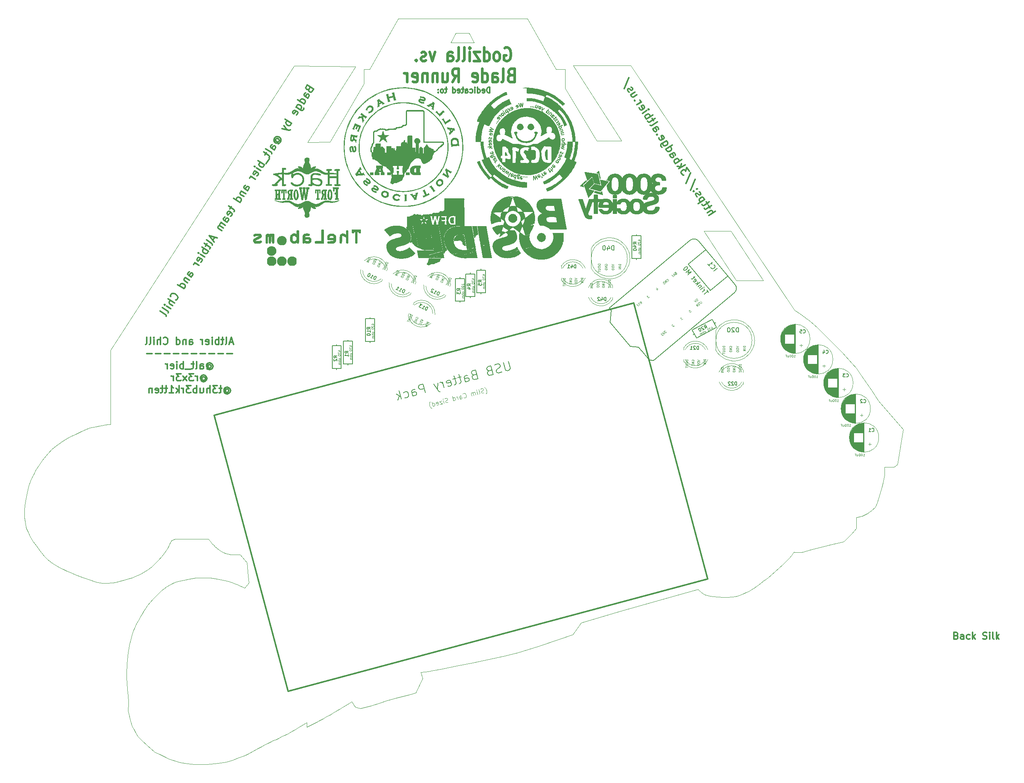
<source format=gbr>
G04 #@! TF.GenerationSoftware,KiCad,Pcbnew,(5.1.0)-1*
G04 #@! TF.CreationDate,2019-07-07T13:32:38-05:00*
G04 #@! TF.ProjectId,3000_Society_Badge_K5,33303030-5f53-46f6-9369-6574795f4261,2*
G04 #@! TF.SameCoordinates,Original*
G04 #@! TF.FileFunction,Legend,Bot*
G04 #@! TF.FilePolarity,Positive*
%FSLAX46Y46*%
G04 Gerber Fmt 4.6, Leading zero omitted, Abs format (unit mm)*
G04 Created by KiCad (PCBNEW (5.1.0)-1) date 2019-07-07 13:32:38*
%MOMM*%
%LPD*%
G04 APERTURE LIST*
%ADD10C,0.300000*%
%ADD11C,0.600000*%
%ADD12C,0.050000*%
%ADD13C,0.036000*%
%ADD14C,0.010000*%
%ADD15C,0.150000*%
%ADD16C,0.120000*%
%ADD17C,0.100000*%
G04 APERTURE END LIST*
D10*
X90376190Y-92666666D02*
X89614285Y-92666666D01*
X90528571Y-93123809D02*
X89995238Y-91523809D01*
X89461904Y-93123809D01*
X88700000Y-93123809D02*
X88852380Y-93047619D01*
X88928571Y-92895238D01*
X88928571Y-91523809D01*
X88319047Y-92057142D02*
X87709523Y-92057142D01*
X88090476Y-91523809D02*
X88090476Y-92895238D01*
X88014285Y-93047619D01*
X87861904Y-93123809D01*
X87709523Y-93123809D01*
X87176190Y-93123809D02*
X87176190Y-91523809D01*
X87176190Y-92133333D02*
X87023809Y-92057142D01*
X86719047Y-92057142D01*
X86566666Y-92133333D01*
X86490476Y-92209523D01*
X86414285Y-92361904D01*
X86414285Y-92819047D01*
X86490476Y-92971428D01*
X86566666Y-93047619D01*
X86719047Y-93123809D01*
X87023809Y-93123809D01*
X87176190Y-93047619D01*
X85728571Y-93123809D02*
X85728571Y-92057142D01*
X85728571Y-91523809D02*
X85804761Y-91600000D01*
X85728571Y-91676190D01*
X85652380Y-91600000D01*
X85728571Y-91523809D01*
X85728571Y-91676190D01*
X84357142Y-93047619D02*
X84509523Y-93123809D01*
X84814285Y-93123809D01*
X84966666Y-93047619D01*
X85042857Y-92895238D01*
X85042857Y-92285714D01*
X84966666Y-92133333D01*
X84814285Y-92057142D01*
X84509523Y-92057142D01*
X84357142Y-92133333D01*
X84280952Y-92285714D01*
X84280952Y-92438095D01*
X85042857Y-92590476D01*
X83595238Y-93123809D02*
X83595238Y-92057142D01*
X83595238Y-92361904D02*
X83519047Y-92209523D01*
X83442857Y-92133333D01*
X83290476Y-92057142D01*
X83138095Y-92057142D01*
X80700000Y-93123809D02*
X80700000Y-92285714D01*
X80776190Y-92133333D01*
X80928571Y-92057142D01*
X81233333Y-92057142D01*
X81385714Y-92133333D01*
X80700000Y-93047619D02*
X80852380Y-93123809D01*
X81233333Y-93123809D01*
X81385714Y-93047619D01*
X81461904Y-92895238D01*
X81461904Y-92742857D01*
X81385714Y-92590476D01*
X81233333Y-92514285D01*
X80852380Y-92514285D01*
X80700000Y-92438095D01*
X79938095Y-92057142D02*
X79938095Y-93123809D01*
X79938095Y-92209523D02*
X79861904Y-92133333D01*
X79709523Y-92057142D01*
X79480952Y-92057142D01*
X79328571Y-92133333D01*
X79252380Y-92285714D01*
X79252380Y-93123809D01*
X77804761Y-93123809D02*
X77804761Y-91523809D01*
X77804761Y-93047619D02*
X77957142Y-93123809D01*
X78261904Y-93123809D01*
X78414285Y-93047619D01*
X78490476Y-92971428D01*
X78566666Y-92819047D01*
X78566666Y-92361904D01*
X78490476Y-92209523D01*
X78414285Y-92133333D01*
X78261904Y-92057142D01*
X77957142Y-92057142D01*
X77804761Y-92133333D01*
X74909523Y-92971428D02*
X74985714Y-93047619D01*
X75214285Y-93123809D01*
X75366666Y-93123809D01*
X75595238Y-93047619D01*
X75747619Y-92895238D01*
X75823809Y-92742857D01*
X75900000Y-92438095D01*
X75900000Y-92209523D01*
X75823809Y-91904761D01*
X75747619Y-91752380D01*
X75595238Y-91600000D01*
X75366666Y-91523809D01*
X75214285Y-91523809D01*
X74985714Y-91600000D01*
X74909523Y-91676190D01*
X74223809Y-93123809D02*
X74223809Y-91523809D01*
X73538095Y-93123809D02*
X73538095Y-92285714D01*
X73614285Y-92133333D01*
X73766666Y-92057142D01*
X73995238Y-92057142D01*
X74147619Y-92133333D01*
X74223809Y-92209523D01*
X72776190Y-93123809D02*
X72776190Y-92057142D01*
X72776190Y-91523809D02*
X72852380Y-91600000D01*
X72776190Y-91676190D01*
X72700000Y-91600000D01*
X72776190Y-91523809D01*
X72776190Y-91676190D01*
X71785714Y-93123809D02*
X71938095Y-93047619D01*
X72014285Y-92895238D01*
X72014285Y-91523809D01*
X70947619Y-93123809D02*
X71100000Y-93047619D01*
X71176190Y-92895238D01*
X71176190Y-91523809D01*
X90223809Y-95214285D02*
X89004761Y-95214285D01*
X88242857Y-95214285D02*
X87023809Y-95214285D01*
X86261904Y-95214285D02*
X85042857Y-95214285D01*
X84280952Y-95214285D02*
X83061904Y-95214285D01*
X82300000Y-95214285D02*
X81080952Y-95214285D01*
X80319047Y-95214285D02*
X79100000Y-95214285D01*
X78338095Y-95214285D02*
X77119047Y-95214285D01*
X76357142Y-95214285D02*
X75138095Y-95214285D01*
X74376190Y-95214285D02*
X73157142Y-95214285D01*
X72395238Y-95214285D02*
X71176190Y-95214285D01*
X84852380Y-97761904D02*
X84928571Y-97685714D01*
X85080952Y-97609523D01*
X85233333Y-97609523D01*
X85385714Y-97685714D01*
X85461904Y-97761904D01*
X85538095Y-97914285D01*
X85538095Y-98066666D01*
X85461904Y-98219047D01*
X85385714Y-98295238D01*
X85233333Y-98371428D01*
X85080952Y-98371428D01*
X84928571Y-98295238D01*
X84852380Y-98219047D01*
X84852380Y-97609523D02*
X84852380Y-98219047D01*
X84776190Y-98295238D01*
X84700000Y-98295238D01*
X84547619Y-98219047D01*
X84471428Y-98066666D01*
X84471428Y-97685714D01*
X84623809Y-97457142D01*
X84852380Y-97304761D01*
X85157142Y-97228571D01*
X85461904Y-97304761D01*
X85690476Y-97457142D01*
X85842857Y-97685714D01*
X85919047Y-97990476D01*
X85842857Y-98295238D01*
X85690476Y-98523809D01*
X85461904Y-98676190D01*
X85157142Y-98752380D01*
X84852380Y-98676190D01*
X84623809Y-98523809D01*
X83100000Y-98523809D02*
X83100000Y-97685714D01*
X83176190Y-97533333D01*
X83328571Y-97457142D01*
X83633333Y-97457142D01*
X83785714Y-97533333D01*
X83100000Y-98447619D02*
X83252380Y-98523809D01*
X83633333Y-98523809D01*
X83785714Y-98447619D01*
X83861904Y-98295238D01*
X83861904Y-98142857D01*
X83785714Y-97990476D01*
X83633333Y-97914285D01*
X83252380Y-97914285D01*
X83100000Y-97838095D01*
X82109523Y-98523809D02*
X82261904Y-98447619D01*
X82338095Y-98295238D01*
X82338095Y-96923809D01*
X81728571Y-97457142D02*
X81119047Y-97457142D01*
X81500000Y-96923809D02*
X81500000Y-98295238D01*
X81423809Y-98447619D01*
X81271428Y-98523809D01*
X81119047Y-98523809D01*
X80966666Y-98676190D02*
X79747619Y-98676190D01*
X79366666Y-98523809D02*
X79366666Y-96923809D01*
X79366666Y-97533333D02*
X79214285Y-97457142D01*
X78909523Y-97457142D01*
X78757142Y-97533333D01*
X78680952Y-97609523D01*
X78604761Y-97761904D01*
X78604761Y-98219047D01*
X78680952Y-98371428D01*
X78757142Y-98447619D01*
X78909523Y-98523809D01*
X79214285Y-98523809D01*
X79366666Y-98447619D01*
X77919047Y-98523809D02*
X77919047Y-97457142D01*
X77919047Y-96923809D02*
X77995238Y-97000000D01*
X77919047Y-97076190D01*
X77842857Y-97000000D01*
X77919047Y-96923809D01*
X77919047Y-97076190D01*
X76547619Y-98447619D02*
X76700000Y-98523809D01*
X77004761Y-98523809D01*
X77157142Y-98447619D01*
X77233333Y-98295238D01*
X77233333Y-97685714D01*
X77157142Y-97533333D01*
X77004761Y-97457142D01*
X76700000Y-97457142D01*
X76547619Y-97533333D01*
X76471428Y-97685714D01*
X76471428Y-97838095D01*
X77233333Y-97990476D01*
X75785714Y-98523809D02*
X75785714Y-97457142D01*
X75785714Y-97761904D02*
X75709523Y-97609523D01*
X75633333Y-97533333D01*
X75480952Y-97457142D01*
X75328571Y-97457142D01*
X83519047Y-100461904D02*
X83595238Y-100385714D01*
X83747619Y-100309523D01*
X83900000Y-100309523D01*
X84052380Y-100385714D01*
X84128571Y-100461904D01*
X84204761Y-100614285D01*
X84204761Y-100766666D01*
X84128571Y-100919047D01*
X84052380Y-100995238D01*
X83900000Y-101071428D01*
X83747619Y-101071428D01*
X83595238Y-100995238D01*
X83519047Y-100919047D01*
X83519047Y-100309523D02*
X83519047Y-100919047D01*
X83442857Y-100995238D01*
X83366666Y-100995238D01*
X83214285Y-100919047D01*
X83138095Y-100766666D01*
X83138095Y-100385714D01*
X83290476Y-100157142D01*
X83519047Y-100004761D01*
X83823809Y-99928571D01*
X84128571Y-100004761D01*
X84357142Y-100157142D01*
X84509523Y-100385714D01*
X84585714Y-100690476D01*
X84509523Y-100995238D01*
X84357142Y-101223809D01*
X84128571Y-101376190D01*
X83823809Y-101452380D01*
X83519047Y-101376190D01*
X83290476Y-101223809D01*
X82452380Y-101223809D02*
X82452380Y-100157142D01*
X82452380Y-100461904D02*
X82376190Y-100309523D01*
X82300000Y-100233333D01*
X82147619Y-100157142D01*
X81995238Y-100157142D01*
X81614285Y-99623809D02*
X80623809Y-99623809D01*
X81157142Y-100233333D01*
X80928571Y-100233333D01*
X80776190Y-100309523D01*
X80700000Y-100385714D01*
X80623809Y-100538095D01*
X80623809Y-100919047D01*
X80700000Y-101071428D01*
X80776190Y-101147619D01*
X80928571Y-101223809D01*
X81385714Y-101223809D01*
X81538095Y-101147619D01*
X81614285Y-101071428D01*
X80090476Y-101223809D02*
X79252380Y-100157142D01*
X80090476Y-100157142D02*
X79252380Y-101223809D01*
X78795238Y-99623809D02*
X77804761Y-99623809D01*
X78338095Y-100233333D01*
X78109523Y-100233333D01*
X77957142Y-100309523D01*
X77880952Y-100385714D01*
X77804761Y-100538095D01*
X77804761Y-100919047D01*
X77880952Y-101071428D01*
X77957142Y-101147619D01*
X78109523Y-101223809D01*
X78566666Y-101223809D01*
X78719047Y-101147619D01*
X78795238Y-101071428D01*
X77119047Y-101223809D02*
X77119047Y-100157142D01*
X77119047Y-100461904D02*
X77042857Y-100309523D01*
X76966666Y-100233333D01*
X76814285Y-100157142D01*
X76661904Y-100157142D01*
X88738095Y-103161904D02*
X88814285Y-103085714D01*
X88966666Y-103009523D01*
X89119047Y-103009523D01*
X89271428Y-103085714D01*
X89347619Y-103161904D01*
X89423809Y-103314285D01*
X89423809Y-103466666D01*
X89347619Y-103619047D01*
X89271428Y-103695238D01*
X89119047Y-103771428D01*
X88966666Y-103771428D01*
X88814285Y-103695238D01*
X88738095Y-103619047D01*
X88738095Y-103009523D02*
X88738095Y-103619047D01*
X88661904Y-103695238D01*
X88585714Y-103695238D01*
X88433333Y-103619047D01*
X88357142Y-103466666D01*
X88357142Y-103085714D01*
X88509523Y-102857142D01*
X88738095Y-102704761D01*
X89042857Y-102628571D01*
X89347619Y-102704761D01*
X89576190Y-102857142D01*
X89728571Y-103085714D01*
X89804761Y-103390476D01*
X89728571Y-103695238D01*
X89576190Y-103923809D01*
X89347619Y-104076190D01*
X89042857Y-104152380D01*
X88738095Y-104076190D01*
X88509523Y-103923809D01*
X87900000Y-102857142D02*
X87290476Y-102857142D01*
X87671428Y-102323809D02*
X87671428Y-103695238D01*
X87595238Y-103847619D01*
X87442857Y-103923809D01*
X87290476Y-103923809D01*
X86909523Y-102323809D02*
X85919047Y-102323809D01*
X86452380Y-102933333D01*
X86223809Y-102933333D01*
X86071428Y-103009523D01*
X85995238Y-103085714D01*
X85919047Y-103238095D01*
X85919047Y-103619047D01*
X85995238Y-103771428D01*
X86071428Y-103847619D01*
X86223809Y-103923809D01*
X86680952Y-103923809D01*
X86833333Y-103847619D01*
X86909523Y-103771428D01*
X85233333Y-103923809D02*
X85233333Y-102323809D01*
X84547619Y-103923809D02*
X84547619Y-103085714D01*
X84623809Y-102933333D01*
X84776190Y-102857142D01*
X85004761Y-102857142D01*
X85157142Y-102933333D01*
X85233333Y-103009523D01*
X83100000Y-102857142D02*
X83100000Y-103923809D01*
X83785714Y-102857142D02*
X83785714Y-103695238D01*
X83709523Y-103847619D01*
X83557142Y-103923809D01*
X83328571Y-103923809D01*
X83176190Y-103847619D01*
X83100000Y-103771428D01*
X82338095Y-103923809D02*
X82338095Y-102323809D01*
X82338095Y-102933333D02*
X82185714Y-102857142D01*
X81880952Y-102857142D01*
X81728571Y-102933333D01*
X81652380Y-103009523D01*
X81576190Y-103161904D01*
X81576190Y-103619047D01*
X81652380Y-103771428D01*
X81728571Y-103847619D01*
X81880952Y-103923809D01*
X82185714Y-103923809D01*
X82338095Y-103847619D01*
X81042857Y-102323809D02*
X80052380Y-102323809D01*
X80585714Y-102933333D01*
X80357142Y-102933333D01*
X80204761Y-103009523D01*
X80128571Y-103085714D01*
X80052380Y-103238095D01*
X80052380Y-103619047D01*
X80128571Y-103771428D01*
X80204761Y-103847619D01*
X80357142Y-103923809D01*
X80814285Y-103923809D01*
X80966666Y-103847619D01*
X81042857Y-103771428D01*
X79366666Y-103923809D02*
X79366666Y-102857142D01*
X79366666Y-103161904D02*
X79290476Y-103009523D01*
X79214285Y-102933333D01*
X79061904Y-102857142D01*
X78909523Y-102857142D01*
X78376190Y-103923809D02*
X78376190Y-102323809D01*
X78223809Y-103314285D02*
X77766666Y-103923809D01*
X77766666Y-102857142D02*
X78376190Y-103466666D01*
X76242857Y-103923809D02*
X77157142Y-103923809D01*
X76700000Y-103923809D02*
X76700000Y-102323809D01*
X76852380Y-102552380D01*
X77004761Y-102704761D01*
X77157142Y-102780952D01*
X75785714Y-102857142D02*
X75176190Y-102857142D01*
X75557142Y-102323809D02*
X75557142Y-103695238D01*
X75480952Y-103847619D01*
X75328571Y-103923809D01*
X75176190Y-103923809D01*
X74871428Y-102857142D02*
X74261904Y-102857142D01*
X74642857Y-102323809D02*
X74642857Y-103695238D01*
X74566666Y-103847619D01*
X74414285Y-103923809D01*
X74261904Y-103923809D01*
X73119047Y-103847619D02*
X73271428Y-103923809D01*
X73576190Y-103923809D01*
X73728571Y-103847619D01*
X73804761Y-103695238D01*
X73804761Y-103085714D01*
X73728571Y-102933333D01*
X73576190Y-102857142D01*
X73271428Y-102857142D01*
X73119047Y-102933333D01*
X73042857Y-103085714D01*
X73042857Y-103238095D01*
X73804761Y-103390476D01*
X72357142Y-102857142D02*
X72357142Y-103923809D01*
X72357142Y-103009523D02*
X72280952Y-102933333D01*
X72128571Y-102857142D01*
X71900000Y-102857142D01*
X71747619Y-102933333D01*
X71671428Y-103085714D01*
X71671428Y-103923809D01*
D11*
X152050000Y-33185714D02*
X151692857Y-33328571D01*
X151573809Y-33471428D01*
X151454761Y-33757142D01*
X151454761Y-34185714D01*
X151573809Y-34471428D01*
X151692857Y-34614285D01*
X151930952Y-34757142D01*
X152883333Y-34757142D01*
X152883333Y-31757142D01*
X152050000Y-31757142D01*
X151811904Y-31900000D01*
X151692857Y-32042857D01*
X151573809Y-32328571D01*
X151573809Y-32614285D01*
X151692857Y-32900000D01*
X151811904Y-33042857D01*
X152050000Y-33185714D01*
X152883333Y-33185714D01*
X150026190Y-34757142D02*
X150264285Y-34614285D01*
X150383333Y-34328571D01*
X150383333Y-31757142D01*
X148002380Y-34757142D02*
X148002380Y-33185714D01*
X148121428Y-32900000D01*
X148359523Y-32757142D01*
X148835714Y-32757142D01*
X149073809Y-32900000D01*
X148002380Y-34614285D02*
X148240476Y-34757142D01*
X148835714Y-34757142D01*
X149073809Y-34614285D01*
X149192857Y-34328571D01*
X149192857Y-34042857D01*
X149073809Y-33757142D01*
X148835714Y-33614285D01*
X148240476Y-33614285D01*
X148002380Y-33471428D01*
X145740476Y-34757142D02*
X145740476Y-31757142D01*
X145740476Y-34614285D02*
X145978571Y-34757142D01*
X146454761Y-34757142D01*
X146692857Y-34614285D01*
X146811904Y-34471428D01*
X146930952Y-34185714D01*
X146930952Y-33328571D01*
X146811904Y-33042857D01*
X146692857Y-32900000D01*
X146454761Y-32757142D01*
X145978571Y-32757142D01*
X145740476Y-32900000D01*
X143597619Y-34614285D02*
X143835714Y-34757142D01*
X144311904Y-34757142D01*
X144550000Y-34614285D01*
X144669047Y-34328571D01*
X144669047Y-33185714D01*
X144550000Y-32900000D01*
X144311904Y-32757142D01*
X143835714Y-32757142D01*
X143597619Y-32900000D01*
X143478571Y-33185714D01*
X143478571Y-33471428D01*
X144669047Y-33757142D01*
X139073809Y-34757142D02*
X139907142Y-33328571D01*
X140502380Y-34757142D02*
X140502380Y-31757142D01*
X139550000Y-31757142D01*
X139311904Y-31900000D01*
X139192857Y-32042857D01*
X139073809Y-32328571D01*
X139073809Y-32757142D01*
X139192857Y-33042857D01*
X139311904Y-33185714D01*
X139550000Y-33328571D01*
X140502380Y-33328571D01*
X136930952Y-32757142D02*
X136930952Y-34757142D01*
X138002380Y-32757142D02*
X138002380Y-34328571D01*
X137883333Y-34614285D01*
X137645238Y-34757142D01*
X137288095Y-34757142D01*
X137050000Y-34614285D01*
X136930952Y-34471428D01*
X135740476Y-32757142D02*
X135740476Y-34757142D01*
X135740476Y-33042857D02*
X135621428Y-32900000D01*
X135383333Y-32757142D01*
X135026190Y-32757142D01*
X134788095Y-32900000D01*
X134669047Y-33185714D01*
X134669047Y-34757142D01*
X133478571Y-32757142D02*
X133478571Y-34757142D01*
X133478571Y-33042857D02*
X133359523Y-32900000D01*
X133121428Y-32757142D01*
X132764285Y-32757142D01*
X132526190Y-32900000D01*
X132407142Y-33185714D01*
X132407142Y-34757142D01*
X130264285Y-34614285D02*
X130502380Y-34757142D01*
X130978571Y-34757142D01*
X131216666Y-34614285D01*
X131335714Y-34328571D01*
X131335714Y-33185714D01*
X131216666Y-32900000D01*
X130978571Y-32757142D01*
X130502380Y-32757142D01*
X130264285Y-32900000D01*
X130145238Y-33185714D01*
X130145238Y-33471428D01*
X131335714Y-33757142D01*
X129073809Y-34757142D02*
X129073809Y-32757142D01*
X129073809Y-33328571D02*
X128954761Y-33042857D01*
X128835714Y-32900000D01*
X128597619Y-32757142D01*
X128359523Y-32757142D01*
D10*
X196122514Y-64451499D02*
X197548254Y-63525613D01*
X195725706Y-63840468D02*
X196472522Y-63355480D01*
X196652397Y-63335192D01*
X196808469Y-63426887D01*
X196940738Y-63630564D01*
X196961025Y-63810439D01*
X196937223Y-63922421D01*
X196367570Y-62747964D02*
X196014852Y-62204824D01*
X196710548Y-62235658D02*
X195488485Y-63029274D01*
X195308610Y-63049562D01*
X195152538Y-62957867D01*
X195064358Y-62822082D01*
X195838492Y-61933255D02*
X195485774Y-61390116D01*
X196181470Y-61420949D02*
X194959407Y-62214566D01*
X194779532Y-62234853D01*
X194623460Y-62143158D01*
X194535281Y-62007374D01*
X195177145Y-60914869D02*
X193751405Y-61840756D01*
X195109253Y-60958959D02*
X195088965Y-60779085D01*
X194912606Y-60507515D01*
X194756534Y-60415820D01*
X194644552Y-60392018D01*
X194464677Y-60412305D01*
X194057323Y-60676844D01*
X193965628Y-60832916D01*
X193941825Y-60944898D01*
X193962113Y-61124773D01*
X194138472Y-61396342D01*
X194294544Y-61488037D01*
X193500927Y-60265974D02*
X193344855Y-60174279D01*
X193168496Y-59902710D01*
X193148209Y-59722835D01*
X193239904Y-59566763D01*
X193307796Y-59522673D01*
X193487671Y-59502386D01*
X193643743Y-59594081D01*
X193776012Y-59797758D01*
X193932084Y-59889453D01*
X194111959Y-59869166D01*
X194179851Y-59825076D01*
X194271546Y-59669004D01*
X194251259Y-59489129D01*
X194118989Y-59285452D01*
X193962917Y-59193757D01*
X192775203Y-58999822D02*
X192663221Y-58976019D01*
X192639418Y-59088001D01*
X192751400Y-59111804D01*
X192775203Y-58999822D01*
X192639418Y-59088001D01*
X193522019Y-58514833D02*
X193410037Y-58491031D01*
X193386234Y-58603013D01*
X193498216Y-58626816D01*
X193522019Y-58514833D01*
X193386234Y-58603013D01*
X193030805Y-56420716D02*
X191991327Y-58833204D01*
X192060828Y-54927083D02*
X191021351Y-57339571D01*
X191772487Y-54631711D02*
X191199319Y-53749110D01*
X190964809Y-54577075D01*
X190832539Y-54373398D01*
X190676467Y-54281703D01*
X190564485Y-54257901D01*
X190384611Y-54278188D01*
X190045149Y-54498637D01*
X189953454Y-54654709D01*
X189929651Y-54766691D01*
X189949939Y-54946566D01*
X190214478Y-55353920D01*
X190370550Y-55445615D01*
X190482532Y-55469418D01*
X189376771Y-54063965D02*
X190802511Y-53138079D01*
X189831730Y-53575462D02*
X189024052Y-53520826D01*
X189974545Y-52903569D02*
X189784125Y-53799426D01*
X188627244Y-52909795D02*
X190052984Y-51983908D01*
X189509845Y-52336627D02*
X189489557Y-52156752D01*
X189313198Y-51885183D01*
X189157126Y-51793488D01*
X189045144Y-51769685D01*
X188865269Y-51789973D01*
X188457915Y-52054512D01*
X188366220Y-52210584D01*
X188342418Y-52322566D01*
X188362705Y-52502440D01*
X188539064Y-52774010D01*
X188695136Y-52865705D01*
X187392729Y-51008808D02*
X188139545Y-50523820D01*
X188319419Y-50503533D01*
X188475491Y-50595228D01*
X188651851Y-50866797D01*
X188672138Y-51046672D01*
X187460621Y-50964718D02*
X187480908Y-51144593D01*
X187701357Y-51484055D01*
X187857429Y-51575750D01*
X188037304Y-51555462D01*
X188173089Y-51467283D01*
X188264784Y-51311211D01*
X188244496Y-51131336D01*
X188024047Y-50791874D01*
X188003760Y-50612000D01*
X186555022Y-49718853D02*
X187980762Y-48792966D01*
X186622914Y-49674763D02*
X186643202Y-49854638D01*
X186819561Y-50126207D01*
X186975633Y-50217902D01*
X187087615Y-50241705D01*
X187267490Y-50221417D01*
X187674844Y-49956878D01*
X187766539Y-49800806D01*
X187790341Y-49688824D01*
X187770054Y-49508950D01*
X187593695Y-49237380D01*
X187437623Y-49145685D01*
X186667809Y-47811640D02*
X185513638Y-48561167D01*
X185421943Y-48717239D01*
X185398141Y-48829221D01*
X185418428Y-49009096D01*
X185550697Y-49212773D01*
X185706769Y-49304468D01*
X185785208Y-48384808D02*
X185805495Y-48564682D01*
X185981854Y-48836252D01*
X186137926Y-48927947D01*
X186249908Y-48951749D01*
X186429783Y-48931462D01*
X186837137Y-48666923D01*
X186928832Y-48510851D01*
X186952635Y-48398869D01*
X186932347Y-48218994D01*
X186755988Y-47947425D01*
X186599916Y-47855730D01*
X184991591Y-47162745D02*
X185011878Y-47342620D01*
X185188237Y-47614189D01*
X185344309Y-47705884D01*
X185524184Y-47685597D01*
X186067323Y-47332878D01*
X186159018Y-47176806D01*
X186138731Y-46996932D01*
X185962371Y-46725362D01*
X185806299Y-46633667D01*
X185626425Y-46653954D01*
X185490640Y-46742134D01*
X185795753Y-47509237D01*
X184618585Y-46439731D02*
X184506603Y-46415929D01*
X184482800Y-46527911D01*
X184594782Y-46551714D01*
X184618585Y-46439731D01*
X184482800Y-46527911D01*
X183645093Y-45237956D02*
X184391910Y-44752968D01*
X184571784Y-44732680D01*
X184727856Y-44824375D01*
X184904215Y-45095945D01*
X184924503Y-45275819D01*
X183712986Y-45193866D02*
X183733273Y-45373741D01*
X183953722Y-45713202D01*
X184109794Y-45804897D01*
X184289669Y-45784610D01*
X184425454Y-45696430D01*
X184517148Y-45540358D01*
X184496861Y-45360484D01*
X184276412Y-45021022D01*
X184256125Y-44841147D01*
X183071926Y-44355355D02*
X183227998Y-44447050D01*
X183407872Y-44426763D01*
X184629935Y-43633146D01*
X183801970Y-43398635D02*
X183449251Y-42855496D01*
X184144947Y-42886329D02*
X182922884Y-43679946D01*
X182743010Y-43700234D01*
X182586937Y-43608539D01*
X182498758Y-43472754D01*
X182190129Y-42997507D02*
X183615869Y-42071621D01*
X183072730Y-42424340D02*
X183052443Y-42244465D01*
X182876083Y-41972895D01*
X182720011Y-41881201D01*
X182608029Y-41857398D01*
X182428155Y-41877685D01*
X182020800Y-42142224D01*
X181929105Y-42298296D01*
X181905303Y-42410278D01*
X181925590Y-42590153D01*
X182101949Y-42861723D01*
X182258021Y-42953417D01*
X181352422Y-41707552D02*
X182302916Y-41090295D01*
X182778162Y-40781666D02*
X182754360Y-40893648D01*
X182642378Y-40869845D01*
X182666180Y-40757863D01*
X182778162Y-40781666D01*
X182642378Y-40869845D01*
X180626698Y-40441399D02*
X180646985Y-40621274D01*
X180823344Y-40892844D01*
X180979416Y-40984538D01*
X181159291Y-40964251D01*
X181702430Y-40611533D01*
X181794125Y-40455461D01*
X181773838Y-40275586D01*
X181597478Y-40004016D01*
X181441406Y-39912322D01*
X181261532Y-39932609D01*
X181125747Y-40020788D01*
X181430861Y-40787892D01*
X180117907Y-39806565D02*
X181068401Y-39189308D01*
X180796831Y-39365667D02*
X180888526Y-39209595D01*
X180912328Y-39097613D01*
X180892041Y-38917738D01*
X180803862Y-38781954D01*
X179680524Y-38835785D02*
X179568542Y-38811982D01*
X179544739Y-38923965D01*
X179656722Y-38947767D01*
X179680524Y-38835785D01*
X179544739Y-38923965D01*
X179657526Y-37016752D02*
X178707033Y-37634009D01*
X180054335Y-37627783D02*
X179307518Y-38112771D01*
X179127644Y-38133059D01*
X178971572Y-38041364D01*
X178839302Y-37837686D01*
X178819015Y-37657812D01*
X178842818Y-37545830D01*
X178378117Y-36978888D02*
X178222045Y-36887193D01*
X178045685Y-36615624D01*
X178025398Y-36435749D01*
X178117093Y-36279677D01*
X178184985Y-36235587D01*
X178364860Y-36215300D01*
X178520932Y-36306995D01*
X178653201Y-36510672D01*
X178809274Y-36602367D01*
X178989148Y-36582080D01*
X179057040Y-36537990D01*
X179148735Y-36381918D01*
X179128448Y-36202043D01*
X178996179Y-35998366D01*
X178840107Y-35906671D01*
X178348892Y-33812553D02*
X177309415Y-36225041D01*
D12*
X208220000Y-78910000D02*
X202213905Y-78911379D01*
X201006095Y-67888621D02*
X208220000Y-78910000D01*
X195010000Y-67890000D02*
X201006095Y-67888621D01*
X202213905Y-78911379D02*
X195010000Y-67890000D01*
X138800000Y-26000000D02*
X139900000Y-23900000D01*
X143900000Y-26000000D02*
X138800000Y-26000000D01*
X142800000Y-23900000D02*
X143900000Y-26000000D01*
X139900000Y-23900000D02*
X142800000Y-23900000D01*
D10*
X107246858Y-36321039D02*
X107182481Y-36568806D01*
X107206283Y-36680788D01*
X107297978Y-36836860D01*
X107501655Y-36969129D01*
X107681530Y-36989417D01*
X107793512Y-36965614D01*
X107949584Y-36873919D01*
X108302303Y-36330780D01*
X106876563Y-35404894D01*
X106567934Y-35880140D01*
X106547647Y-36060015D01*
X106571449Y-36171997D01*
X106663144Y-36328069D01*
X106798929Y-36416249D01*
X106978804Y-36436536D01*
X107090786Y-36412734D01*
X107246858Y-36321039D01*
X107555487Y-35845792D01*
X106979608Y-38367552D02*
X106232792Y-37882563D01*
X106141097Y-37726491D01*
X106161384Y-37546617D01*
X106337743Y-37275047D01*
X106493815Y-37183352D01*
X106911716Y-38323462D02*
X107067788Y-38231767D01*
X107288237Y-37892305D01*
X107308524Y-37712430D01*
X107216829Y-37556358D01*
X107081044Y-37468179D01*
X106901170Y-37447891D01*
X106745098Y-37539586D01*
X106524649Y-37879048D01*
X106368577Y-37970743D01*
X106141901Y-39657507D02*
X104716161Y-38731620D01*
X106074009Y-39613417D02*
X106230081Y-39521722D01*
X106406440Y-39250152D01*
X106426728Y-39070278D01*
X106402925Y-38958296D01*
X106311230Y-38802224D01*
X105903876Y-38537685D01*
X105724001Y-38517397D01*
X105612019Y-38541200D01*
X105455947Y-38632895D01*
X105279588Y-38904464D01*
X105259300Y-39084339D01*
X104353701Y-40330204D02*
X105507872Y-41079731D01*
X105687746Y-41100019D01*
X105799729Y-41076216D01*
X105955801Y-40984521D01*
X106088070Y-40780844D01*
X106108357Y-40600969D01*
X105236302Y-40903372D02*
X105392374Y-40811677D01*
X105568734Y-40540108D01*
X105589021Y-40360233D01*
X105565218Y-40248251D01*
X105473523Y-40092179D01*
X105066169Y-39827640D01*
X104886294Y-39807353D01*
X104774312Y-39831155D01*
X104618240Y-39922850D01*
X104441881Y-40194420D01*
X104421594Y-40374294D01*
X104442685Y-42125435D02*
X104598757Y-42033740D01*
X104775117Y-41762170D01*
X104795404Y-41582296D01*
X104703709Y-41426224D01*
X104160570Y-41073505D01*
X103980695Y-41053218D01*
X103824623Y-41144913D01*
X103648264Y-41416482D01*
X103627977Y-41596357D01*
X103719672Y-41752429D01*
X103855456Y-41840609D01*
X104432139Y-41249865D01*
X103364242Y-43934727D02*
X101938502Y-43008840D01*
X102481641Y-43361559D02*
X102325569Y-43453254D01*
X102149210Y-43724823D01*
X102128923Y-43904698D01*
X102152725Y-44016680D01*
X102244420Y-44172752D01*
X102651774Y-44437291D01*
X102831649Y-44457578D01*
X102943631Y-44433776D01*
X103099703Y-44342081D01*
X103276063Y-44070511D01*
X103296350Y-43890637D01*
X101664222Y-44471639D02*
X102394266Y-45428359D01*
X101223324Y-45150563D02*
X102394266Y-45428359D01*
X102821908Y-45513023D01*
X102933890Y-45489221D01*
X103089962Y-45397526D01*
X99863570Y-47838941D02*
X99839767Y-47726958D01*
X99860054Y-47547084D01*
X99948234Y-47411299D01*
X100104306Y-47319604D01*
X100216288Y-47295802D01*
X100396163Y-47316089D01*
X100531947Y-47404269D01*
X100623642Y-47560341D01*
X100647445Y-47672323D01*
X100627158Y-47852197D01*
X100538978Y-47987982D01*
X100382906Y-48079677D01*
X100270924Y-48103480D01*
X99727785Y-47750761D02*
X100270924Y-48103480D01*
X100294726Y-48215462D01*
X100250637Y-48283354D01*
X100094564Y-48375049D01*
X99914690Y-48354762D01*
X99575228Y-48134313D01*
X99459731Y-47866258D01*
X99456215Y-47574402D01*
X99564682Y-47258742D01*
X99808934Y-47031263D01*
X100076988Y-46915765D01*
X100368845Y-46912250D01*
X100684504Y-47020717D01*
X100911984Y-47264968D01*
X101027481Y-47533023D01*
X101030997Y-47824880D01*
X100922530Y-48140539D01*
X100678278Y-48368019D01*
X100410224Y-48483516D01*
X99528427Y-49841364D02*
X98781611Y-49356376D01*
X98689916Y-49200303D01*
X98710203Y-49020429D01*
X98886563Y-48748859D01*
X99042635Y-48657164D01*
X99460535Y-49797274D02*
X99616607Y-49705579D01*
X99837056Y-49366117D01*
X99857343Y-49186242D01*
X99765648Y-49030170D01*
X99629864Y-48941991D01*
X99449989Y-48921703D01*
X99293917Y-49013398D01*
X99073468Y-49352860D01*
X98917396Y-49444555D01*
X98955260Y-50723965D02*
X98975547Y-50544090D01*
X98883852Y-50388018D01*
X97661789Y-49594401D01*
X97784317Y-50446169D02*
X97431598Y-50989308D01*
X97176801Y-50341217D02*
X98398864Y-51134834D01*
X98490559Y-51290906D01*
X98470271Y-51470781D01*
X98382092Y-51606565D01*
X98429697Y-51830530D02*
X97724260Y-52916808D01*
X97368026Y-53168090D02*
X95942286Y-52242204D01*
X96485425Y-52594922D02*
X96329353Y-52686617D01*
X96152994Y-52958187D01*
X96132706Y-53138061D01*
X96156509Y-53250044D01*
X96248204Y-53406116D01*
X96655558Y-53670655D01*
X96835433Y-53690942D01*
X96947415Y-53667139D01*
X97103487Y-53575444D01*
X97279846Y-53303875D01*
X97300133Y-53124000D01*
X96530319Y-54458045D02*
X95579826Y-53840788D01*
X95104579Y-53532159D02*
X95216561Y-53508356D01*
X95240364Y-53620339D01*
X95128382Y-53644141D01*
X95104579Y-53532159D01*
X95240364Y-53620339D01*
X95668810Y-55636018D02*
X95824882Y-55544323D01*
X96001241Y-55272754D01*
X96021528Y-55092879D01*
X95929833Y-54936807D01*
X95386694Y-54584089D01*
X95206820Y-54563801D01*
X95050748Y-54655496D01*
X94874389Y-54927066D01*
X94854101Y-55106940D01*
X94945796Y-55263013D01*
X95081581Y-55351192D01*
X95658264Y-54760448D01*
X95295804Y-56359032D02*
X94345311Y-55741774D01*
X94616880Y-55918134D02*
X94437006Y-55897846D01*
X94325023Y-55921649D01*
X94168951Y-56013344D01*
X94080772Y-56149129D01*
X93620391Y-58938942D02*
X92873574Y-58453954D01*
X92781879Y-58297882D01*
X92802167Y-58118008D01*
X92978526Y-57846438D01*
X93134598Y-57754743D01*
X93552498Y-58894853D02*
X93708570Y-58803158D01*
X93929019Y-58463696D01*
X93949307Y-58283821D01*
X93857612Y-58127749D01*
X93721827Y-58039570D01*
X93541952Y-58019282D01*
X93385880Y-58110977D01*
X93165431Y-58450439D01*
X93009359Y-58542134D01*
X92228999Y-59000609D02*
X93179492Y-59617866D01*
X92364784Y-59088788D02*
X92252801Y-59112591D01*
X92096729Y-59204286D01*
X91964460Y-59407963D01*
X91944173Y-59587838D01*
X92035868Y-59743910D01*
X92782684Y-60228898D01*
X91944977Y-61518853D02*
X90519237Y-60592966D01*
X91877085Y-61474763D02*
X92033157Y-61383068D01*
X92209516Y-61111499D01*
X92229803Y-60931624D01*
X92206001Y-60819642D01*
X92114306Y-60663570D01*
X91706952Y-60399031D01*
X91527077Y-60378744D01*
X91415095Y-60402546D01*
X91259023Y-60494241D01*
X91082663Y-60765811D01*
X91062376Y-60945685D01*
X89980418Y-62463120D02*
X89627699Y-63006259D01*
X89372902Y-62358168D02*
X90594964Y-63151785D01*
X90686659Y-63307857D01*
X90666372Y-63487732D01*
X90578192Y-63623517D01*
X89848953Y-64597812D02*
X90005025Y-64506118D01*
X90181384Y-64234548D01*
X90201671Y-64054673D01*
X90109976Y-63898601D01*
X89566837Y-63545883D01*
X89386963Y-63525596D01*
X89230891Y-63617290D01*
X89054531Y-63888860D01*
X89034244Y-64068735D01*
X89125939Y-64224807D01*
X89261724Y-64312986D01*
X89838407Y-63722242D01*
X89079138Y-65931858D02*
X88332322Y-65446869D01*
X88240627Y-65290797D01*
X88260915Y-65110923D01*
X88437274Y-64839353D01*
X88593346Y-64747658D01*
X89011246Y-65887768D02*
X89167318Y-65796073D01*
X89387767Y-65456611D01*
X89408054Y-65276736D01*
X89316360Y-65120664D01*
X89180575Y-65032485D01*
X89000700Y-65012197D01*
X88844628Y-65103892D01*
X88624179Y-65443354D01*
X88468107Y-65535049D01*
X88638240Y-66610781D02*
X87687747Y-65993524D01*
X87823532Y-66081703D02*
X87711549Y-66105506D01*
X87555477Y-66197201D01*
X87423208Y-66400878D01*
X87402921Y-66580753D01*
X87494615Y-66736825D01*
X88241432Y-67221813D01*
X87494615Y-66736825D02*
X87314741Y-66716537D01*
X87158669Y-66808232D01*
X87026399Y-67011909D01*
X87006112Y-67191784D01*
X87097807Y-67347856D01*
X87844623Y-67832844D01*
X86335023Y-69265615D02*
X85894125Y-69944538D01*
X86830557Y-69394369D02*
X85096188Y-68943729D01*
X86213300Y-70344862D01*
X85772401Y-71023786D02*
X85792689Y-70843911D01*
X85700994Y-70687839D01*
X84478931Y-69894222D01*
X84601459Y-70745990D02*
X84248740Y-71289129D01*
X83993943Y-70641039D02*
X85216006Y-71434656D01*
X85307701Y-71590728D01*
X85287413Y-71770602D01*
X85199234Y-71906387D01*
X84890605Y-72381634D02*
X83464865Y-71455747D01*
X84008004Y-71808466D02*
X83851932Y-71900161D01*
X83675573Y-72171730D01*
X83655285Y-72351605D01*
X83679088Y-72463587D01*
X83770783Y-72619659D01*
X84178137Y-72884198D01*
X84358012Y-72904485D01*
X84469994Y-72880683D01*
X84626066Y-72788988D01*
X84802425Y-72517418D01*
X84822712Y-72337544D01*
X84052898Y-73671589D02*
X83102405Y-73054331D01*
X82627158Y-72745702D02*
X82739140Y-72721900D01*
X82762943Y-72833882D01*
X82650961Y-72857685D01*
X82627158Y-72745702D01*
X82762943Y-72833882D01*
X83191389Y-74849562D02*
X83347461Y-74757867D01*
X83523820Y-74486297D01*
X83544107Y-74306423D01*
X83452413Y-74150351D01*
X82909274Y-73797632D01*
X82729399Y-73777345D01*
X82573327Y-73869040D01*
X82396968Y-74140609D01*
X82376680Y-74320484D01*
X82468375Y-74476556D01*
X82604160Y-74564736D01*
X83180843Y-73973991D01*
X82818383Y-75572575D02*
X81867890Y-74955318D01*
X82139459Y-75131677D02*
X81959585Y-75111390D01*
X81847602Y-75135192D01*
X81691530Y-75226887D01*
X81603351Y-75362672D01*
X81142970Y-78152486D02*
X80396153Y-77667498D01*
X80304458Y-77511426D01*
X80324746Y-77331551D01*
X80501105Y-77059982D01*
X80657177Y-76968287D01*
X81075077Y-78108396D02*
X81231149Y-78016701D01*
X81451598Y-77677239D01*
X81471886Y-77497365D01*
X81380191Y-77341293D01*
X81244406Y-77253113D01*
X81064531Y-77232826D01*
X80908459Y-77324521D01*
X80688010Y-77663982D01*
X80531938Y-77755677D01*
X79751578Y-78214152D02*
X80702071Y-78831410D01*
X79887363Y-78302332D02*
X79775381Y-78326134D01*
X79619309Y-78417829D01*
X79487039Y-78621506D01*
X79466752Y-78801381D01*
X79558447Y-78957453D01*
X80305263Y-79442441D01*
X79467556Y-80732396D02*
X78041816Y-79806510D01*
X79399664Y-80688306D02*
X79555736Y-80596611D01*
X79732095Y-80325042D01*
X79752382Y-80145167D01*
X79728580Y-80033185D01*
X79636885Y-79877113D01*
X79229531Y-79612574D01*
X79049656Y-79592287D01*
X78937674Y-79616089D01*
X78781602Y-79707784D01*
X78605243Y-79979354D01*
X78584955Y-80159228D01*
X77656358Y-83224127D02*
X77768340Y-83200324D01*
X77968502Y-83040737D01*
X78056682Y-82904952D01*
X78121059Y-82657185D01*
X78073454Y-82433221D01*
X77981759Y-82277149D01*
X77754279Y-82032897D01*
X77550602Y-81900628D01*
X77234943Y-81792161D01*
X77055068Y-81771874D01*
X76831104Y-81819479D01*
X76630942Y-81979066D01*
X76542762Y-82114851D01*
X76478385Y-82362618D01*
X76502188Y-82474600D01*
X77395334Y-83923338D02*
X75969594Y-82997452D01*
X76998526Y-84534369D02*
X76251710Y-84049381D01*
X76160015Y-83893309D01*
X76180302Y-83713435D01*
X76312572Y-83509758D01*
X76468644Y-83418063D01*
X76580626Y-83394260D01*
X76557628Y-85213293D02*
X75607134Y-84596036D01*
X75131888Y-84287407D02*
X75243870Y-84263604D01*
X75267672Y-84375587D01*
X75155690Y-84399389D01*
X75131888Y-84287407D01*
X75267672Y-84375587D01*
X75984460Y-86095894D02*
X76004747Y-85916020D01*
X75913052Y-85759948D01*
X74690989Y-84966331D01*
X75499472Y-86842710D02*
X75519759Y-86662836D01*
X75428064Y-86506764D01*
X74206001Y-85713147D01*
D11*
X150666666Y-27200000D02*
X150904761Y-27057142D01*
X151261904Y-27057142D01*
X151619047Y-27200000D01*
X151857142Y-27485714D01*
X151976190Y-27771428D01*
X152095238Y-28342857D01*
X152095238Y-28771428D01*
X151976190Y-29342857D01*
X151857142Y-29628571D01*
X151619047Y-29914285D01*
X151261904Y-30057142D01*
X151023809Y-30057142D01*
X150666666Y-29914285D01*
X150547619Y-29771428D01*
X150547619Y-28771428D01*
X151023809Y-28771428D01*
X149119047Y-30057142D02*
X149357142Y-29914285D01*
X149476190Y-29771428D01*
X149595238Y-29485714D01*
X149595238Y-28628571D01*
X149476190Y-28342857D01*
X149357142Y-28200000D01*
X149119047Y-28057142D01*
X148761904Y-28057142D01*
X148523809Y-28200000D01*
X148404761Y-28342857D01*
X148285714Y-28628571D01*
X148285714Y-29485714D01*
X148404761Y-29771428D01*
X148523809Y-29914285D01*
X148761904Y-30057142D01*
X149119047Y-30057142D01*
X146142857Y-30057142D02*
X146142857Y-27057142D01*
X146142857Y-29914285D02*
X146380952Y-30057142D01*
X146857142Y-30057142D01*
X147095238Y-29914285D01*
X147214285Y-29771428D01*
X147333333Y-29485714D01*
X147333333Y-28628571D01*
X147214285Y-28342857D01*
X147095238Y-28200000D01*
X146857142Y-28057142D01*
X146380952Y-28057142D01*
X146142857Y-28200000D01*
X145190476Y-28057142D02*
X143880952Y-28057142D01*
X145190476Y-30057142D01*
X143880952Y-30057142D01*
X142928571Y-30057142D02*
X142928571Y-28057142D01*
X142928571Y-27057142D02*
X143047619Y-27200000D01*
X142928571Y-27342857D01*
X142809523Y-27200000D01*
X142928571Y-27057142D01*
X142928571Y-27342857D01*
X141380952Y-30057142D02*
X141619047Y-29914285D01*
X141738095Y-29628571D01*
X141738095Y-27057142D01*
X140071428Y-30057142D02*
X140309523Y-29914285D01*
X140428571Y-29628571D01*
X140428571Y-27057142D01*
X138047619Y-30057142D02*
X138047619Y-28485714D01*
X138166666Y-28200000D01*
X138404761Y-28057142D01*
X138880952Y-28057142D01*
X139119047Y-28200000D01*
X138047619Y-29914285D02*
X138285714Y-30057142D01*
X138880952Y-30057142D01*
X139119047Y-29914285D01*
X139238095Y-29628571D01*
X139238095Y-29342857D01*
X139119047Y-29057142D01*
X138880952Y-28914285D01*
X138285714Y-28914285D01*
X138047619Y-28771428D01*
X135190476Y-28057142D02*
X134595238Y-30057142D01*
X134000000Y-28057142D01*
X133166666Y-29914285D02*
X132928571Y-30057142D01*
X132452380Y-30057142D01*
X132214285Y-29914285D01*
X132095238Y-29628571D01*
X132095238Y-29485714D01*
X132214285Y-29200000D01*
X132452380Y-29057142D01*
X132809523Y-29057142D01*
X133047619Y-28914285D01*
X133166666Y-28628571D01*
X133166666Y-28485714D01*
X133047619Y-28200000D01*
X132809523Y-28057142D01*
X132452380Y-28057142D01*
X132214285Y-28200000D01*
X131023809Y-29771428D02*
X130904761Y-29914285D01*
X131023809Y-30057142D01*
X131142857Y-29914285D01*
X131023809Y-29771428D01*
X131023809Y-30057142D01*
D10*
X147442857Y-37142857D02*
X147442857Y-35942857D01*
X147157142Y-35942857D01*
X146985714Y-36000000D01*
X146871428Y-36114285D01*
X146814285Y-36228571D01*
X146757142Y-36457142D01*
X146757142Y-36628571D01*
X146814285Y-36857142D01*
X146871428Y-36971428D01*
X146985714Y-37085714D01*
X147157142Y-37142857D01*
X147442857Y-37142857D01*
X145785714Y-37085714D02*
X145900000Y-37142857D01*
X146128571Y-37142857D01*
X146242857Y-37085714D01*
X146300000Y-36971428D01*
X146300000Y-36514285D01*
X146242857Y-36400000D01*
X146128571Y-36342857D01*
X145900000Y-36342857D01*
X145785714Y-36400000D01*
X145728571Y-36514285D01*
X145728571Y-36628571D01*
X146300000Y-36742857D01*
X144700000Y-37142857D02*
X144700000Y-35942857D01*
X144700000Y-37085714D02*
X144814285Y-37142857D01*
X145042857Y-37142857D01*
X145157142Y-37085714D01*
X145214285Y-37028571D01*
X145271428Y-36914285D01*
X145271428Y-36571428D01*
X145214285Y-36457142D01*
X145157142Y-36400000D01*
X145042857Y-36342857D01*
X144814285Y-36342857D01*
X144700000Y-36400000D01*
X144128571Y-37142857D02*
X144128571Y-36342857D01*
X144128571Y-35942857D02*
X144185714Y-36000000D01*
X144128571Y-36057142D01*
X144071428Y-36000000D01*
X144128571Y-35942857D01*
X144128571Y-36057142D01*
X143042857Y-37085714D02*
X143157142Y-37142857D01*
X143385714Y-37142857D01*
X143500000Y-37085714D01*
X143557142Y-37028571D01*
X143614285Y-36914285D01*
X143614285Y-36571428D01*
X143557142Y-36457142D01*
X143500000Y-36400000D01*
X143385714Y-36342857D01*
X143157142Y-36342857D01*
X143042857Y-36400000D01*
X142014285Y-37142857D02*
X142014285Y-36514285D01*
X142071428Y-36400000D01*
X142185714Y-36342857D01*
X142414285Y-36342857D01*
X142528571Y-36400000D01*
X142014285Y-37085714D02*
X142128571Y-37142857D01*
X142414285Y-37142857D01*
X142528571Y-37085714D01*
X142585714Y-36971428D01*
X142585714Y-36857142D01*
X142528571Y-36742857D01*
X142414285Y-36685714D01*
X142128571Y-36685714D01*
X142014285Y-36628571D01*
X141614285Y-36342857D02*
X141157142Y-36342857D01*
X141442857Y-35942857D02*
X141442857Y-36971428D01*
X141385714Y-37085714D01*
X141271428Y-37142857D01*
X141157142Y-37142857D01*
X140300000Y-37085714D02*
X140414285Y-37142857D01*
X140642857Y-37142857D01*
X140757142Y-37085714D01*
X140814285Y-36971428D01*
X140814285Y-36514285D01*
X140757142Y-36400000D01*
X140642857Y-36342857D01*
X140414285Y-36342857D01*
X140300000Y-36400000D01*
X140242857Y-36514285D01*
X140242857Y-36628571D01*
X140814285Y-36742857D01*
X139214285Y-37142857D02*
X139214285Y-35942857D01*
X139214285Y-37085714D02*
X139328571Y-37142857D01*
X139557142Y-37142857D01*
X139671428Y-37085714D01*
X139728571Y-37028571D01*
X139785714Y-36914285D01*
X139785714Y-36571428D01*
X139728571Y-36457142D01*
X139671428Y-36400000D01*
X139557142Y-36342857D01*
X139328571Y-36342857D01*
X139214285Y-36400000D01*
X137900000Y-36342857D02*
X137442857Y-36342857D01*
X137728571Y-35942857D02*
X137728571Y-36971428D01*
X137671428Y-37085714D01*
X137557142Y-37142857D01*
X137442857Y-37142857D01*
X136871428Y-37142857D02*
X136985714Y-37085714D01*
X137042857Y-37028571D01*
X137100000Y-36914285D01*
X137100000Y-36571428D01*
X137042857Y-36457142D01*
X136985714Y-36400000D01*
X136871428Y-36342857D01*
X136700000Y-36342857D01*
X136585714Y-36400000D01*
X136528571Y-36457142D01*
X136471428Y-36571428D01*
X136471428Y-36914285D01*
X136528571Y-37028571D01*
X136585714Y-37085714D01*
X136700000Y-37142857D01*
X136871428Y-37142857D01*
X135957142Y-37028571D02*
X135900000Y-37085714D01*
X135957142Y-37142857D01*
X136014285Y-37085714D01*
X135957142Y-37028571D01*
X135957142Y-37142857D01*
X135957142Y-36400000D02*
X135900000Y-36457142D01*
X135957142Y-36514285D01*
X136014285Y-36457142D01*
X135957142Y-36400000D01*
X135957142Y-36514285D01*
X251059714Y-157880857D02*
X251274000Y-157952285D01*
X251345428Y-158023714D01*
X251416857Y-158166571D01*
X251416857Y-158380857D01*
X251345428Y-158523714D01*
X251274000Y-158595142D01*
X251131142Y-158666571D01*
X250559714Y-158666571D01*
X250559714Y-157166571D01*
X251059714Y-157166571D01*
X251202571Y-157238000D01*
X251274000Y-157309428D01*
X251345428Y-157452285D01*
X251345428Y-157595142D01*
X251274000Y-157738000D01*
X251202571Y-157809428D01*
X251059714Y-157880857D01*
X250559714Y-157880857D01*
X252702571Y-158666571D02*
X252702571Y-157880857D01*
X252631142Y-157738000D01*
X252488285Y-157666571D01*
X252202571Y-157666571D01*
X252059714Y-157738000D01*
X252702571Y-158595142D02*
X252559714Y-158666571D01*
X252202571Y-158666571D01*
X252059714Y-158595142D01*
X251988285Y-158452285D01*
X251988285Y-158309428D01*
X252059714Y-158166571D01*
X252202571Y-158095142D01*
X252559714Y-158095142D01*
X252702571Y-158023714D01*
X254059714Y-158595142D02*
X253916857Y-158666571D01*
X253631142Y-158666571D01*
X253488285Y-158595142D01*
X253416857Y-158523714D01*
X253345428Y-158380857D01*
X253345428Y-157952285D01*
X253416857Y-157809428D01*
X253488285Y-157738000D01*
X253631142Y-157666571D01*
X253916857Y-157666571D01*
X254059714Y-157738000D01*
X254702571Y-158666571D02*
X254702571Y-157166571D01*
X254845428Y-158095142D02*
X255274000Y-158666571D01*
X255274000Y-157666571D02*
X254702571Y-158238000D01*
X256988285Y-158595142D02*
X257202571Y-158666571D01*
X257559714Y-158666571D01*
X257702571Y-158595142D01*
X257774000Y-158523714D01*
X257845428Y-158380857D01*
X257845428Y-158238000D01*
X257774000Y-158095142D01*
X257702571Y-158023714D01*
X257559714Y-157952285D01*
X257274000Y-157880857D01*
X257131142Y-157809428D01*
X257059714Y-157738000D01*
X256988285Y-157595142D01*
X256988285Y-157452285D01*
X257059714Y-157309428D01*
X257131142Y-157238000D01*
X257274000Y-157166571D01*
X257631142Y-157166571D01*
X257845428Y-157238000D01*
X258488285Y-158666571D02*
X258488285Y-157666571D01*
X258488285Y-157166571D02*
X258416857Y-157238000D01*
X258488285Y-157309428D01*
X258559714Y-157238000D01*
X258488285Y-157166571D01*
X258488285Y-157309428D01*
X259416857Y-158666571D02*
X259274000Y-158595142D01*
X259202571Y-158452285D01*
X259202571Y-157166571D01*
X259988285Y-158666571D02*
X259988285Y-157166571D01*
X260131142Y-158095142D02*
X260559714Y-158666571D01*
X260559714Y-157666571D02*
X259988285Y-158238000D01*
D13*
X72909999Y-183773750D02*
X73142500Y-183905001D01*
X78576248Y-186098751D02*
X80222499Y-186398750D01*
X66921248Y-169810625D02*
X67022500Y-171211251D01*
X69129999Y-180117500D02*
X69253749Y-180338751D01*
X93640000Y-184235000D02*
X94419999Y-183822500D01*
X66938125Y-162380000D02*
X66825625Y-164196875D01*
X71260000Y-182307501D02*
X72909999Y-183773750D01*
X92492500Y-184741250D02*
X93126249Y-184490001D01*
X68286249Y-178643750D02*
X68679999Y-179322500D01*
X90234999Y-185592501D02*
X91735000Y-185041251D01*
X67146248Y-172628751D02*
X67135000Y-172906250D01*
X68265625Y-156715625D02*
X67928125Y-157756251D01*
X69795625Y-153695000D02*
X69503125Y-154229375D01*
X67135000Y-172906250D02*
X67078748Y-174650000D01*
X91735000Y-185041251D02*
X92492500Y-184741250D01*
X88802500Y-186005000D02*
X90234999Y-185592501D01*
X70183748Y-181295001D02*
X71260000Y-182307501D01*
X67078748Y-174650000D02*
X67127499Y-174905001D01*
X80222499Y-186398750D02*
X81778750Y-186511250D01*
X73967499Y-184280000D02*
X75535000Y-185037500D01*
X67022500Y-171211251D02*
X67146248Y-172628751D01*
X69503125Y-154229375D02*
X69193748Y-154780625D01*
X66696248Y-167290625D02*
X66797500Y-168297500D01*
X69193748Y-154780625D02*
X68839375Y-155410625D01*
X67558750Y-176817501D02*
X68027499Y-178137500D01*
X68027499Y-178137500D02*
X68286249Y-178643750D01*
X68839375Y-155410625D02*
X68490625Y-156181252D01*
X67050625Y-161609375D02*
X66938125Y-162380000D01*
X67630000Y-158853125D02*
X67410625Y-159680000D01*
X84474999Y-186511250D02*
X87058748Y-186316250D01*
X99332500Y-181227501D02*
X99868750Y-180983750D01*
X68679999Y-179322500D02*
X69129999Y-180117500D01*
X81778750Y-186511250D02*
X84474999Y-186511250D01*
X75958749Y-185236250D02*
X78576248Y-186098751D01*
X66696248Y-166868751D02*
X66696248Y-167290625D01*
X66825625Y-164196875D02*
X66713125Y-166334375D01*
X68490625Y-156181252D02*
X68265625Y-156715625D01*
X73142500Y-183905001D02*
X73967499Y-184280000D01*
X100600000Y-180657500D02*
X101290000Y-180301250D01*
X67410625Y-159680000D02*
X67050625Y-161609375D01*
X95946248Y-182963750D02*
X96767500Y-182525000D01*
X100206250Y-180826250D02*
X100600000Y-180657500D01*
X99868750Y-180983750D02*
X100206250Y-180826250D01*
X98706249Y-181516250D02*
X99332500Y-181227501D01*
X66797500Y-168297500D02*
X66921248Y-169810625D01*
X98064999Y-181850000D02*
X98706249Y-181516250D01*
X97442500Y-182161251D02*
X98064999Y-181850000D01*
X96767500Y-182525000D02*
X97442500Y-182161251D01*
X87058748Y-186316250D02*
X88802500Y-186005000D01*
X95158748Y-183410001D02*
X95946248Y-182963750D01*
X67127499Y-174905001D02*
X67558750Y-176817501D01*
X67928125Y-157756251D02*
X67630000Y-158853125D01*
X94419999Y-183822500D02*
X95158748Y-183410001D01*
X93126249Y-184490001D02*
X93640000Y-184235000D01*
X75535000Y-185037500D02*
X75958749Y-185236250D01*
X66713125Y-166334375D02*
X66696248Y-166868751D01*
X69253749Y-180338751D02*
X70183748Y-181295001D01*
X75938125Y-146826875D02*
X75561248Y-147080000D01*
X80663125Y-145291252D02*
X79498748Y-145516252D01*
X82063748Y-145060625D02*
X81715000Y-145105625D01*
X87188125Y-138755000D02*
X87694375Y-139109375D01*
X84932500Y-145049375D02*
X84043748Y-145010000D01*
X76742500Y-136730000D02*
X76883125Y-136634375D01*
X87750625Y-145426252D02*
X86878748Y-145285625D01*
X86743748Y-138400625D02*
X87188125Y-138755000D01*
X89134375Y-139711252D02*
X89612500Y-139823752D01*
X92515000Y-147085625D02*
X91896248Y-146793125D01*
X85331875Y-136926875D02*
X85686248Y-137388125D01*
X88594375Y-145606252D02*
X87750625Y-145426252D01*
X93752500Y-144610625D02*
X93893125Y-146146252D01*
X90068125Y-146090000D02*
X89325625Y-145831252D01*
X77788748Y-136398125D02*
X80207500Y-136409375D01*
X91896248Y-146793125D02*
X91406875Y-146579375D01*
X87694375Y-139109375D02*
X88105000Y-139362500D01*
X76883125Y-136634375D02*
X77096875Y-136550000D01*
X93893125Y-146146252D02*
X92981875Y-147321875D01*
X91980625Y-139868752D02*
X93482500Y-141685625D01*
X89753125Y-139863125D02*
X91553125Y-139880000D01*
X85686248Y-137388125D02*
X86006875Y-137714375D01*
X77501875Y-136426252D02*
X77788748Y-136398125D01*
X84960625Y-136392500D02*
X85123748Y-136662500D01*
X76849375Y-146337500D02*
X75938125Y-146826875D01*
X90715000Y-146315000D02*
X90068125Y-146090000D01*
X77096875Y-136550000D02*
X77293748Y-136482500D01*
X71415625Y-151169375D02*
X70965625Y-151816252D01*
X76601875Y-136904375D02*
X76742500Y-136730000D01*
X91553125Y-139880000D02*
X91980625Y-139868752D01*
X74503748Y-147867500D02*
X74222500Y-148120625D01*
X75561248Y-147080000D02*
X75083125Y-147417500D01*
X77614375Y-145971875D02*
X77203748Y-146168752D01*
X79498748Y-145516252D02*
X78193748Y-145797500D01*
X88751875Y-139598752D02*
X89134375Y-139711252D01*
X86006875Y-137714375D02*
X86400625Y-138119375D01*
X81715000Y-145105625D02*
X80663125Y-145291252D01*
X85123748Y-136662500D02*
X85331875Y-136926875D01*
X93482500Y-141685625D02*
X93752500Y-144610625D01*
X70150000Y-153048125D02*
X69795625Y-153695000D01*
X80207500Y-136409375D02*
X84960625Y-136392500D01*
X89612500Y-139823752D02*
X89753125Y-139863125D01*
X70543748Y-152418125D02*
X70150000Y-153048125D01*
X70965625Y-151816252D02*
X70543748Y-152418125D01*
X71978125Y-150466252D02*
X71415625Y-151169375D01*
X72591248Y-149780000D02*
X71978125Y-150466252D01*
X86400625Y-138119375D02*
X86743748Y-138400625D01*
X73001875Y-149335625D02*
X72591248Y-149780000D01*
X86878748Y-145285625D02*
X85309375Y-145077500D01*
X73705000Y-148626875D02*
X73001875Y-149335625D01*
X74222500Y-148120625D02*
X73705000Y-148626875D01*
X85309375Y-145077500D02*
X84932500Y-145049375D01*
X88386248Y-139475000D02*
X88751875Y-139598752D01*
X89325625Y-145831252D02*
X88594375Y-145606252D01*
X76444375Y-137185625D02*
X76601875Y-136904375D01*
X88105000Y-139362500D02*
X88386248Y-139475000D01*
X75083125Y-147417500D02*
X74503748Y-147867500D01*
X92981875Y-147321875D02*
X92515000Y-147085625D01*
X84043748Y-145010000D02*
X82862500Y-145021252D01*
X78193748Y-145797500D02*
X77614375Y-145971875D01*
X77203748Y-146168752D02*
X76849375Y-146337500D01*
X82862500Y-145021252D02*
X82063748Y-145060625D01*
X91406875Y-146579375D02*
X90715000Y-146315000D01*
X77293748Y-136482500D02*
X77501875Y-136426252D01*
X44393125Y-133681252D02*
X44488750Y-133996252D01*
X44590000Y-126188752D02*
X44252500Y-127881875D01*
X71100625Y-143440625D02*
X71590000Y-143131252D01*
X75544375Y-138980000D02*
X75853748Y-138434375D01*
X73710625Y-141185000D02*
X74554375Y-140228752D01*
X44843125Y-134918752D02*
X45304375Y-135897500D01*
X76264375Y-137534375D02*
X76444375Y-137185625D01*
X49191249Y-140988125D02*
X49596249Y-141320000D01*
X49247500Y-117395000D02*
X48325000Y-118430000D01*
X76095625Y-137928125D02*
X76264375Y-137534375D01*
X63585625Y-146180000D02*
X64260625Y-146028125D01*
X55609375Y-144470000D02*
X56953749Y-144976252D01*
X44044375Y-131560625D02*
X44196250Y-132556252D01*
X72844375Y-142056875D02*
X73710625Y-141185000D01*
X71944375Y-142861252D02*
X72304375Y-142568752D01*
X54287500Y-143879375D02*
X55609375Y-144470000D01*
X44044375Y-129867500D02*
X44044375Y-131560625D01*
X71590000Y-143131252D02*
X71944375Y-142861252D01*
X70549375Y-143766875D02*
X71100625Y-143440625D01*
X69874375Y-144160625D02*
X70549375Y-143766875D01*
X69261248Y-144464375D02*
X69874375Y-144160625D01*
X68681875Y-144745625D02*
X69261248Y-144464375D01*
X44095000Y-128922500D02*
X44044375Y-129867500D01*
X44252500Y-127881875D02*
X44095000Y-128922500D01*
X52735000Y-114516875D02*
X50987500Y-115715000D01*
X44955625Y-124670000D02*
X44590000Y-126188752D01*
X56953749Y-144976252D02*
X58264375Y-145415000D01*
X47987500Y-118842500D02*
X47297500Y-119877500D01*
X61290625Y-146219375D02*
X62320000Y-146219375D01*
X59980000Y-145983125D02*
X60379375Y-146095625D01*
X45445000Y-136178752D02*
X45979375Y-136994375D01*
X67922500Y-145015625D02*
X68681875Y-144745625D01*
X48454375Y-140200625D02*
X49191249Y-140988125D01*
X64260625Y-146028125D02*
X65076249Y-145831252D01*
X62320000Y-146219375D02*
X63585625Y-146180000D01*
X45304375Y-135897500D02*
X45445000Y-136178752D01*
X47297500Y-119877500D02*
X46607499Y-121002500D01*
X51103749Y-142310000D02*
X51806875Y-142715000D01*
X58264375Y-145415000D02*
X59980000Y-145983125D01*
X67258748Y-145251875D02*
X67922500Y-145015625D01*
X65076249Y-145831252D02*
X66122500Y-145578125D01*
X60379375Y-146095625D02*
X61290625Y-146219375D01*
X47515000Y-139058752D02*
X48454375Y-140200625D01*
X46626249Y-137877500D02*
X47515000Y-139058752D01*
X45979375Y-136994375D02*
X46626249Y-137877500D01*
X45407500Y-123470000D02*
X44955625Y-124670000D01*
X44488750Y-133996252D02*
X44843125Y-134918752D01*
X50147500Y-116457500D02*
X49247500Y-117395000D01*
X46120000Y-121925000D02*
X45745000Y-122705000D01*
X48325000Y-118430000D02*
X47987500Y-118842500D01*
X52583125Y-143120000D02*
X53426875Y-143502500D01*
X74554375Y-140228752D02*
X75122500Y-139542500D01*
X72304375Y-142568752D02*
X72844375Y-142056875D01*
X75853748Y-138434375D02*
X76095625Y-137928125D01*
X44196250Y-132556252D02*
X44393125Y-133681252D01*
X66122500Y-145578125D02*
X67258748Y-145251875D01*
X75122500Y-139542500D02*
X75544375Y-138980000D01*
X50321875Y-141860000D02*
X51103749Y-142310000D01*
X51806875Y-142715000D02*
X52583125Y-143120000D01*
X45745000Y-122705000D02*
X45407500Y-123470000D01*
X49596249Y-141320000D02*
X50321875Y-141860000D01*
X46607499Y-121002500D02*
X46120000Y-121925000D01*
X50987500Y-115715000D02*
X50147500Y-116457500D01*
X53426875Y-143502500D02*
X54287500Y-143879375D01*
X53376249Y-114111875D02*
X52735000Y-114516875D01*
X53983749Y-113746253D02*
X53376249Y-114111875D01*
X55519375Y-113003753D02*
X54585625Y-113453753D01*
X56560000Y-112520000D02*
X55519375Y-113003753D01*
X58468749Y-111721253D02*
X57488125Y-112098125D01*
X117568747Y-31317500D02*
X103978748Y-31193755D01*
X103978748Y-31193755D02*
X63163749Y-94424375D01*
X63131323Y-110892324D02*
X62642500Y-110960000D01*
X59931250Y-111391250D02*
X59331249Y-111507500D01*
X61254999Y-111158750D02*
X60636249Y-111260000D01*
X106920625Y-48147500D02*
X117568747Y-31317500D01*
X127085406Y-20650532D02*
X120735569Y-31916605D01*
X62012500Y-111046250D02*
X61254999Y-111158750D01*
X62642500Y-110960000D02*
X62012500Y-111046250D01*
X63163749Y-94424375D02*
X63131323Y-110892324D01*
X111943747Y-48102500D02*
X106920625Y-48147500D01*
X119486875Y-31910938D02*
X119484999Y-35161251D01*
X120735569Y-31916605D02*
X119486875Y-31910938D01*
X57488125Y-112098125D02*
X56560000Y-112520000D01*
X54585625Y-113453753D02*
X53983749Y-113746253D01*
X59331249Y-111507500D02*
X58468749Y-111721253D01*
X60636249Y-111260000D02*
X59931250Y-111391250D01*
X119484999Y-35161251D02*
X111943747Y-48102500D01*
X227821562Y-135242188D02*
X228839687Y-134024375D01*
X234062500Y-126312500D02*
X234531250Y-124876250D01*
X201288437Y-149282188D02*
X201991562Y-149183752D01*
X210850000Y-143592500D02*
X212552500Y-142115000D01*
X230155000Y-131333750D02*
X231332499Y-130763750D01*
X228955794Y-131598677D02*
X229054264Y-131585971D01*
X214990000Y-139317500D02*
X215125441Y-139347148D01*
X235931323Y-120413265D02*
X237244264Y-120423853D01*
X228921911Y-131593383D02*
X228955794Y-131598677D01*
X214074999Y-140585000D02*
X214465000Y-140082500D01*
X234531250Y-124876250D02*
X234786249Y-123833750D01*
X231332499Y-130763750D02*
X232262500Y-130043750D01*
X234786249Y-123833750D02*
X235138750Y-122183750D01*
X233500000Y-128292500D02*
X234062500Y-126312500D01*
X229686382Y-131434559D02*
X230155000Y-131333750D01*
X205636562Y-147620000D02*
X206210312Y-147262813D01*
X229054264Y-131585971D02*
X229686382Y-131434559D01*
X206210312Y-147262813D02*
X206702500Y-146888752D01*
X204885625Y-148053125D02*
X205636562Y-147620000D01*
X215125441Y-139347148D02*
X215432500Y-139367265D01*
X217344735Y-139181971D02*
X218477676Y-138889736D01*
X237972735Y-119807618D02*
X239260000Y-112013753D01*
X235138750Y-122183750D02*
X235138750Y-121475000D01*
X232262500Y-130043750D02*
X233106250Y-129282500D01*
X235281205Y-120419618D02*
X235931323Y-120413265D01*
X235088500Y-120409030D02*
X235281205Y-120419618D01*
X235138750Y-121475000D02*
X235116029Y-120942677D01*
X223093750Y-137680625D02*
X226046875Y-137000000D01*
X201991562Y-149183752D02*
X202343125Y-149107813D01*
X200115625Y-149324375D02*
X201288437Y-149282188D01*
X233106250Y-129282500D02*
X233500000Y-128292500D01*
X228820000Y-131566252D02*
X228921911Y-131593383D01*
X228839687Y-134024375D02*
X228820000Y-131566252D01*
X216260499Y-139372559D02*
X216592970Y-139340795D01*
X202855000Y-148939063D02*
X203718437Y-148593125D01*
X215432500Y-139367265D02*
X215707794Y-139377853D01*
X197078125Y-149178125D02*
X198132812Y-149285000D01*
X226789375Y-136274375D02*
X227821562Y-135242188D01*
X226046875Y-137000000D02*
X226789375Y-136274375D01*
X208685312Y-145381252D02*
X209171875Y-145007188D01*
X209171875Y-145007188D02*
X210850000Y-143592500D01*
X199342187Y-149341252D02*
X200115625Y-149324375D01*
X215707794Y-139377853D02*
X216260499Y-139372559D01*
X198132812Y-149285000D02*
X199342187Y-149341252D01*
X204407500Y-148292188D02*
X204885625Y-148053125D01*
X217080029Y-139249736D02*
X217344735Y-139181971D01*
X216592970Y-139340795D02*
X217080029Y-139249736D01*
X203718437Y-148593125D02*
X204407500Y-148292188D01*
X214465000Y-140082500D02*
X214990000Y-139317500D01*
X202343125Y-149107813D02*
X202855000Y-148939063D01*
X207138437Y-146559688D02*
X208111562Y-145822813D01*
X206702500Y-146888752D02*
X207138437Y-146559688D01*
X218477676Y-138889736D02*
X223093750Y-137680625D01*
X237244264Y-120423853D02*
X237972735Y-119807618D01*
X235116029Y-120942677D02*
X235088500Y-120409030D01*
X208111562Y-145822813D02*
X208685312Y-145381252D01*
X212552500Y-142115000D02*
X214074999Y-140585000D01*
X102246248Y-179855001D02*
X102519999Y-179720001D01*
X103930000Y-178928750D02*
X104353749Y-178666250D01*
X196335625Y-149071252D02*
X197078125Y-149178125D01*
X110031247Y-176558751D02*
X110417499Y-176333751D01*
X195716875Y-148953125D02*
X196335625Y-149071252D01*
X124360937Y-172372813D02*
X126481562Y-171818751D01*
X110417499Y-176333751D02*
X110950000Y-176026251D01*
X134561875Y-165738125D02*
X136915937Y-165271251D01*
X112401250Y-175212500D02*
X112712499Y-175032500D01*
X194395000Y-148269688D02*
X194695937Y-148503125D01*
X165872499Y-157640000D02*
X167739999Y-155060001D01*
X117585625Y-173824063D02*
X118721875Y-174049063D01*
X108962500Y-177121251D02*
X109581247Y-176791251D01*
X195365312Y-148818125D02*
X195716875Y-148953125D01*
X194695937Y-148503125D02*
X195365312Y-148818125D01*
X162895000Y-158667500D02*
X165872499Y-157640000D01*
X117234062Y-173388125D02*
X117585625Y-173824063D01*
X194133437Y-148044688D02*
X194395000Y-148269688D01*
X110950000Y-176026251D02*
X111362499Y-175790000D01*
X109581247Y-176791251D02*
X110031247Y-176558751D01*
X106768747Y-177203750D02*
X106761249Y-178208750D01*
X167739999Y-155060001D02*
X176293746Y-152525000D01*
X117163747Y-173270000D02*
X117234062Y-173388125D01*
X116743750Y-172595000D02*
X117163747Y-173270000D01*
X111362499Y-175790000D02*
X111744999Y-175576251D01*
X115558749Y-173341251D02*
X116226250Y-172925001D01*
X112975000Y-174882501D02*
X113226247Y-174721251D01*
X101747500Y-180087500D02*
X102246248Y-179855001D01*
X193894375Y-147794375D02*
X194133437Y-148044688D01*
X188511245Y-148981252D02*
X193697500Y-147541252D01*
X129533125Y-170994688D02*
X130987187Y-170586875D01*
X193697500Y-147541252D02*
X193894375Y-147794375D01*
X133746247Y-165850625D02*
X134561875Y-165738125D01*
X176293746Y-152525000D02*
X188511245Y-148981252D01*
X143719375Y-163943751D02*
X150328746Y-162470000D01*
X126481562Y-171818751D02*
X129533125Y-170994688D01*
X113226247Y-174721251D02*
X113552500Y-174533751D01*
X132078437Y-166075625D02*
X133746247Y-165850625D01*
X132500312Y-167434063D02*
X132078437Y-166075625D01*
X102808748Y-179555000D02*
X103480000Y-179165000D01*
X130987187Y-170586875D02*
X132500312Y-167434063D01*
X101290000Y-180301250D02*
X101747500Y-180087500D01*
X123154375Y-172775000D02*
X124360937Y-172372813D01*
X108137500Y-177533751D02*
X108962500Y-177121251D01*
X102519999Y-179720001D02*
X102808748Y-179555000D01*
X114958747Y-173697500D02*
X115558749Y-173341251D01*
X112063750Y-175407500D02*
X112401250Y-175212500D01*
X104353749Y-178666250D02*
X104935000Y-178310000D01*
X114047500Y-174241251D02*
X114546249Y-173941250D01*
X112712499Y-175032500D02*
X112975000Y-174882501D01*
X153492812Y-161702188D02*
X158170000Y-160242500D01*
X103480000Y-179165000D02*
X103930000Y-178928750D01*
X158170000Y-160242500D02*
X162895000Y-158667500D01*
X150328746Y-162470000D02*
X153492812Y-161702188D01*
X118721875Y-174049063D02*
X121081562Y-173452813D01*
X106761249Y-178208750D02*
X108137500Y-177533751D01*
X140161562Y-164641251D02*
X143719375Y-163943751D01*
X136915937Y-165271251D02*
X140161562Y-164641251D01*
X121081562Y-173452813D02*
X123154375Y-172775000D01*
X114546249Y-173941250D02*
X114958747Y-173697500D01*
X116226250Y-172925001D02*
X116743750Y-172595000D01*
X113552500Y-174533751D02*
X114047500Y-174241251D01*
X111744999Y-175576251D02*
X112063750Y-175407500D01*
X104935000Y-178310000D02*
X106768747Y-177203750D01*
X230027499Y-100152501D02*
X228827500Y-98427500D01*
X155807500Y-20650532D02*
X127085406Y-20650532D01*
X162104687Y-31919375D02*
X155807500Y-20650532D01*
X217637500Y-87267500D02*
X216287500Y-86262500D01*
X225707499Y-94947500D02*
X224657500Y-93777500D01*
X164209291Y-36187644D02*
X164174687Y-31919375D01*
X224657500Y-93777500D02*
X223457499Y-92622500D01*
X220142500Y-89367500D02*
X218612500Y-88017500D01*
X171175000Y-47877500D02*
X164209291Y-36187644D01*
X215162500Y-85512500D02*
X178690000Y-31070000D01*
X227882500Y-97347500D02*
X225707499Y-94947500D01*
X239260000Y-112013753D02*
X233747500Y-105668753D01*
X228827500Y-98427500D02*
X227882500Y-97347500D01*
X216287500Y-86262500D02*
X215162500Y-85512500D01*
X165910000Y-31115000D02*
X176687500Y-47877500D01*
X223457499Y-92622500D02*
X220142500Y-89367500D01*
X218612500Y-88017500D02*
X217637500Y-87267500D01*
X232232499Y-103302501D02*
X230027499Y-100152501D01*
X164174687Y-31919375D02*
X162104687Y-31919375D01*
X233747500Y-105668753D02*
X232232499Y-103302501D01*
X176687500Y-47877500D02*
X171175000Y-47877500D01*
X178690000Y-31070000D02*
X165910000Y-31115000D01*
D14*
G04 #@! TO.C,G\002A\002A\002A*
G36*
X108630586Y-55002145D02*
G01*
X108578234Y-55003083D01*
X108529696Y-55004732D01*
X108486860Y-55007093D01*
X108451615Y-55010165D01*
X108441500Y-55011398D01*
X108336291Y-55028535D01*
X108239334Y-55050703D01*
X108149941Y-55078104D01*
X108067426Y-55110942D01*
X108012665Y-55137653D01*
X107935241Y-55183441D01*
X107866334Y-55234612D01*
X107805630Y-55291524D01*
X107752816Y-55354536D01*
X107707578Y-55424006D01*
X107669601Y-55500292D01*
X107648798Y-55553320D01*
X107629846Y-55606660D01*
X107618454Y-56543920D01*
X107617274Y-56640714D01*
X107616121Y-56734763D01*
X107615002Y-56825564D01*
X107613924Y-56912616D01*
X107612891Y-56995417D01*
X107611912Y-57073465D01*
X107610992Y-57146260D01*
X107610138Y-57213300D01*
X107609356Y-57274082D01*
X107608652Y-57328106D01*
X107608033Y-57374870D01*
X107607506Y-57413872D01*
X107607077Y-57444611D01*
X107606752Y-57466585D01*
X107606537Y-57479293D01*
X107606451Y-57482450D01*
X107601431Y-57482827D01*
X107587748Y-57483160D01*
X107566899Y-57483431D01*
X107540380Y-57483621D01*
X107509689Y-57483714D01*
X107499360Y-57483720D01*
X107439153Y-57484328D01*
X107387271Y-57486261D01*
X107341949Y-57489677D01*
X107301417Y-57494736D01*
X107263909Y-57501597D01*
X107240347Y-57507090D01*
X107216808Y-57514022D01*
X107190811Y-57523281D01*
X107164576Y-57533890D01*
X107140318Y-57544876D01*
X107120256Y-57555263D01*
X107106607Y-57564077D01*
X107102968Y-57567482D01*
X107101080Y-57573271D01*
X107100786Y-57584960D01*
X107102153Y-57603656D01*
X107105254Y-57630462D01*
X107108505Y-57654727D01*
X107112527Y-57682322D01*
X107116393Y-57706384D01*
X107119784Y-57725103D01*
X107122380Y-57736671D01*
X107123445Y-57739451D01*
X107133072Y-57745582D01*
X107151371Y-57752798D01*
X107176952Y-57760758D01*
X107208428Y-57769123D01*
X107244410Y-57777553D01*
X107283510Y-57785709D01*
X107324338Y-57793251D01*
X107365508Y-57799840D01*
X107377240Y-57801514D01*
X107406932Y-57804750D01*
X107444719Y-57807517D01*
X107488544Y-57809776D01*
X107536351Y-57811491D01*
X107586085Y-57812622D01*
X107635690Y-57813132D01*
X107683108Y-57812983D01*
X107726285Y-57812135D01*
X107763163Y-57810552D01*
X107783429Y-57809050D01*
X107809687Y-57806235D01*
X107838008Y-57802559D01*
X107866466Y-57798345D01*
X107893138Y-57793920D01*
X107916099Y-57789608D01*
X107933426Y-57785735D01*
X107943194Y-57782625D01*
X107944399Y-57781854D01*
X107945240Y-57776546D01*
X107946672Y-57762682D01*
X107948573Y-57741841D01*
X107950818Y-57715601D01*
X107953286Y-57685542D01*
X107955852Y-57653243D01*
X107958394Y-57620282D01*
X107960789Y-57588238D01*
X107962913Y-57558691D01*
X107964643Y-57533218D01*
X107965856Y-57513399D01*
X107966428Y-57500813D01*
X107966456Y-57499106D01*
X107967119Y-57493742D01*
X107969926Y-57492769D01*
X107976218Y-57496977D01*
X107987338Y-57507154D01*
X107998270Y-57517818D01*
X108009786Y-57528861D01*
X108020307Y-57537846D01*
X108031533Y-57545725D01*
X108045159Y-57553443D01*
X108062886Y-57561951D01*
X108086410Y-57572197D01*
X108117429Y-57585128D01*
X108122553Y-57587242D01*
X108279109Y-57649456D01*
X108428939Y-57704186D01*
X108572159Y-57751460D01*
X108708889Y-57791303D01*
X108839245Y-57823741D01*
X108963345Y-57848801D01*
X109081307Y-57866508D01*
X109193248Y-57876889D01*
X109299286Y-57879970D01*
X109399539Y-57875776D01*
X109416860Y-57874262D01*
X109511792Y-57860962D01*
X109600586Y-57839635D01*
X109683165Y-57810340D01*
X109759448Y-57773134D01*
X109829358Y-57728075D01*
X109892814Y-57675220D01*
X109949739Y-57614629D01*
X110000052Y-57546359D01*
X110043676Y-57470467D01*
X110080045Y-57388274D01*
X110106391Y-57310528D01*
X110127171Y-57229439D01*
X110142291Y-57146522D01*
X110151660Y-57063293D01*
X110151813Y-57059717D01*
X109840422Y-57059717D01*
X109835033Y-57118318D01*
X109819767Y-57178590D01*
X109794647Y-57240576D01*
X109772673Y-57282453D01*
X109728106Y-57351229D01*
X109677603Y-57411763D01*
X109621208Y-57464029D01*
X109558962Y-57508002D01*
X109490906Y-57543655D01*
X109417083Y-57570964D01*
X109337534Y-57589902D01*
X109256407Y-57600139D01*
X109233608Y-57601894D01*
X109214147Y-57603408D01*
X109200546Y-57604482D01*
X109195880Y-57604866D01*
X109188274Y-57604758D01*
X109172577Y-57604000D01*
X109150832Y-57602708D01*
X109125080Y-57600999D01*
X109115132Y-57600297D01*
X109009120Y-57588340D01*
X108899740Y-57567594D01*
X108788107Y-57538384D01*
X108675336Y-57501040D01*
X108562542Y-57455888D01*
X108459817Y-57407789D01*
X108387880Y-57369708D01*
X108317066Y-57328412D01*
X108248548Y-57284761D01*
X108183498Y-57239616D01*
X108123089Y-57193839D01*
X108068493Y-57148291D01*
X108020884Y-57103832D01*
X107981432Y-57061324D01*
X107971312Y-57049017D01*
X107946448Y-57017770D01*
X107940277Y-56887727D01*
X107937650Y-56806872D01*
X107937915Y-56735677D01*
X107941084Y-56674062D01*
X107947169Y-56621943D01*
X107956182Y-56579239D01*
X107968138Y-56545867D01*
X107983048Y-56521745D01*
X107998475Y-56508192D01*
X108018884Y-56497899D01*
X108047101Y-56486719D01*
X108080904Y-56475397D01*
X108118073Y-56464681D01*
X108154596Y-56455714D01*
X108203069Y-56446003D01*
X108254971Y-56437867D01*
X108311114Y-56431264D01*
X108372312Y-56426151D01*
X108439378Y-56422486D01*
X108513124Y-56420226D01*
X108594365Y-56419330D01*
X108683913Y-56419754D01*
X108782580Y-56421456D01*
X108802180Y-56421915D01*
X109025700Y-56427341D01*
X109132380Y-56468538D01*
X109206697Y-56497666D01*
X109272455Y-56524377D01*
X109330830Y-56549175D01*
X109382997Y-56572561D01*
X109430128Y-56595037D01*
X109441074Y-56600478D01*
X109525503Y-56645956D01*
X109599870Y-56692722D01*
X109664195Y-56740819D01*
X109718499Y-56790288D01*
X109762802Y-56841173D01*
X109797125Y-56893515D01*
X109821489Y-56947358D01*
X109835914Y-57002745D01*
X109840422Y-57059717D01*
X110151813Y-57059717D01*
X110155184Y-56981267D01*
X110152772Y-56901959D01*
X110144330Y-56826887D01*
X110129766Y-56757564D01*
X110120440Y-56726372D01*
X110091943Y-56655954D01*
X110054472Y-56589427D01*
X110007717Y-56526300D01*
X109963133Y-56477630D01*
X109902642Y-56423459D01*
X109834088Y-56374070D01*
X109757383Y-56329441D01*
X109672439Y-56289553D01*
X109579168Y-56254382D01*
X109477482Y-56223908D01*
X109367292Y-56198109D01*
X109248511Y-56176964D01*
X109121050Y-56160450D01*
X108984821Y-56148548D01*
X108839736Y-56141235D01*
X108685707Y-56138489D01*
X108573580Y-56139257D01*
X108509792Y-56140599D01*
X108442534Y-56142573D01*
X108373346Y-56145096D01*
X108303768Y-56148090D01*
X108235339Y-56151473D01*
X108169599Y-56155166D01*
X108108086Y-56159087D01*
X108052341Y-56163156D01*
X108003903Y-56167293D01*
X107969514Y-56170815D01*
X107944567Y-56173646D01*
X107947983Y-56057793D01*
X107952484Y-55958335D01*
X107960059Y-55868131D01*
X107971034Y-55786652D01*
X107985737Y-55713371D01*
X108004495Y-55647760D01*
X108027637Y-55589289D01*
X108055489Y-55537432D01*
X108088380Y-55491660D01*
X108126635Y-55451444D01*
X108170584Y-55416257D01*
X108220553Y-55385570D01*
X108276870Y-55358856D01*
X108339862Y-55335586D01*
X108408109Y-55315687D01*
X108433418Y-55309212D01*
X108453790Y-55304509D01*
X108471763Y-55301290D01*
X108489874Y-55299267D01*
X108510659Y-55298153D01*
X108536657Y-55297660D01*
X108568500Y-55297505D01*
X108605190Y-55297908D01*
X108641671Y-55299405D01*
X108679002Y-55302162D01*
X108718242Y-55306343D01*
X108760452Y-55312115D01*
X108806690Y-55319642D01*
X108858017Y-55329091D01*
X108915491Y-55340626D01*
X108980172Y-55354414D01*
X109053119Y-55370619D01*
X109089200Y-55378807D01*
X109150566Y-55392782D01*
X109203152Y-55404695D01*
X109248075Y-55414782D01*
X109286451Y-55423285D01*
X109319397Y-55430443D01*
X109348029Y-55436495D01*
X109373462Y-55441681D01*
X109396814Y-55446240D01*
X109419200Y-55450411D01*
X109441348Y-55454367D01*
X109516037Y-55465885D01*
X109581917Y-55472624D01*
X109639179Y-55474523D01*
X109688011Y-55471524D01*
X109728603Y-55463564D01*
X109761144Y-55450585D01*
X109785825Y-55432527D01*
X109802833Y-55409328D01*
X109812359Y-55380929D01*
X109814592Y-55347270D01*
X109813857Y-55336009D01*
X109810363Y-55313554D01*
X109803360Y-55294707D01*
X109792286Y-55276050D01*
X109768135Y-55245637D01*
X109738155Y-55218937D01*
X109701486Y-55195474D01*
X109657265Y-55174771D01*
X109604631Y-55156351D01*
X109548150Y-55141039D01*
X109518267Y-55133799D01*
X109481170Y-55124803D01*
X109439517Y-55114695D01*
X109395966Y-55104120D01*
X109353175Y-55093724D01*
X109330500Y-55088212D01*
X109267813Y-55073175D01*
X109212881Y-55060506D01*
X109163678Y-55049828D01*
X109118177Y-55040763D01*
X109074352Y-55032933D01*
X109030177Y-55025959D01*
X108983626Y-55019464D01*
X108932671Y-55013069D01*
X108919020Y-55011444D01*
X108883448Y-55008118D01*
X108840357Y-55005502D01*
X108791637Y-55003597D01*
X108739176Y-55002402D01*
X108684862Y-55001918D01*
X108630586Y-55002145D01*
X108630586Y-55002145D01*
G37*
X108630586Y-55002145D02*
X108578234Y-55003083D01*
X108529696Y-55004732D01*
X108486860Y-55007093D01*
X108451615Y-55010165D01*
X108441500Y-55011398D01*
X108336291Y-55028535D01*
X108239334Y-55050703D01*
X108149941Y-55078104D01*
X108067426Y-55110942D01*
X108012665Y-55137653D01*
X107935241Y-55183441D01*
X107866334Y-55234612D01*
X107805630Y-55291524D01*
X107752816Y-55354536D01*
X107707578Y-55424006D01*
X107669601Y-55500292D01*
X107648798Y-55553320D01*
X107629846Y-55606660D01*
X107618454Y-56543920D01*
X107617274Y-56640714D01*
X107616121Y-56734763D01*
X107615002Y-56825564D01*
X107613924Y-56912616D01*
X107612891Y-56995417D01*
X107611912Y-57073465D01*
X107610992Y-57146260D01*
X107610138Y-57213300D01*
X107609356Y-57274082D01*
X107608652Y-57328106D01*
X107608033Y-57374870D01*
X107607506Y-57413872D01*
X107607077Y-57444611D01*
X107606752Y-57466585D01*
X107606537Y-57479293D01*
X107606451Y-57482450D01*
X107601431Y-57482827D01*
X107587748Y-57483160D01*
X107566899Y-57483431D01*
X107540380Y-57483621D01*
X107509689Y-57483714D01*
X107499360Y-57483720D01*
X107439153Y-57484328D01*
X107387271Y-57486261D01*
X107341949Y-57489677D01*
X107301417Y-57494736D01*
X107263909Y-57501597D01*
X107240347Y-57507090D01*
X107216808Y-57514022D01*
X107190811Y-57523281D01*
X107164576Y-57533890D01*
X107140318Y-57544876D01*
X107120256Y-57555263D01*
X107106607Y-57564077D01*
X107102968Y-57567482D01*
X107101080Y-57573271D01*
X107100786Y-57584960D01*
X107102153Y-57603656D01*
X107105254Y-57630462D01*
X107108505Y-57654727D01*
X107112527Y-57682322D01*
X107116393Y-57706384D01*
X107119784Y-57725103D01*
X107122380Y-57736671D01*
X107123445Y-57739451D01*
X107133072Y-57745582D01*
X107151371Y-57752798D01*
X107176952Y-57760758D01*
X107208428Y-57769123D01*
X107244410Y-57777553D01*
X107283510Y-57785709D01*
X107324338Y-57793251D01*
X107365508Y-57799840D01*
X107377240Y-57801514D01*
X107406932Y-57804750D01*
X107444719Y-57807517D01*
X107488544Y-57809776D01*
X107536351Y-57811491D01*
X107586085Y-57812622D01*
X107635690Y-57813132D01*
X107683108Y-57812983D01*
X107726285Y-57812135D01*
X107763163Y-57810552D01*
X107783429Y-57809050D01*
X107809687Y-57806235D01*
X107838008Y-57802559D01*
X107866466Y-57798345D01*
X107893138Y-57793920D01*
X107916099Y-57789608D01*
X107933426Y-57785735D01*
X107943194Y-57782625D01*
X107944399Y-57781854D01*
X107945240Y-57776546D01*
X107946672Y-57762682D01*
X107948573Y-57741841D01*
X107950818Y-57715601D01*
X107953286Y-57685542D01*
X107955852Y-57653243D01*
X107958394Y-57620282D01*
X107960789Y-57588238D01*
X107962913Y-57558691D01*
X107964643Y-57533218D01*
X107965856Y-57513399D01*
X107966428Y-57500813D01*
X107966456Y-57499106D01*
X107967119Y-57493742D01*
X107969926Y-57492769D01*
X107976218Y-57496977D01*
X107987338Y-57507154D01*
X107998270Y-57517818D01*
X108009786Y-57528861D01*
X108020307Y-57537846D01*
X108031533Y-57545725D01*
X108045159Y-57553443D01*
X108062886Y-57561951D01*
X108086410Y-57572197D01*
X108117429Y-57585128D01*
X108122553Y-57587242D01*
X108279109Y-57649456D01*
X108428939Y-57704186D01*
X108572159Y-57751460D01*
X108708889Y-57791303D01*
X108839245Y-57823741D01*
X108963345Y-57848801D01*
X109081307Y-57866508D01*
X109193248Y-57876889D01*
X109299286Y-57879970D01*
X109399539Y-57875776D01*
X109416860Y-57874262D01*
X109511792Y-57860962D01*
X109600586Y-57839635D01*
X109683165Y-57810340D01*
X109759448Y-57773134D01*
X109829358Y-57728075D01*
X109892814Y-57675220D01*
X109949739Y-57614629D01*
X110000052Y-57546359D01*
X110043676Y-57470467D01*
X110080045Y-57388274D01*
X110106391Y-57310528D01*
X110127171Y-57229439D01*
X110142291Y-57146522D01*
X110151660Y-57063293D01*
X110151813Y-57059717D01*
X109840422Y-57059717D01*
X109835033Y-57118318D01*
X109819767Y-57178590D01*
X109794647Y-57240576D01*
X109772673Y-57282453D01*
X109728106Y-57351229D01*
X109677603Y-57411763D01*
X109621208Y-57464029D01*
X109558962Y-57508002D01*
X109490906Y-57543655D01*
X109417083Y-57570964D01*
X109337534Y-57589902D01*
X109256407Y-57600139D01*
X109233608Y-57601894D01*
X109214147Y-57603408D01*
X109200546Y-57604482D01*
X109195880Y-57604866D01*
X109188274Y-57604758D01*
X109172577Y-57604000D01*
X109150832Y-57602708D01*
X109125080Y-57600999D01*
X109115132Y-57600297D01*
X109009120Y-57588340D01*
X108899740Y-57567594D01*
X108788107Y-57538384D01*
X108675336Y-57501040D01*
X108562542Y-57455888D01*
X108459817Y-57407789D01*
X108387880Y-57369708D01*
X108317066Y-57328412D01*
X108248548Y-57284761D01*
X108183498Y-57239616D01*
X108123089Y-57193839D01*
X108068493Y-57148291D01*
X108020884Y-57103832D01*
X107981432Y-57061324D01*
X107971312Y-57049017D01*
X107946448Y-57017770D01*
X107940277Y-56887727D01*
X107937650Y-56806872D01*
X107937915Y-56735677D01*
X107941084Y-56674062D01*
X107947169Y-56621943D01*
X107956182Y-56579239D01*
X107968138Y-56545867D01*
X107983048Y-56521745D01*
X107998475Y-56508192D01*
X108018884Y-56497899D01*
X108047101Y-56486719D01*
X108080904Y-56475397D01*
X108118073Y-56464681D01*
X108154596Y-56455714D01*
X108203069Y-56446003D01*
X108254971Y-56437867D01*
X108311114Y-56431264D01*
X108372312Y-56426151D01*
X108439378Y-56422486D01*
X108513124Y-56420226D01*
X108594365Y-56419330D01*
X108683913Y-56419754D01*
X108782580Y-56421456D01*
X108802180Y-56421915D01*
X109025700Y-56427341D01*
X109132380Y-56468538D01*
X109206697Y-56497666D01*
X109272455Y-56524377D01*
X109330830Y-56549175D01*
X109382997Y-56572561D01*
X109430128Y-56595037D01*
X109441074Y-56600478D01*
X109525503Y-56645956D01*
X109599870Y-56692722D01*
X109664195Y-56740819D01*
X109718499Y-56790288D01*
X109762802Y-56841173D01*
X109797125Y-56893515D01*
X109821489Y-56947358D01*
X109835914Y-57002745D01*
X109840422Y-57059717D01*
X110151813Y-57059717D01*
X110155184Y-56981267D01*
X110152772Y-56901959D01*
X110144330Y-56826887D01*
X110129766Y-56757564D01*
X110120440Y-56726372D01*
X110091943Y-56655954D01*
X110054472Y-56589427D01*
X110007717Y-56526300D01*
X109963133Y-56477630D01*
X109902642Y-56423459D01*
X109834088Y-56374070D01*
X109757383Y-56329441D01*
X109672439Y-56289553D01*
X109579168Y-56254382D01*
X109477482Y-56223908D01*
X109367292Y-56198109D01*
X109248511Y-56176964D01*
X109121050Y-56160450D01*
X108984821Y-56148548D01*
X108839736Y-56141235D01*
X108685707Y-56138489D01*
X108573580Y-56139257D01*
X108509792Y-56140599D01*
X108442534Y-56142573D01*
X108373346Y-56145096D01*
X108303768Y-56148090D01*
X108235339Y-56151473D01*
X108169599Y-56155166D01*
X108108086Y-56159087D01*
X108052341Y-56163156D01*
X108003903Y-56167293D01*
X107969514Y-56170815D01*
X107944567Y-56173646D01*
X107947983Y-56057793D01*
X107952484Y-55958335D01*
X107960059Y-55868131D01*
X107971034Y-55786652D01*
X107985737Y-55713371D01*
X108004495Y-55647760D01*
X108027637Y-55589289D01*
X108055489Y-55537432D01*
X108088380Y-55491660D01*
X108126635Y-55451444D01*
X108170584Y-55416257D01*
X108220553Y-55385570D01*
X108276870Y-55358856D01*
X108339862Y-55335586D01*
X108408109Y-55315687D01*
X108433418Y-55309212D01*
X108453790Y-55304509D01*
X108471763Y-55301290D01*
X108489874Y-55299267D01*
X108510659Y-55298153D01*
X108536657Y-55297660D01*
X108568500Y-55297505D01*
X108605190Y-55297908D01*
X108641671Y-55299405D01*
X108679002Y-55302162D01*
X108718242Y-55306343D01*
X108760452Y-55312115D01*
X108806690Y-55319642D01*
X108858017Y-55329091D01*
X108915491Y-55340626D01*
X108980172Y-55354414D01*
X109053119Y-55370619D01*
X109089200Y-55378807D01*
X109150566Y-55392782D01*
X109203152Y-55404695D01*
X109248075Y-55414782D01*
X109286451Y-55423285D01*
X109319397Y-55430443D01*
X109348029Y-55436495D01*
X109373462Y-55441681D01*
X109396814Y-55446240D01*
X109419200Y-55450411D01*
X109441348Y-55454367D01*
X109516037Y-55465885D01*
X109581917Y-55472624D01*
X109639179Y-55474523D01*
X109688011Y-55471524D01*
X109728603Y-55463564D01*
X109761144Y-55450585D01*
X109785825Y-55432527D01*
X109802833Y-55409328D01*
X109812359Y-55380929D01*
X109814592Y-55347270D01*
X109813857Y-55336009D01*
X109810363Y-55313554D01*
X109803360Y-55294707D01*
X109792286Y-55276050D01*
X109768135Y-55245637D01*
X109738155Y-55218937D01*
X109701486Y-55195474D01*
X109657265Y-55174771D01*
X109604631Y-55156351D01*
X109548150Y-55141039D01*
X109518267Y-55133799D01*
X109481170Y-55124803D01*
X109439517Y-55114695D01*
X109395966Y-55104120D01*
X109353175Y-55093724D01*
X109330500Y-55088212D01*
X109267813Y-55073175D01*
X109212881Y-55060506D01*
X109163678Y-55049828D01*
X109118177Y-55040763D01*
X109074352Y-55032933D01*
X109030177Y-55025959D01*
X108983626Y-55019464D01*
X108932671Y-55013069D01*
X108919020Y-55011444D01*
X108883448Y-55008118D01*
X108840357Y-55005502D01*
X108791637Y-55003597D01*
X108739176Y-55002402D01*
X108684862Y-55001918D01*
X108630586Y-55002145D01*
G36*
X106786837Y-51567798D02*
G01*
X106738952Y-51569820D01*
X106694761Y-51573807D01*
X106658300Y-51579491D01*
X106582801Y-51598331D01*
X106513468Y-51622998D01*
X106450878Y-51653144D01*
X106395608Y-51688421D01*
X106348236Y-51728482D01*
X106309337Y-51772980D01*
X106290805Y-51800820D01*
X106270049Y-51842772D01*
X106253211Y-51890963D01*
X106241220Y-51941923D01*
X106235005Y-51992182D01*
X106234341Y-52011908D01*
X106236225Y-52046481D01*
X106242096Y-52090385D01*
X106251951Y-52143607D01*
X106265788Y-52206132D01*
X106280023Y-52264020D01*
X106293184Y-52316466D01*
X106303734Y-52360767D01*
X106311947Y-52398519D01*
X106318097Y-52431318D01*
X106322457Y-52460762D01*
X106325302Y-52488446D01*
X106326905Y-52515967D01*
X106327501Y-52540880D01*
X106327286Y-52586764D01*
X106325420Y-52623426D01*
X106321794Y-52651684D01*
X106316299Y-52672357D01*
X106308829Y-52686265D01*
X106308206Y-52687033D01*
X106301288Y-52698523D01*
X106293428Y-52716404D01*
X106286116Y-52737204D01*
X106284813Y-52741540D01*
X106274552Y-52774988D01*
X106263726Y-52806107D01*
X106251608Y-52836370D01*
X106237473Y-52867252D01*
X106220597Y-52900227D01*
X106200253Y-52936770D01*
X106175717Y-52978355D01*
X106146264Y-53026457D01*
X106138641Y-53038720D01*
X106105636Y-53092989D01*
X106076301Y-53143846D01*
X106051191Y-53190249D01*
X106030860Y-53231154D01*
X106015861Y-53265519D01*
X106010700Y-53279441D01*
X106007893Y-53289779D01*
X106003374Y-53309165D01*
X105997336Y-53336666D01*
X105989972Y-53371350D01*
X105981475Y-53412283D01*
X105972038Y-53458534D01*
X105961855Y-53509171D01*
X105951117Y-53563260D01*
X105940018Y-53619870D01*
X105936525Y-53637830D01*
X105925577Y-53694105D01*
X105915150Y-53747445D01*
X105905410Y-53797011D01*
X105896525Y-53841966D01*
X105888662Y-53881471D01*
X105881988Y-53914688D01*
X105876669Y-53940778D01*
X105872874Y-53958903D01*
X105870770Y-53968225D01*
X105870439Y-53969300D01*
X105863503Y-53973686D01*
X105854612Y-53968939D01*
X105844663Y-53955676D01*
X105841032Y-53949009D01*
X105817703Y-53911324D01*
X105785549Y-53872000D01*
X105745630Y-53831740D01*
X105699007Y-53791245D01*
X105646741Y-53751220D01*
X105589892Y-53712366D01*
X105529522Y-53675386D01*
X105466691Y-53640984D01*
X105402460Y-53609862D01*
X105337889Y-53582722D01*
X105274041Y-53560268D01*
X105238560Y-53549884D01*
X105174649Y-53535193D01*
X105110894Y-53525369D01*
X105049277Y-53520547D01*
X104991779Y-53520865D01*
X104940382Y-53526456D01*
X104928680Y-53528701D01*
X104906826Y-53534674D01*
X104880905Y-53543791D01*
X104853929Y-53554779D01*
X104828907Y-53566364D01*
X104808850Y-53577271D01*
X104800420Y-53582984D01*
X104798933Y-53584979D01*
X104798852Y-53588198D01*
X104800620Y-53593263D01*
X104804683Y-53600796D01*
X104811483Y-53611420D01*
X104821464Y-53625755D01*
X104835070Y-53644426D01*
X104852744Y-53668053D01*
X104874931Y-53697259D01*
X104902074Y-53732666D01*
X104934616Y-53774896D01*
X104969330Y-53819824D01*
X105001951Y-53862052D01*
X105032637Y-53901858D01*
X105060838Y-53938521D01*
X105086002Y-53971321D01*
X105107577Y-53999536D01*
X105125013Y-54022447D01*
X105137758Y-54039332D01*
X105145262Y-54049471D01*
X105147120Y-54052234D01*
X105144587Y-54054556D01*
X105136364Y-54053511D01*
X105121519Y-54048820D01*
X105099118Y-54040203D01*
X105078021Y-54031508D01*
X104981958Y-53996310D01*
X104885693Y-53971227D01*
X104789062Y-53956254D01*
X104691898Y-53951387D01*
X104594036Y-53956619D01*
X104495310Y-53971947D01*
X104395556Y-53997363D01*
X104359720Y-54008861D01*
X104313764Y-54025083D01*
X104268401Y-54042594D01*
X104222819Y-54061837D01*
X104176205Y-54083251D01*
X104127747Y-54107276D01*
X104076631Y-54134353D01*
X104022046Y-54164923D01*
X103963178Y-54199427D01*
X103899215Y-54238304D01*
X103829344Y-54281995D01*
X103752752Y-54330942D01*
X103687563Y-54373220D01*
X103630979Y-54410091D01*
X103581921Y-54441997D01*
X103539425Y-54469549D01*
X103502526Y-54493359D01*
X103470257Y-54514039D01*
X103441655Y-54532201D01*
X103415752Y-54548457D01*
X103391585Y-54563418D01*
X103368187Y-54577696D01*
X103344594Y-54591903D01*
X103319840Y-54606651D01*
X103310700Y-54612067D01*
X103188769Y-54681547D01*
X103071293Y-54742838D01*
X102957252Y-54796309D01*
X102845627Y-54842328D01*
X102735398Y-54881267D01*
X102625545Y-54913492D01*
X102515048Y-54939375D01*
X102402888Y-54959285D01*
X102322640Y-54969887D01*
X102288687Y-54972805D01*
X102246812Y-54974875D01*
X102199220Y-54976113D01*
X102148112Y-54976534D01*
X102095693Y-54976153D01*
X102044164Y-54974986D01*
X101995728Y-54973046D01*
X101952588Y-54970349D01*
X101918780Y-54967131D01*
X101813680Y-54952275D01*
X101708654Y-54932872D01*
X101640650Y-54917707D01*
X101575880Y-54902156D01*
X101575896Y-54553368D01*
X101575911Y-54204580D01*
X101688926Y-54204117D01*
X101763273Y-54202453D01*
X101829059Y-54197960D01*
X101887544Y-54190417D01*
X101939985Y-54179600D01*
X101987643Y-54165290D01*
X102031776Y-54147265D01*
X102043240Y-54141737D01*
X102061906Y-54132218D01*
X102073853Y-54124742D01*
X102081465Y-54116840D01*
X102087127Y-54106043D01*
X102093175Y-54090011D01*
X102105009Y-54057260D01*
X102062814Y-53972169D01*
X102020619Y-53887079D01*
X101638230Y-53887079D01*
X101255840Y-53887080D01*
X101255840Y-54901333D01*
X101170750Y-54907564D01*
X101120269Y-54911561D01*
X101060731Y-54916796D01*
X100993152Y-54923156D01*
X100918545Y-54930526D01*
X100837925Y-54938793D01*
X100752305Y-54947844D01*
X100662700Y-54957564D01*
X100570124Y-54967840D01*
X100475590Y-54978558D01*
X100380113Y-54989604D01*
X100284706Y-55000865D01*
X100190385Y-55012227D01*
X100098162Y-55023577D01*
X100009052Y-55034800D01*
X99924069Y-55045783D01*
X99848680Y-55055810D01*
X99772482Y-55066330D01*
X99699123Y-55076899D01*
X99629428Y-55087379D01*
X99564219Y-55097630D01*
X99504321Y-55107514D01*
X99450556Y-55116892D01*
X99403747Y-55125625D01*
X99364718Y-55133575D01*
X99334293Y-55140603D01*
X99316550Y-55145514D01*
X99289880Y-55153855D01*
X99289919Y-55179597D01*
X99293686Y-55230564D01*
X99305346Y-55277827D01*
X99325674Y-55324115D01*
X99336344Y-55342867D01*
X99351894Y-55368635D01*
X99390737Y-55375082D01*
X99463117Y-55388921D01*
X99541032Y-55407113D01*
X99621300Y-55428801D01*
X99700733Y-55453127D01*
X99772480Y-55477884D01*
X99807275Y-55491608D01*
X99848467Y-55509421D01*
X99893834Y-55530230D01*
X99941151Y-55552942D01*
X99988194Y-55576465D01*
X100032739Y-55599707D01*
X100072561Y-55621573D01*
X100105436Y-55640972D01*
X100109094Y-55643262D01*
X100192238Y-55698241D01*
X100271990Y-55756267D01*
X100350234Y-55818855D01*
X100428858Y-55887516D01*
X100509745Y-55963765D01*
X100515789Y-55969669D01*
X100542266Y-55995883D01*
X100570289Y-56024146D01*
X100598967Y-56053509D01*
X100627410Y-56083025D01*
X100654727Y-56111745D01*
X100680027Y-56138722D01*
X100702421Y-56163007D01*
X100721016Y-56183652D01*
X100734923Y-56199710D01*
X100743251Y-56210232D01*
X100745300Y-56213963D01*
X100741827Y-56218003D01*
X100731647Y-56228969D01*
X100715118Y-56246488D01*
X100692601Y-56270185D01*
X100664453Y-56299686D01*
X100631035Y-56334619D01*
X100592704Y-56374607D01*
X100549821Y-56419279D01*
X100502744Y-56468259D01*
X100451832Y-56521175D01*
X100397444Y-56577651D01*
X100339939Y-56637314D01*
X100279677Y-56699790D01*
X100217016Y-56764706D01*
X100152316Y-56831686D01*
X100132089Y-56852616D01*
X99518878Y-57487076D01*
X99474229Y-57500743D01*
X99410687Y-57515763D01*
X99348138Y-57521330D01*
X99295791Y-57518963D01*
X99252896Y-57514718D01*
X99218667Y-57511804D01*
X99191698Y-57510222D01*
X99170582Y-57509976D01*
X99153913Y-57511068D01*
X99140284Y-57513501D01*
X99128288Y-57517278D01*
X99123322Y-57519299D01*
X99095502Y-57536232D01*
X99068962Y-57562021D01*
X99044896Y-57595362D01*
X99031822Y-57619092D01*
X99013845Y-57655404D01*
X99043973Y-57697549D01*
X99069403Y-57729550D01*
X99095362Y-57753911D01*
X99124356Y-57772288D01*
X99158892Y-57786336D01*
X99192550Y-57795653D01*
X99262097Y-57810700D01*
X99331707Y-57822588D01*
X99403639Y-57831579D01*
X99480157Y-57837939D01*
X99563520Y-57841932D01*
X99597220Y-57842877D01*
X99697698Y-57843265D01*
X99790599Y-57839616D01*
X99875670Y-57831981D01*
X99952655Y-57820411D01*
X100021297Y-57804959D01*
X100081342Y-57785677D01*
X100132532Y-57762617D01*
X100174614Y-57735830D01*
X100190680Y-57722419D01*
X100216948Y-57694311D01*
X100234085Y-57665602D01*
X100243028Y-57634318D01*
X100244920Y-57608104D01*
X100243256Y-57580158D01*
X100238721Y-57553055D01*
X100232008Y-57529853D01*
X100223807Y-57513610D01*
X100223485Y-57513184D01*
X100217499Y-57509357D01*
X100204594Y-57504994D01*
X100183985Y-57499903D01*
X100154888Y-57493891D01*
X100116521Y-57486765D01*
X100115380Y-57486561D01*
X100083732Y-57480873D01*
X100054855Y-57475627D01*
X100030486Y-57471143D01*
X100012360Y-57467742D01*
X100002215Y-57465742D01*
X100001427Y-57465569D01*
X99999614Y-57464476D01*
X99999536Y-57462035D01*
X100001644Y-57457766D01*
X100006389Y-57451187D01*
X100014224Y-57441821D01*
X100025598Y-57429185D01*
X100040963Y-57412799D01*
X100060770Y-57392184D01*
X100085471Y-57366859D01*
X100115516Y-57336344D01*
X100151357Y-57300159D01*
X100193444Y-57257822D01*
X100242230Y-57208855D01*
X100248346Y-57202721D01*
X100299173Y-57151612D01*
X100354208Y-57096030D01*
X100411999Y-57037454D01*
X100471097Y-56977363D01*
X100530051Y-56917236D01*
X100587410Y-56858552D01*
X100641725Y-56802790D01*
X100691544Y-56751430D01*
X100730022Y-56711560D01*
X100769793Y-56670235D01*
X100808113Y-56630434D01*
X100844292Y-56592872D01*
X100877642Y-56558264D01*
X100907472Y-56527325D01*
X100933095Y-56500769D01*
X100953821Y-56479310D01*
X100968961Y-56463664D01*
X100977825Y-56454546D01*
X100978403Y-56453956D01*
X101004380Y-56427493D01*
X101126300Y-56519012D01*
X101157153Y-56542211D01*
X101185472Y-56563580D01*
X101210206Y-56582322D01*
X101230305Y-56597636D01*
X101244719Y-56608726D01*
X101252399Y-56614791D01*
X101253279Y-56615557D01*
X101254177Y-56621427D01*
X101255185Y-56637176D01*
X101256295Y-56662524D01*
X101257500Y-56697192D01*
X101258792Y-56740899D01*
X101260164Y-56793366D01*
X101261610Y-56854312D01*
X101263121Y-56923457D01*
X101264691Y-57000523D01*
X101266313Y-57085227D01*
X101267979Y-57177292D01*
X101268538Y-57209227D01*
X101269884Y-57285697D01*
X101271221Y-57359314D01*
X101272535Y-57429442D01*
X101273812Y-57495446D01*
X101275039Y-57556691D01*
X101276202Y-57612542D01*
X101277287Y-57662363D01*
X101278281Y-57705521D01*
X101279171Y-57741380D01*
X101279941Y-57769304D01*
X101280579Y-57788659D01*
X101281072Y-57798809D01*
X101281259Y-57800235D01*
X101287525Y-57801639D01*
X101302649Y-57803185D01*
X101325330Y-57804820D01*
X101354269Y-57806494D01*
X101388164Y-57808155D01*
X101425715Y-57809751D01*
X101465622Y-57811229D01*
X101506585Y-57812540D01*
X101547303Y-57813631D01*
X101586476Y-57814449D01*
X101622803Y-57814945D01*
X101654620Y-57815067D01*
X101732486Y-57813695D01*
X101801069Y-57809936D01*
X101860993Y-57803668D01*
X101912880Y-57794768D01*
X101957353Y-57783114D01*
X101995035Y-57768582D01*
X102026547Y-57751051D01*
X102043407Y-57738499D01*
X102062694Y-57717043D01*
X102078528Y-57689066D01*
X102089257Y-57658046D01*
X102093026Y-57633892D01*
X102093502Y-57617932D01*
X102092076Y-57604863D01*
X102087866Y-57591351D01*
X102079993Y-57574065D01*
X102074148Y-57562460D01*
X102064093Y-57543245D01*
X102055080Y-57526849D01*
X102048565Y-57515891D01*
X102047001Y-57513637D01*
X102043763Y-57511410D01*
X102037038Y-57509212D01*
X102025974Y-57506937D01*
X102009721Y-57504477D01*
X101987428Y-57501727D01*
X101958244Y-57498580D01*
X101921317Y-57494928D01*
X101875798Y-57490666D01*
X101832378Y-57486723D01*
X101786433Y-57482571D01*
X101742817Y-57478594D01*
X101702757Y-57474906D01*
X101667478Y-57471621D01*
X101638205Y-57468855D01*
X101616164Y-57466721D01*
X101602579Y-57465333D01*
X101600010Y-57465040D01*
X101575880Y-57462091D01*
X101575880Y-55520377D01*
X101281952Y-55520377D01*
X101281910Y-55573869D01*
X101280968Y-55634993D01*
X101279130Y-55703126D01*
X101276404Y-55777648D01*
X101272798Y-55857937D01*
X101271391Y-55886060D01*
X101269069Y-55932353D01*
X101266922Y-55977033D01*
X101265009Y-56018719D01*
X101263391Y-56056033D01*
X101262126Y-56087598D01*
X101261274Y-56112034D01*
X101260894Y-56127963D01*
X101260880Y-56129900D01*
X101260269Y-56157631D01*
X101258400Y-56176520D01*
X101254984Y-56187838D01*
X101249732Y-56192856D01*
X101246434Y-56193400D01*
X101240184Y-56189977D01*
X101228222Y-56180521D01*
X101211953Y-56166247D01*
X101192784Y-56148372D01*
X101179717Y-56135678D01*
X101165599Y-56122351D01*
X101146287Y-56105142D01*
X101121490Y-56083812D01*
X101090912Y-56058119D01*
X101054263Y-56027825D01*
X101011248Y-55992691D01*
X100961575Y-55952476D01*
X100904951Y-55906940D01*
X100841082Y-55855845D01*
X100769677Y-55798951D01*
X100713550Y-55754354D01*
X100305880Y-55430752D01*
X100305880Y-55410756D01*
X100306769Y-55398148D01*
X100308984Y-55391219D01*
X100309824Y-55390760D01*
X100324572Y-55389758D01*
X100345803Y-55387126D01*
X100370079Y-55383419D01*
X100393962Y-55379196D01*
X100414013Y-55375013D01*
X100424802Y-55372129D01*
X100452060Y-55358382D01*
X100476137Y-55337121D01*
X100494416Y-55310980D01*
X100501052Y-55295469D01*
X100505678Y-55277852D01*
X100510164Y-55254581D01*
X100513668Y-55230137D01*
X100514179Y-55225482D01*
X100516418Y-55205480D01*
X100518509Y-55189742D01*
X100520118Y-55180687D01*
X100520567Y-55179459D01*
X100525950Y-55178673D01*
X100539996Y-55177496D01*
X100561219Y-55176026D01*
X100588134Y-55174364D01*
X100619255Y-55172611D01*
X100633263Y-55171869D01*
X100675744Y-55170085D01*
X100721966Y-55168887D01*
X100770470Y-55168249D01*
X100819798Y-55168149D01*
X100868492Y-55168562D01*
X100915095Y-55169463D01*
X100958148Y-55170828D01*
X100996194Y-55172632D01*
X101027775Y-55174852D01*
X101051433Y-55177463D01*
X101060260Y-55178997D01*
X101113134Y-55193059D01*
X101157273Y-55211298D01*
X101193443Y-55234538D01*
X101222410Y-55263605D01*
X101244940Y-55299323D01*
X101261798Y-55342516D01*
X101273751Y-55394008D01*
X101276597Y-55411902D01*
X101279302Y-55438772D01*
X101281084Y-55475137D01*
X101281952Y-55520377D01*
X101575880Y-55520377D01*
X101575880Y-55196826D01*
X101594930Y-55199554D01*
X101610929Y-55201620D01*
X101631433Y-55203981D01*
X101644460Y-55205356D01*
X101670864Y-55208623D01*
X101705508Y-55213844D01*
X101746726Y-55220721D01*
X101792848Y-55228959D01*
X101842210Y-55238261D01*
X101893141Y-55248333D01*
X101934020Y-55256770D01*
X102006754Y-55271811D01*
X102071058Y-55284459D01*
X102128331Y-55294897D01*
X102179972Y-55303306D01*
X102227380Y-55309868D01*
X102271954Y-55314764D01*
X102315093Y-55318176D01*
X102358195Y-55320285D01*
X102402660Y-55321273D01*
X102431860Y-55321403D01*
X102462215Y-55321353D01*
X102489262Y-55321165D01*
X102513848Y-55320651D01*
X102536823Y-55319622D01*
X102559032Y-55317889D01*
X102581324Y-55315264D01*
X102604547Y-55311559D01*
X102629547Y-55306584D01*
X102657173Y-55300151D01*
X102688272Y-55292073D01*
X102723691Y-55282159D01*
X102764279Y-55270222D01*
X102810882Y-55256073D01*
X102864349Y-55239523D01*
X102925526Y-55220385D01*
X102995262Y-55198468D01*
X103021363Y-55190259D01*
X103079950Y-55171855D01*
X103135753Y-55154367D01*
X103188009Y-55138031D01*
X103235955Y-55123084D01*
X103278830Y-55109761D01*
X103315869Y-55098301D01*
X103346312Y-55088938D01*
X103369395Y-55081910D01*
X103384356Y-55077454D01*
X103390432Y-55075804D01*
X103390493Y-55075800D01*
X103393721Y-55080117D01*
X103392227Y-55092538D01*
X103386191Y-55112270D01*
X103376897Y-55135917D01*
X103363089Y-55174884D01*
X103350673Y-55222410D01*
X103339805Y-55276969D01*
X103330640Y-55337035D01*
X103323335Y-55401084D01*
X103318044Y-55467588D01*
X103314923Y-55535022D01*
X103314128Y-55601861D01*
X103315814Y-55666580D01*
X103318473Y-55708792D01*
X103326704Y-55786150D01*
X103338274Y-55853961D01*
X103353179Y-55912214D01*
X103371416Y-55960897D01*
X103392982Y-56000000D01*
X103411862Y-56023581D01*
X103433419Y-56046080D01*
X103608409Y-56046080D01*
X103613457Y-56031598D01*
X103622204Y-56009408D01*
X103634996Y-55980766D01*
X103650695Y-55947959D01*
X103668164Y-55913274D01*
X103686267Y-55878999D01*
X103703865Y-55847420D01*
X103711663Y-55834117D01*
X103771565Y-55742239D01*
X103836020Y-55659355D01*
X103905151Y-55585318D01*
X103954044Y-55540674D01*
X104002277Y-55501324D01*
X104048973Y-55467477D01*
X104097615Y-55436826D01*
X104151684Y-55407063D01*
X104169220Y-55398095D01*
X104262761Y-55356551D01*
X104359192Y-55324555D01*
X104457947Y-55302102D01*
X104558462Y-55289187D01*
X104660170Y-55285803D01*
X104762508Y-55291945D01*
X104864909Y-55307607D01*
X104966810Y-55332783D01*
X105067643Y-55367468D01*
X105159820Y-55408181D01*
X105256049Y-55460762D01*
X105345351Y-55520505D01*
X105427459Y-55587030D01*
X105502104Y-55659955D01*
X105569021Y-55738896D01*
X105627942Y-55823473D01*
X105678599Y-55913304D01*
X105720725Y-56008006D01*
X105754053Y-56107197D01*
X105778316Y-56210496D01*
X105792794Y-56312780D01*
X105795413Y-56352848D01*
X105796390Y-56399742D01*
X105795816Y-56450276D01*
X105793781Y-56501264D01*
X105790379Y-56549520D01*
X105785700Y-56591859D01*
X105784548Y-56599800D01*
X105763319Y-56710058D01*
X105734204Y-56813973D01*
X105697148Y-56911672D01*
X105652098Y-57003283D01*
X105598999Y-57088934D01*
X105549356Y-57154881D01*
X105522140Y-57185944D01*
X105488962Y-57220370D01*
X105452284Y-57255841D01*
X105414568Y-57290042D01*
X105378276Y-57320655D01*
X105350320Y-57342173D01*
X105260457Y-57401174D01*
X105165150Y-57451927D01*
X105065004Y-57494351D01*
X104960622Y-57528362D01*
X104852606Y-57553878D01*
X104741559Y-57570817D01*
X104628086Y-57579097D01*
X104512789Y-57578635D01*
X104396271Y-57569348D01*
X104279135Y-57551155D01*
X104161985Y-57523974D01*
X104115880Y-57510754D01*
X104059140Y-57492996D01*
X104009163Y-57475815D01*
X103964377Y-57458321D01*
X103923211Y-57439628D01*
X103884095Y-57418846D01*
X103845458Y-57395087D01*
X103805727Y-57367462D01*
X103763332Y-57335082D01*
X103716702Y-57297059D01*
X103673920Y-57260804D01*
X103631354Y-57224738D01*
X103594783Y-57194811D01*
X103562918Y-57170080D01*
X103534473Y-57149598D01*
X103508161Y-57132421D01*
X103482693Y-57117604D01*
X103468856Y-57110260D01*
X103416182Y-57088129D01*
X103363661Y-57075924D01*
X103311669Y-57073686D01*
X103260587Y-57081461D01*
X103248191Y-57084916D01*
X103232342Y-57090163D01*
X103220679Y-57095895D01*
X103212287Y-57103769D01*
X103206249Y-57115438D01*
X103201650Y-57132555D01*
X103197574Y-57156774D01*
X103194027Y-57182738D01*
X103184556Y-57254614D01*
X103198887Y-57276457D01*
X103228892Y-57318826D01*
X103265329Y-57364822D01*
X103306391Y-57412518D01*
X103350272Y-57459991D01*
X103395168Y-57505314D01*
X103439271Y-57546562D01*
X103480776Y-57581809D01*
X103497209Y-57594518D01*
X103599050Y-57664265D01*
X103706280Y-57725460D01*
X103818660Y-57778007D01*
X103935950Y-57821811D01*
X104057911Y-57856778D01*
X104184301Y-57882811D01*
X104249976Y-57892565D01*
X104270811Y-57894911D01*
X104297961Y-57897445D01*
X104329505Y-57900039D01*
X104363523Y-57902568D01*
X104398097Y-57904905D01*
X104431305Y-57906924D01*
X104461229Y-57908499D01*
X104485949Y-57909504D01*
X104503545Y-57909813D01*
X104509580Y-57909634D01*
X104518052Y-57909128D01*
X104534619Y-57908212D01*
X104557234Y-57906996D01*
X104583846Y-57905591D01*
X104597525Y-57904878D01*
X104725179Y-57893713D01*
X104852101Y-57873717D01*
X104977267Y-57845232D01*
X105099650Y-57808600D01*
X105218228Y-57764165D01*
X105331973Y-57712269D01*
X105439861Y-57653254D01*
X105535202Y-57591468D01*
X105591179Y-57549538D01*
X105648565Y-57501836D01*
X105705060Y-57450510D01*
X105758365Y-57397706D01*
X105806184Y-57345569D01*
X105832849Y-57313540D01*
X105893249Y-57230406D01*
X105947957Y-57140542D01*
X105996007Y-57045926D01*
X106036435Y-56948534D01*
X106068277Y-56850345D01*
X106078895Y-56809183D01*
X106099750Y-56701718D01*
X106112518Y-56590018D01*
X106117139Y-56476077D01*
X106113554Y-56361888D01*
X106101703Y-56249445D01*
X106096599Y-56216778D01*
X106071662Y-56098523D01*
X106037175Y-55981940D01*
X105993614Y-55867842D01*
X105941457Y-55757046D01*
X105881178Y-55650367D01*
X105813254Y-55548619D01*
X105738161Y-55452619D01*
X105656375Y-55363180D01*
X105568371Y-55281119D01*
X105533200Y-55251881D01*
X105454577Y-55193400D01*
X105370441Y-55139662D01*
X105282503Y-55091491D01*
X105192478Y-55049714D01*
X105102077Y-55015156D01*
X105013014Y-54988644D01*
X104964240Y-54977594D01*
X104855042Y-54960943D01*
X104743753Y-54953954D01*
X104631453Y-54956637D01*
X104519222Y-54969000D01*
X104491800Y-54973517D01*
X104429854Y-54985023D01*
X104371154Y-54997343D01*
X104314417Y-55010901D01*
X104258361Y-55026120D01*
X104201705Y-55043424D01*
X104143167Y-55063237D01*
X104081463Y-55085982D01*
X104015312Y-55112084D01*
X103943432Y-55141964D01*
X103864540Y-55176048D01*
X103822115Y-55194776D01*
X103786420Y-55210573D01*
X103753702Y-55224950D01*
X103725117Y-55237407D01*
X103701820Y-55247445D01*
X103684966Y-55254563D01*
X103675710Y-55258263D01*
X103674330Y-55258680D01*
X103670676Y-55254286D01*
X103665978Y-55243199D01*
X103663992Y-55237090D01*
X103649434Y-55198291D01*
X103630300Y-55166208D01*
X103605049Y-55139040D01*
X103572138Y-55114988D01*
X103547200Y-55100847D01*
X103519292Y-55085487D01*
X103494442Y-55070366D01*
X103473623Y-55056245D01*
X103457805Y-55043887D01*
X103447959Y-55034053D01*
X103445057Y-55027505D01*
X103450069Y-55025005D01*
X103450507Y-55025000D01*
X103461864Y-55022661D01*
X103481585Y-55015829D01*
X103509067Y-55004779D01*
X103543703Y-54989787D01*
X103584886Y-54971130D01*
X103632013Y-54949082D01*
X103684476Y-54923919D01*
X103741671Y-54895918D01*
X103802992Y-54865354D01*
X103820760Y-54856404D01*
X103892358Y-54820357D01*
X103955869Y-54788625D01*
X104012202Y-54760799D01*
X104062268Y-54736473D01*
X104106974Y-54715238D01*
X104147230Y-54696686D01*
X104183945Y-54680410D01*
X104218029Y-54666001D01*
X104250390Y-54653052D01*
X104281938Y-54641156D01*
X104313581Y-54629904D01*
X104346230Y-54618888D01*
X104361049Y-54614043D01*
X104482020Y-54579762D01*
X104602513Y-54555581D01*
X104722770Y-54541499D01*
X104843032Y-54537515D01*
X104963538Y-54543629D01*
X105084530Y-54559840D01*
X105206249Y-54586148D01*
X105295623Y-54611703D01*
X105347952Y-54629150D01*
X105401674Y-54649057D01*
X105457680Y-54671842D01*
X105516857Y-54697922D01*
X105580095Y-54727714D01*
X105648284Y-54761636D01*
X105722312Y-54800103D01*
X105803069Y-54843534D01*
X105878640Y-54885207D01*
X105967571Y-54934217D01*
X106048987Y-54977963D01*
X106123807Y-55016850D01*
X106192944Y-55051285D01*
X106257317Y-55081675D01*
X106317842Y-55108425D01*
X106375434Y-55131943D01*
X106431011Y-55152633D01*
X106485488Y-55170904D01*
X106539781Y-55187160D01*
X106589840Y-55200555D01*
X106646886Y-55213947D01*
X106698152Y-55223451D01*
X106747043Y-55229517D01*
X106796966Y-55232597D01*
X106836220Y-55233220D01*
X106892222Y-55231724D01*
X106947310Y-55227036D01*
X107002304Y-55218859D01*
X107058026Y-55206892D01*
X107115295Y-55190838D01*
X107174932Y-55170396D01*
X107237757Y-55145268D01*
X107304591Y-55115155D01*
X107376254Y-55079759D01*
X107453566Y-55038779D01*
X107537348Y-54991918D01*
X107603300Y-54953685D01*
X107684997Y-54905929D01*
X107758888Y-54863213D01*
X107825756Y-54825143D01*
X107886381Y-54791324D01*
X107941544Y-54761365D01*
X107992027Y-54734872D01*
X108038611Y-54711451D01*
X108082076Y-54690710D01*
X108123205Y-54672255D01*
X108162777Y-54655693D01*
X108201574Y-54640630D01*
X108240378Y-54626674D01*
X108277728Y-54614158D01*
X108374534Y-54585838D01*
X108468812Y-54564814D01*
X108561800Y-54551085D01*
X108654735Y-54544651D01*
X108748853Y-54545512D01*
X108845393Y-54553668D01*
X108945592Y-54569118D01*
X109050687Y-54591863D01*
X109134534Y-54614009D01*
X109214666Y-54638060D01*
X109294751Y-54665016D01*
X109376142Y-54695430D01*
X109460191Y-54729856D01*
X109548250Y-54768847D01*
X109641674Y-54812957D01*
X109739440Y-54861533D01*
X109822738Y-54903782D01*
X109897643Y-54941710D01*
X109964806Y-54975624D01*
X110024879Y-55005835D01*
X110078512Y-55032650D01*
X110126357Y-55056380D01*
X110169063Y-55077332D01*
X110207283Y-55095817D01*
X110241666Y-55112142D01*
X110272864Y-55126617D01*
X110301528Y-55139550D01*
X110328309Y-55151252D01*
X110353857Y-55162029D01*
X110378823Y-55172192D01*
X110403859Y-55182050D01*
X110429616Y-55191911D01*
X110456743Y-55202084D01*
X110457739Y-55202455D01*
X110498745Y-55217037D01*
X110538988Y-55229830D01*
X110579491Y-55240973D01*
X110621276Y-55250605D01*
X110665368Y-55258865D01*
X110712788Y-55265893D01*
X110764560Y-55271829D01*
X110821707Y-55276811D01*
X110885252Y-55280979D01*
X110956218Y-55284473D01*
X111035627Y-55287431D01*
X111094352Y-55289191D01*
X111165732Y-55291307D01*
X111229562Y-55293497D01*
X111285492Y-55295742D01*
X111333169Y-55298022D01*
X111372245Y-55300317D01*
X111402367Y-55302609D01*
X111423184Y-55304877D01*
X111434347Y-55307104D01*
X111436105Y-55308060D01*
X111436412Y-55313483D01*
X111436605Y-55328494D01*
X111436689Y-55352522D01*
X111436670Y-55385000D01*
X111436554Y-55425357D01*
X111436346Y-55473027D01*
X111436051Y-55527438D01*
X111435676Y-55588023D01*
X111435225Y-55654212D01*
X111434705Y-55725437D01*
X111434120Y-55801129D01*
X111433476Y-55880718D01*
X111432780Y-55963635D01*
X111432036Y-56049313D01*
X111431249Y-56137181D01*
X111430426Y-56226672D01*
X111429573Y-56317215D01*
X111428693Y-56408242D01*
X111427794Y-56499185D01*
X111426881Y-56589473D01*
X111425958Y-56678539D01*
X111425033Y-56765813D01*
X111424109Y-56850726D01*
X111423194Y-56932710D01*
X111422291Y-57011195D01*
X111421408Y-57085612D01*
X111420549Y-57155394D01*
X111419720Y-57219969D01*
X111418927Y-57278771D01*
X111418174Y-57331229D01*
X111417468Y-57376775D01*
X111416815Y-57414840D01*
X111416219Y-57444855D01*
X111415686Y-57466250D01*
X111415222Y-57478458D01*
X111414938Y-57481235D01*
X111409396Y-57482175D01*
X111395073Y-57483549D01*
X111373333Y-57485273D01*
X111345542Y-57487267D01*
X111313066Y-57489447D01*
X111277269Y-57491731D01*
X111239517Y-57494037D01*
X111201175Y-57496283D01*
X111163608Y-57498386D01*
X111128182Y-57500265D01*
X111096263Y-57501836D01*
X111069214Y-57503018D01*
X111048402Y-57503728D01*
X111038905Y-57503898D01*
X111015029Y-57504040D01*
X110996995Y-57559826D01*
X110985634Y-57599045D01*
X110979665Y-57631922D01*
X110979359Y-57660891D01*
X110984985Y-57688385D01*
X110996816Y-57716837D01*
X111015121Y-57748681D01*
X111018625Y-57754185D01*
X111037380Y-57783351D01*
X111608880Y-57783073D01*
X112180380Y-57782796D01*
X112233138Y-57718992D01*
X112285896Y-57655187D01*
X112276615Y-57614552D01*
X112269775Y-57591387D01*
X112260127Y-57567544D01*
X112248790Y-57544978D01*
X112236879Y-57525640D01*
X112225514Y-57511484D01*
X112215810Y-57504463D01*
X112213398Y-57504040D01*
X112206532Y-57503588D01*
X112190628Y-57502296D01*
X112166768Y-57500259D01*
X112136030Y-57497572D01*
X112099495Y-57494329D01*
X112058244Y-57490627D01*
X112013355Y-57486559D01*
X111982260Y-57483720D01*
X111935883Y-57479477D01*
X111892698Y-57475535D01*
X111853743Y-57471986D01*
X111820051Y-57468926D01*
X111792660Y-57466448D01*
X111772603Y-57464646D01*
X111760917Y-57463614D01*
X111758277Y-57463400D01*
X111758029Y-57458416D01*
X111757789Y-57443853D01*
X111757560Y-57420290D01*
X111757343Y-57388306D01*
X111757139Y-57348483D01*
X111756951Y-57301400D01*
X111756780Y-57247636D01*
X111756627Y-57187773D01*
X111756495Y-57122390D01*
X111756385Y-57052067D01*
X111756299Y-56977384D01*
X111756239Y-56898921D01*
X111756206Y-56817258D01*
X111756200Y-56764900D01*
X111756200Y-56066400D01*
X113407200Y-56066400D01*
X113407123Y-56100690D01*
X113407034Y-56110024D01*
X113406795Y-56128868D01*
X113406415Y-56156571D01*
X113405903Y-56192484D01*
X113405270Y-56235956D01*
X113404526Y-56286337D01*
X113403679Y-56342979D01*
X113402739Y-56405230D01*
X113401717Y-56472442D01*
X113400622Y-56543964D01*
X113399464Y-56619148D01*
X113398252Y-56697342D01*
X113397040Y-56775060D01*
X113395786Y-56855543D01*
X113394576Y-56933643D01*
X113393420Y-57008710D01*
X113392327Y-57080093D01*
X113391308Y-57147143D01*
X113390371Y-57209211D01*
X113389528Y-57265645D01*
X113388787Y-57315797D01*
X113388158Y-57359017D01*
X113387651Y-57394654D01*
X113387275Y-57422059D01*
X113387041Y-57440583D01*
X113386958Y-57449430D01*
X113386880Y-57483720D01*
X113278199Y-57483720D01*
X113215864Y-57484337D01*
X113161878Y-57486280D01*
X113114498Y-57489686D01*
X113071982Y-57494691D01*
X113032589Y-57501434D01*
X113020246Y-57504005D01*
X113000862Y-57508887D01*
X112978718Y-57515504D01*
X112955889Y-57523100D01*
X112934449Y-57530916D01*
X112916472Y-57538196D01*
X112904033Y-57544181D01*
X112899206Y-57548116D01*
X112899200Y-57548204D01*
X112898401Y-57553916D01*
X112896217Y-57567647D01*
X112892975Y-57587399D01*
X112888996Y-57611175D01*
X112888580Y-57613642D01*
X112877960Y-57676503D01*
X112905090Y-57707723D01*
X112930081Y-57733557D01*
X112956940Y-57755003D01*
X112987121Y-57772703D01*
X113022077Y-57787296D01*
X113063262Y-57799424D01*
X113112128Y-57809728D01*
X113150854Y-57816075D01*
X113214805Y-57823812D01*
X113286977Y-57829311D01*
X113365685Y-57832599D01*
X113449245Y-57833705D01*
X113535975Y-57832656D01*
X113624189Y-57829480D01*
X113712205Y-57824205D01*
X113798339Y-57816859D01*
X113880906Y-57807469D01*
X113910120Y-57803497D01*
X113959351Y-57795827D01*
X114005935Y-57787319D01*
X114048826Y-57778252D01*
X114086980Y-57768906D01*
X114119350Y-57759561D01*
X114144891Y-57750497D01*
X114162557Y-57741994D01*
X114171304Y-57734331D01*
X114171713Y-57733458D01*
X114173379Y-57724969D01*
X114175221Y-57708975D01*
X114176964Y-57688123D01*
X114177863Y-57674115D01*
X114178023Y-57631488D01*
X114172982Y-57596552D01*
X114162458Y-57568108D01*
X114147956Y-57546943D01*
X114133058Y-57532460D01*
X114115506Y-57520629D01*
X114094066Y-57511105D01*
X114067506Y-57503543D01*
X114034594Y-57497599D01*
X113994096Y-57492927D01*
X113944781Y-57489182D01*
X113940600Y-57488923D01*
X113904992Y-57486438D01*
X113868635Y-57483348D01*
X113833276Y-57479854D01*
X113800659Y-57476158D01*
X113772532Y-57472459D01*
X113750639Y-57468961D01*
X113736727Y-57465863D01*
X113734793Y-57465211D01*
X113734051Y-57464084D01*
X113733358Y-57461074D01*
X113732712Y-57455848D01*
X113732113Y-57448077D01*
X113731558Y-57437429D01*
X113731047Y-57423575D01*
X113730576Y-57406182D01*
X113730144Y-57384921D01*
X113729751Y-57359461D01*
X113729394Y-57329471D01*
X113729071Y-57294620D01*
X113728781Y-57254577D01*
X113728522Y-57209013D01*
X113728293Y-57157596D01*
X113728092Y-57099995D01*
X113727916Y-57035880D01*
X113727766Y-56964919D01*
X113727638Y-56886783D01*
X113727531Y-56801141D01*
X113727444Y-56707661D01*
X113727375Y-56606014D01*
X113727323Y-56495867D01*
X113727284Y-56376892D01*
X113727259Y-56248756D01*
X113727245Y-56111130D01*
X113727241Y-55963682D01*
X113727240Y-55960110D01*
X113727240Y-55726040D01*
X113407299Y-55726040D01*
X111755122Y-55726040D01*
X111758186Y-55681590D01*
X111759070Y-55666584D01*
X111760279Y-55642823D01*
X111761749Y-55611705D01*
X111763420Y-55574628D01*
X111765227Y-55532988D01*
X111767108Y-55488183D01*
X111769001Y-55441612D01*
X111769407Y-55431400D01*
X111771257Y-55386650D01*
X111773120Y-55345088D01*
X111774936Y-55307805D01*
X111776647Y-55275893D01*
X111778192Y-55250441D01*
X111779511Y-55232543D01*
X111780545Y-55223288D01*
X111780853Y-55222263D01*
X111787122Y-55220689D01*
X111802529Y-55218821D01*
X111826057Y-55216717D01*
X111856690Y-55214435D01*
X111893412Y-55212032D01*
X111935205Y-55209566D01*
X111981055Y-55207096D01*
X112029943Y-55204680D01*
X112080855Y-55202376D01*
X112132774Y-55200241D01*
X112184683Y-55198333D01*
X112221020Y-55197147D01*
X112348779Y-55194483D01*
X112484092Y-55194024D01*
X112624612Y-55195694D01*
X112767993Y-55199418D01*
X112911889Y-55205120D01*
X113053952Y-55212723D01*
X113191836Y-55222153D01*
X113313220Y-55232399D01*
X113404660Y-55240900D01*
X113405980Y-55483470D01*
X113407299Y-55726040D01*
X113727240Y-55726040D01*
X113727240Y-54457908D01*
X113842810Y-54447512D01*
X113958380Y-54437115D01*
X113999905Y-54416235D01*
X114018641Y-54406007D01*
X114033593Y-54396329D01*
X114042542Y-54388705D01*
X114044025Y-54386327D01*
X114045644Y-54378072D01*
X114048218Y-54361948D01*
X114051412Y-54340164D01*
X114054893Y-54314929D01*
X114055439Y-54310831D01*
X114064258Y-54244362D01*
X114032952Y-54203236D01*
X114018872Y-54185587D01*
X114006135Y-54171134D01*
X113996486Y-54161780D01*
X113992713Y-54159342D01*
X113984445Y-54157515D01*
X113968395Y-54154548D01*
X113946826Y-54150842D01*
X113921999Y-54146796D01*
X113920280Y-54146523D01*
X113839570Y-54135364D01*
X113754034Y-54126501D01*
X113665530Y-54119974D01*
X113575914Y-54115821D01*
X113487043Y-54114082D01*
X113400775Y-54114795D01*
X113318965Y-54118001D01*
X113243472Y-54123738D01*
X113183280Y-54130978D01*
X113118334Y-54142484D01*
X113060904Y-54156848D01*
X113011557Y-54173861D01*
X112970859Y-54193320D01*
X112939380Y-54215016D01*
X112931334Y-54222411D01*
X112911906Y-54244670D01*
X112900277Y-54266409D01*
X112894937Y-54291179D01*
X112894120Y-54309856D01*
X112894729Y-54326730D01*
X112897158Y-54341462D01*
X112902319Y-54357236D01*
X112911117Y-54377240D01*
X112916582Y-54388627D01*
X112939044Y-54434778D01*
X112976272Y-54437752D01*
X112990588Y-54438707D01*
X113013190Y-54439983D01*
X113042588Y-54441512D01*
X113077291Y-54443229D01*
X113115807Y-54445065D01*
X113156646Y-54446955D01*
X113198316Y-54448831D01*
X113239328Y-54450626D01*
X113278191Y-54452275D01*
X113313412Y-54453710D01*
X113343502Y-54454864D01*
X113366970Y-54455671D01*
X113382324Y-54456063D01*
X113385610Y-54456090D01*
X113407200Y-54456040D01*
X113407200Y-54783700D01*
X113407184Y-54849717D01*
X113407123Y-54906295D01*
X113406999Y-54954151D01*
X113406794Y-54994005D01*
X113406489Y-55026577D01*
X113406067Y-55052585D01*
X113405509Y-55072750D01*
X113404797Y-55087791D01*
X113403913Y-55098426D01*
X113402839Y-55105375D01*
X113401556Y-55109359D01*
X113400047Y-55111095D01*
X113398916Y-55111359D01*
X113392453Y-55110526D01*
X113376932Y-55108130D01*
X113353309Y-55104331D01*
X113322540Y-55099286D01*
X113285580Y-55093154D01*
X113243384Y-55086092D01*
X113196910Y-55078259D01*
X113147111Y-55069812D01*
X113123326Y-55065760D01*
X113003961Y-55045617D01*
X112893567Y-55027478D01*
X112791180Y-55011233D01*
X112695833Y-54996774D01*
X112606560Y-54983989D01*
X112522396Y-54972770D01*
X112442375Y-54963006D01*
X112365530Y-54954587D01*
X112290897Y-54947404D01*
X112217510Y-54941346D01*
X112144402Y-54936305D01*
X112070608Y-54932169D01*
X111995163Y-54928829D01*
X111917099Y-54926175D01*
X111889550Y-54925403D01*
X111756200Y-54921852D01*
X111756200Y-54461120D01*
X111838750Y-54461020D01*
X111905867Y-54459004D01*
X111970647Y-54453305D01*
X112032119Y-54444203D01*
X112089313Y-54431977D01*
X112141258Y-54416907D01*
X112186982Y-54399273D01*
X112225515Y-54379354D01*
X112255884Y-54357431D01*
X112276255Y-54335051D01*
X112287606Y-54310730D01*
X112289702Y-54285078D01*
X112283215Y-54258924D01*
X112268820Y-54233095D01*
X112247189Y-54208419D01*
X112218995Y-54185721D01*
X112184911Y-54165830D01*
X112145612Y-54149573D01*
X112118921Y-54141682D01*
X112066250Y-54130765D01*
X112004963Y-54122286D01*
X111936299Y-54116219D01*
X111861498Y-54112536D01*
X111781800Y-54111210D01*
X111698445Y-54112214D01*
X111612673Y-54115521D01*
X111525723Y-54121104D01*
X111438835Y-54128935D01*
X111353250Y-54138987D01*
X111270206Y-54151234D01*
X111211933Y-54161538D01*
X111179956Y-54167754D01*
X111156418Y-54172832D01*
X111139751Y-54177402D01*
X111128389Y-54182093D01*
X111120765Y-54187533D01*
X111115312Y-54194352D01*
X111111044Y-54202032D01*
X111103496Y-54225852D01*
X111100969Y-54255946D01*
X111103219Y-54289898D01*
X111109999Y-54325292D01*
X111121066Y-54359715D01*
X111128861Y-54377300D01*
X111137137Y-54394299D01*
X111144018Y-54407742D01*
X111150764Y-54418221D01*
X111158634Y-54426325D01*
X111168890Y-54432644D01*
X111182792Y-54437768D01*
X111201598Y-54442287D01*
X111226570Y-54446792D01*
X111258968Y-54451873D01*
X111300052Y-54458119D01*
X111302121Y-54458436D01*
X111438468Y-54479362D01*
X111437436Y-54499451D01*
X111437020Y-54508803D01*
X111436264Y-54527114D01*
X111435216Y-54553193D01*
X111433922Y-54585847D01*
X111432430Y-54623881D01*
X111430787Y-54666105D01*
X111429039Y-54711324D01*
X111428307Y-54730360D01*
X111426504Y-54776083D01*
X111424722Y-54818976D01*
X111423016Y-54857903D01*
X111421439Y-54891726D01*
X111420044Y-54919307D01*
X111418887Y-54939509D01*
X111418020Y-54951194D01*
X111417745Y-54953343D01*
X111415279Y-54965506D01*
X111305070Y-54962552D01*
X111174460Y-54955444D01*
X111049218Y-54941062D01*
X110927270Y-54919047D01*
X110806540Y-54889040D01*
X110712260Y-54859982D01*
X110628848Y-54830175D01*
X110546564Y-54796607D01*
X110464165Y-54758636D01*
X110380412Y-54715616D01*
X110294064Y-54666905D01*
X110203879Y-54611858D01*
X110108617Y-54549832D01*
X110088796Y-54536498D01*
X110056658Y-54514764D01*
X110018524Y-54488965D01*
X109976809Y-54460735D01*
X109933929Y-54431708D01*
X109892297Y-54403519D01*
X109860196Y-54381777D01*
X109797522Y-54339715D01*
X109741539Y-54303042D01*
X109690888Y-54270941D01*
X109644214Y-54242595D01*
X109600160Y-54217189D01*
X109557371Y-54193905D01*
X109514490Y-54171929D01*
X109498140Y-54163873D01*
X109417699Y-54126674D01*
X109341447Y-54095851D01*
X109266570Y-54070420D01*
X109190256Y-54049397D01*
X109135113Y-54036910D01*
X109032784Y-54019886D01*
X108924477Y-54010071D01*
X108811359Y-54007458D01*
X108694602Y-54012038D01*
X108575375Y-54023802D01*
X108459280Y-54041920D01*
X108435265Y-54046235D01*
X108415188Y-54049630D01*
X108400978Y-54051795D01*
X108394564Y-54052419D01*
X108394400Y-54052368D01*
X108395315Y-54047362D01*
X108399049Y-54035481D01*
X108404560Y-54019942D01*
X108407963Y-54011878D01*
X108412768Y-54002803D01*
X108419536Y-53991997D01*
X108428828Y-53978740D01*
X108441203Y-53962313D01*
X108457222Y-53941994D01*
X108477446Y-53917063D01*
X108502433Y-53886801D01*
X108532744Y-53850487D01*
X108568940Y-53807400D01*
X108581200Y-53792844D01*
X108613490Y-53754467D01*
X108643763Y-53718373D01*
X108671391Y-53685319D01*
X108695747Y-53656063D01*
X108716202Y-53631360D01*
X108732128Y-53611969D01*
X108742896Y-53598645D01*
X108747879Y-53592147D01*
X108748142Y-53591694D01*
X108747345Y-53584168D01*
X108743140Y-53571574D01*
X108741020Y-53566596D01*
X108732057Y-53546720D01*
X108652819Y-53546798D01*
X108555554Y-53548721D01*
X108463688Y-53554218D01*
X108378139Y-53563178D01*
X108299826Y-53575489D01*
X108229666Y-53591040D01*
X108187500Y-53603273D01*
X108148759Y-53617026D01*
X108111361Y-53633063D01*
X108074040Y-53652166D01*
X108035531Y-53675119D01*
X107994570Y-53702704D01*
X107949889Y-53735703D01*
X107900225Y-53774898D01*
X107870170Y-53799510D01*
X107819023Y-53841585D01*
X107775176Y-53877090D01*
X107738357Y-53906229D01*
X107708292Y-53929202D01*
X107684707Y-53946211D01*
X107667328Y-53957460D01*
X107655881Y-53963149D01*
X107650094Y-53963481D01*
X107649380Y-53962449D01*
X107648113Y-53956483D01*
X107645126Y-53941312D01*
X107640567Y-53917716D01*
X107634584Y-53886476D01*
X107627326Y-53848373D01*
X107618941Y-53804187D01*
X107609578Y-53754700D01*
X107599385Y-53700693D01*
X107588510Y-53642946D01*
X107577102Y-53582241D01*
X107575202Y-53572120D01*
X107561523Y-53498986D01*
X107549570Y-53434975D01*
X107539072Y-53379248D01*
X107529759Y-53330965D01*
X107521358Y-53289288D01*
X107513599Y-53253377D01*
X107506211Y-53222393D01*
X107498922Y-53195497D01*
X107491461Y-53171851D01*
X107483557Y-53150615D01*
X107474939Y-53130949D01*
X107465335Y-53112016D01*
X107454474Y-53092975D01*
X107442085Y-53072989D01*
X107427897Y-53051217D01*
X107411639Y-53026821D01*
X107393039Y-52998961D01*
X107386989Y-52989844D01*
X107355967Y-52942456D01*
X107330233Y-52901828D01*
X107309021Y-52866566D01*
X107291560Y-52835273D01*
X107277082Y-52806553D01*
X107264819Y-52779011D01*
X107254002Y-52751251D01*
X107251017Y-52742936D01*
X107236783Y-52698071D01*
X107226911Y-52655265D01*
X107220867Y-52611146D01*
X107218116Y-52562341D01*
X107217812Y-52533260D01*
X107218205Y-52504241D01*
X107219425Y-52476978D01*
X107221711Y-52449949D01*
X107225305Y-52421630D01*
X107230447Y-52390498D01*
X107237378Y-52355031D01*
X107246338Y-52313706D01*
X107257568Y-52265000D01*
X107265403Y-52231986D01*
X107277236Y-52181720D01*
X107286652Y-52139655D01*
X107293910Y-52104188D01*
X107299267Y-52073720D01*
X107302981Y-52046648D01*
X107305309Y-52021370D01*
X107306509Y-51996286D01*
X107306833Y-51974460D01*
X107304129Y-51916205D01*
X107295188Y-51864173D01*
X107279370Y-51816105D01*
X107256034Y-51769742D01*
X107242792Y-51748657D01*
X107208048Y-51704860D01*
X107165850Y-51666962D01*
X107115897Y-51634781D01*
X107057887Y-51608138D01*
X106991518Y-51586851D01*
X106960680Y-51579375D01*
X106925339Y-51573529D01*
X106882764Y-51569652D01*
X106835685Y-51567742D01*
X106786837Y-51567798D01*
X106786837Y-51567798D01*
G37*
X106786837Y-51567798D02*
X106738952Y-51569820D01*
X106694761Y-51573807D01*
X106658300Y-51579491D01*
X106582801Y-51598331D01*
X106513468Y-51622998D01*
X106450878Y-51653144D01*
X106395608Y-51688421D01*
X106348236Y-51728482D01*
X106309337Y-51772980D01*
X106290805Y-51800820D01*
X106270049Y-51842772D01*
X106253211Y-51890963D01*
X106241220Y-51941923D01*
X106235005Y-51992182D01*
X106234341Y-52011908D01*
X106236225Y-52046481D01*
X106242096Y-52090385D01*
X106251951Y-52143607D01*
X106265788Y-52206132D01*
X106280023Y-52264020D01*
X106293184Y-52316466D01*
X106303734Y-52360767D01*
X106311947Y-52398519D01*
X106318097Y-52431318D01*
X106322457Y-52460762D01*
X106325302Y-52488446D01*
X106326905Y-52515967D01*
X106327501Y-52540880D01*
X106327286Y-52586764D01*
X106325420Y-52623426D01*
X106321794Y-52651684D01*
X106316299Y-52672357D01*
X106308829Y-52686265D01*
X106308206Y-52687033D01*
X106301288Y-52698523D01*
X106293428Y-52716404D01*
X106286116Y-52737204D01*
X106284813Y-52741540D01*
X106274552Y-52774988D01*
X106263726Y-52806107D01*
X106251608Y-52836370D01*
X106237473Y-52867252D01*
X106220597Y-52900227D01*
X106200253Y-52936770D01*
X106175717Y-52978355D01*
X106146264Y-53026457D01*
X106138641Y-53038720D01*
X106105636Y-53092989D01*
X106076301Y-53143846D01*
X106051191Y-53190249D01*
X106030860Y-53231154D01*
X106015861Y-53265519D01*
X106010700Y-53279441D01*
X106007893Y-53289779D01*
X106003374Y-53309165D01*
X105997336Y-53336666D01*
X105989972Y-53371350D01*
X105981475Y-53412283D01*
X105972038Y-53458534D01*
X105961855Y-53509171D01*
X105951117Y-53563260D01*
X105940018Y-53619870D01*
X105936525Y-53637830D01*
X105925577Y-53694105D01*
X105915150Y-53747445D01*
X105905410Y-53797011D01*
X105896525Y-53841966D01*
X105888662Y-53881471D01*
X105881988Y-53914688D01*
X105876669Y-53940778D01*
X105872874Y-53958903D01*
X105870770Y-53968225D01*
X105870439Y-53969300D01*
X105863503Y-53973686D01*
X105854612Y-53968939D01*
X105844663Y-53955676D01*
X105841032Y-53949009D01*
X105817703Y-53911324D01*
X105785549Y-53872000D01*
X105745630Y-53831740D01*
X105699007Y-53791245D01*
X105646741Y-53751220D01*
X105589892Y-53712366D01*
X105529522Y-53675386D01*
X105466691Y-53640984D01*
X105402460Y-53609862D01*
X105337889Y-53582722D01*
X105274041Y-53560268D01*
X105238560Y-53549884D01*
X105174649Y-53535193D01*
X105110894Y-53525369D01*
X105049277Y-53520547D01*
X104991779Y-53520865D01*
X104940382Y-53526456D01*
X104928680Y-53528701D01*
X104906826Y-53534674D01*
X104880905Y-53543791D01*
X104853929Y-53554779D01*
X104828907Y-53566364D01*
X104808850Y-53577271D01*
X104800420Y-53582984D01*
X104798933Y-53584979D01*
X104798852Y-53588198D01*
X104800620Y-53593263D01*
X104804683Y-53600796D01*
X104811483Y-53611420D01*
X104821464Y-53625755D01*
X104835070Y-53644426D01*
X104852744Y-53668053D01*
X104874931Y-53697259D01*
X104902074Y-53732666D01*
X104934616Y-53774896D01*
X104969330Y-53819824D01*
X105001951Y-53862052D01*
X105032637Y-53901858D01*
X105060838Y-53938521D01*
X105086002Y-53971321D01*
X105107577Y-53999536D01*
X105125013Y-54022447D01*
X105137758Y-54039332D01*
X105145262Y-54049471D01*
X105147120Y-54052234D01*
X105144587Y-54054556D01*
X105136364Y-54053511D01*
X105121519Y-54048820D01*
X105099118Y-54040203D01*
X105078021Y-54031508D01*
X104981958Y-53996310D01*
X104885693Y-53971227D01*
X104789062Y-53956254D01*
X104691898Y-53951387D01*
X104594036Y-53956619D01*
X104495310Y-53971947D01*
X104395556Y-53997363D01*
X104359720Y-54008861D01*
X104313764Y-54025083D01*
X104268401Y-54042594D01*
X104222819Y-54061837D01*
X104176205Y-54083251D01*
X104127747Y-54107276D01*
X104076631Y-54134353D01*
X104022046Y-54164923D01*
X103963178Y-54199427D01*
X103899215Y-54238304D01*
X103829344Y-54281995D01*
X103752752Y-54330942D01*
X103687563Y-54373220D01*
X103630979Y-54410091D01*
X103581921Y-54441997D01*
X103539425Y-54469549D01*
X103502526Y-54493359D01*
X103470257Y-54514039D01*
X103441655Y-54532201D01*
X103415752Y-54548457D01*
X103391585Y-54563418D01*
X103368187Y-54577696D01*
X103344594Y-54591903D01*
X103319840Y-54606651D01*
X103310700Y-54612067D01*
X103188769Y-54681547D01*
X103071293Y-54742838D01*
X102957252Y-54796309D01*
X102845627Y-54842328D01*
X102735398Y-54881267D01*
X102625545Y-54913492D01*
X102515048Y-54939375D01*
X102402888Y-54959285D01*
X102322640Y-54969887D01*
X102288687Y-54972805D01*
X102246812Y-54974875D01*
X102199220Y-54976113D01*
X102148112Y-54976534D01*
X102095693Y-54976153D01*
X102044164Y-54974986D01*
X101995728Y-54973046D01*
X101952588Y-54970349D01*
X101918780Y-54967131D01*
X101813680Y-54952275D01*
X101708654Y-54932872D01*
X101640650Y-54917707D01*
X101575880Y-54902156D01*
X101575896Y-54553368D01*
X101575911Y-54204580D01*
X101688926Y-54204117D01*
X101763273Y-54202453D01*
X101829059Y-54197960D01*
X101887544Y-54190417D01*
X101939985Y-54179600D01*
X101987643Y-54165290D01*
X102031776Y-54147265D01*
X102043240Y-54141737D01*
X102061906Y-54132218D01*
X102073853Y-54124742D01*
X102081465Y-54116840D01*
X102087127Y-54106043D01*
X102093175Y-54090011D01*
X102105009Y-54057260D01*
X102062814Y-53972169D01*
X102020619Y-53887079D01*
X101638230Y-53887079D01*
X101255840Y-53887080D01*
X101255840Y-54901333D01*
X101170750Y-54907564D01*
X101120269Y-54911561D01*
X101060731Y-54916796D01*
X100993152Y-54923156D01*
X100918545Y-54930526D01*
X100837925Y-54938793D01*
X100752305Y-54947844D01*
X100662700Y-54957564D01*
X100570124Y-54967840D01*
X100475590Y-54978558D01*
X100380113Y-54989604D01*
X100284706Y-55000865D01*
X100190385Y-55012227D01*
X100098162Y-55023577D01*
X100009052Y-55034800D01*
X99924069Y-55045783D01*
X99848680Y-55055810D01*
X99772482Y-55066330D01*
X99699123Y-55076899D01*
X99629428Y-55087379D01*
X99564219Y-55097630D01*
X99504321Y-55107514D01*
X99450556Y-55116892D01*
X99403747Y-55125625D01*
X99364718Y-55133575D01*
X99334293Y-55140603D01*
X99316550Y-55145514D01*
X99289880Y-55153855D01*
X99289919Y-55179597D01*
X99293686Y-55230564D01*
X99305346Y-55277827D01*
X99325674Y-55324115D01*
X99336344Y-55342867D01*
X99351894Y-55368635D01*
X99390737Y-55375082D01*
X99463117Y-55388921D01*
X99541032Y-55407113D01*
X99621300Y-55428801D01*
X99700733Y-55453127D01*
X99772480Y-55477884D01*
X99807275Y-55491608D01*
X99848467Y-55509421D01*
X99893834Y-55530230D01*
X99941151Y-55552942D01*
X99988194Y-55576465D01*
X100032739Y-55599707D01*
X100072561Y-55621573D01*
X100105436Y-55640972D01*
X100109094Y-55643262D01*
X100192238Y-55698241D01*
X100271990Y-55756267D01*
X100350234Y-55818855D01*
X100428858Y-55887516D01*
X100509745Y-55963765D01*
X100515789Y-55969669D01*
X100542266Y-55995883D01*
X100570289Y-56024146D01*
X100598967Y-56053509D01*
X100627410Y-56083025D01*
X100654727Y-56111745D01*
X100680027Y-56138722D01*
X100702421Y-56163007D01*
X100721016Y-56183652D01*
X100734923Y-56199710D01*
X100743251Y-56210232D01*
X100745300Y-56213963D01*
X100741827Y-56218003D01*
X100731647Y-56228969D01*
X100715118Y-56246488D01*
X100692601Y-56270185D01*
X100664453Y-56299686D01*
X100631035Y-56334619D01*
X100592704Y-56374607D01*
X100549821Y-56419279D01*
X100502744Y-56468259D01*
X100451832Y-56521175D01*
X100397444Y-56577651D01*
X100339939Y-56637314D01*
X100279677Y-56699790D01*
X100217016Y-56764706D01*
X100152316Y-56831686D01*
X100132089Y-56852616D01*
X99518878Y-57487076D01*
X99474229Y-57500743D01*
X99410687Y-57515763D01*
X99348138Y-57521330D01*
X99295791Y-57518963D01*
X99252896Y-57514718D01*
X99218667Y-57511804D01*
X99191698Y-57510222D01*
X99170582Y-57509976D01*
X99153913Y-57511068D01*
X99140284Y-57513501D01*
X99128288Y-57517278D01*
X99123322Y-57519299D01*
X99095502Y-57536232D01*
X99068962Y-57562021D01*
X99044896Y-57595362D01*
X99031822Y-57619092D01*
X99013845Y-57655404D01*
X99043973Y-57697549D01*
X99069403Y-57729550D01*
X99095362Y-57753911D01*
X99124356Y-57772288D01*
X99158892Y-57786336D01*
X99192550Y-57795653D01*
X99262097Y-57810700D01*
X99331707Y-57822588D01*
X99403639Y-57831579D01*
X99480157Y-57837939D01*
X99563520Y-57841932D01*
X99597220Y-57842877D01*
X99697698Y-57843265D01*
X99790599Y-57839616D01*
X99875670Y-57831981D01*
X99952655Y-57820411D01*
X100021297Y-57804959D01*
X100081342Y-57785677D01*
X100132532Y-57762617D01*
X100174614Y-57735830D01*
X100190680Y-57722419D01*
X100216948Y-57694311D01*
X100234085Y-57665602D01*
X100243028Y-57634318D01*
X100244920Y-57608104D01*
X100243256Y-57580158D01*
X100238721Y-57553055D01*
X100232008Y-57529853D01*
X100223807Y-57513610D01*
X100223485Y-57513184D01*
X100217499Y-57509357D01*
X100204594Y-57504994D01*
X100183985Y-57499903D01*
X100154888Y-57493891D01*
X100116521Y-57486765D01*
X100115380Y-57486561D01*
X100083732Y-57480873D01*
X100054855Y-57475627D01*
X100030486Y-57471143D01*
X100012360Y-57467742D01*
X100002215Y-57465742D01*
X100001427Y-57465569D01*
X99999614Y-57464476D01*
X99999536Y-57462035D01*
X100001644Y-57457766D01*
X100006389Y-57451187D01*
X100014224Y-57441821D01*
X100025598Y-57429185D01*
X100040963Y-57412799D01*
X100060770Y-57392184D01*
X100085471Y-57366859D01*
X100115516Y-57336344D01*
X100151357Y-57300159D01*
X100193444Y-57257822D01*
X100242230Y-57208855D01*
X100248346Y-57202721D01*
X100299173Y-57151612D01*
X100354208Y-57096030D01*
X100411999Y-57037454D01*
X100471097Y-56977363D01*
X100530051Y-56917236D01*
X100587410Y-56858552D01*
X100641725Y-56802790D01*
X100691544Y-56751430D01*
X100730022Y-56711560D01*
X100769793Y-56670235D01*
X100808113Y-56630434D01*
X100844292Y-56592872D01*
X100877642Y-56558264D01*
X100907472Y-56527325D01*
X100933095Y-56500769D01*
X100953821Y-56479310D01*
X100968961Y-56463664D01*
X100977825Y-56454546D01*
X100978403Y-56453956D01*
X101004380Y-56427493D01*
X101126300Y-56519012D01*
X101157153Y-56542211D01*
X101185472Y-56563580D01*
X101210206Y-56582322D01*
X101230305Y-56597636D01*
X101244719Y-56608726D01*
X101252399Y-56614791D01*
X101253279Y-56615557D01*
X101254177Y-56621427D01*
X101255185Y-56637176D01*
X101256295Y-56662524D01*
X101257500Y-56697192D01*
X101258792Y-56740899D01*
X101260164Y-56793366D01*
X101261610Y-56854312D01*
X101263121Y-56923457D01*
X101264691Y-57000523D01*
X101266313Y-57085227D01*
X101267979Y-57177292D01*
X101268538Y-57209227D01*
X101269884Y-57285697D01*
X101271221Y-57359314D01*
X101272535Y-57429442D01*
X101273812Y-57495446D01*
X101275039Y-57556691D01*
X101276202Y-57612542D01*
X101277287Y-57662363D01*
X101278281Y-57705521D01*
X101279171Y-57741380D01*
X101279941Y-57769304D01*
X101280579Y-57788659D01*
X101281072Y-57798809D01*
X101281259Y-57800235D01*
X101287525Y-57801639D01*
X101302649Y-57803185D01*
X101325330Y-57804820D01*
X101354269Y-57806494D01*
X101388164Y-57808155D01*
X101425715Y-57809751D01*
X101465622Y-57811229D01*
X101506585Y-57812540D01*
X101547303Y-57813631D01*
X101586476Y-57814449D01*
X101622803Y-57814945D01*
X101654620Y-57815067D01*
X101732486Y-57813695D01*
X101801069Y-57809936D01*
X101860993Y-57803668D01*
X101912880Y-57794768D01*
X101957353Y-57783114D01*
X101995035Y-57768582D01*
X102026547Y-57751051D01*
X102043407Y-57738499D01*
X102062694Y-57717043D01*
X102078528Y-57689066D01*
X102089257Y-57658046D01*
X102093026Y-57633892D01*
X102093502Y-57617932D01*
X102092076Y-57604863D01*
X102087866Y-57591351D01*
X102079993Y-57574065D01*
X102074148Y-57562460D01*
X102064093Y-57543245D01*
X102055080Y-57526849D01*
X102048565Y-57515891D01*
X102047001Y-57513637D01*
X102043763Y-57511410D01*
X102037038Y-57509212D01*
X102025974Y-57506937D01*
X102009721Y-57504477D01*
X101987428Y-57501727D01*
X101958244Y-57498580D01*
X101921317Y-57494928D01*
X101875798Y-57490666D01*
X101832378Y-57486723D01*
X101786433Y-57482571D01*
X101742817Y-57478594D01*
X101702757Y-57474906D01*
X101667478Y-57471621D01*
X101638205Y-57468855D01*
X101616164Y-57466721D01*
X101602579Y-57465333D01*
X101600010Y-57465040D01*
X101575880Y-57462091D01*
X101575880Y-55520377D01*
X101281952Y-55520377D01*
X101281910Y-55573869D01*
X101280968Y-55634993D01*
X101279130Y-55703126D01*
X101276404Y-55777648D01*
X101272798Y-55857937D01*
X101271391Y-55886060D01*
X101269069Y-55932353D01*
X101266922Y-55977033D01*
X101265009Y-56018719D01*
X101263391Y-56056033D01*
X101262126Y-56087598D01*
X101261274Y-56112034D01*
X101260894Y-56127963D01*
X101260880Y-56129900D01*
X101260269Y-56157631D01*
X101258400Y-56176520D01*
X101254984Y-56187838D01*
X101249732Y-56192856D01*
X101246434Y-56193400D01*
X101240184Y-56189977D01*
X101228222Y-56180521D01*
X101211953Y-56166247D01*
X101192784Y-56148372D01*
X101179717Y-56135678D01*
X101165599Y-56122351D01*
X101146287Y-56105142D01*
X101121490Y-56083812D01*
X101090912Y-56058119D01*
X101054263Y-56027825D01*
X101011248Y-55992691D01*
X100961575Y-55952476D01*
X100904951Y-55906940D01*
X100841082Y-55855845D01*
X100769677Y-55798951D01*
X100713550Y-55754354D01*
X100305880Y-55430752D01*
X100305880Y-55410756D01*
X100306769Y-55398148D01*
X100308984Y-55391219D01*
X100309824Y-55390760D01*
X100324572Y-55389758D01*
X100345803Y-55387126D01*
X100370079Y-55383419D01*
X100393962Y-55379196D01*
X100414013Y-55375013D01*
X100424802Y-55372129D01*
X100452060Y-55358382D01*
X100476137Y-55337121D01*
X100494416Y-55310980D01*
X100501052Y-55295469D01*
X100505678Y-55277852D01*
X100510164Y-55254581D01*
X100513668Y-55230137D01*
X100514179Y-55225482D01*
X100516418Y-55205480D01*
X100518509Y-55189742D01*
X100520118Y-55180687D01*
X100520567Y-55179459D01*
X100525950Y-55178673D01*
X100539996Y-55177496D01*
X100561219Y-55176026D01*
X100588134Y-55174364D01*
X100619255Y-55172611D01*
X100633263Y-55171869D01*
X100675744Y-55170085D01*
X100721966Y-55168887D01*
X100770470Y-55168249D01*
X100819798Y-55168149D01*
X100868492Y-55168562D01*
X100915095Y-55169463D01*
X100958148Y-55170828D01*
X100996194Y-55172632D01*
X101027775Y-55174852D01*
X101051433Y-55177463D01*
X101060260Y-55178997D01*
X101113134Y-55193059D01*
X101157273Y-55211298D01*
X101193443Y-55234538D01*
X101222410Y-55263605D01*
X101244940Y-55299323D01*
X101261798Y-55342516D01*
X101273751Y-55394008D01*
X101276597Y-55411902D01*
X101279302Y-55438772D01*
X101281084Y-55475137D01*
X101281952Y-55520377D01*
X101575880Y-55520377D01*
X101575880Y-55196826D01*
X101594930Y-55199554D01*
X101610929Y-55201620D01*
X101631433Y-55203981D01*
X101644460Y-55205356D01*
X101670864Y-55208623D01*
X101705508Y-55213844D01*
X101746726Y-55220721D01*
X101792848Y-55228959D01*
X101842210Y-55238261D01*
X101893141Y-55248333D01*
X101934020Y-55256770D01*
X102006754Y-55271811D01*
X102071058Y-55284459D01*
X102128331Y-55294897D01*
X102179972Y-55303306D01*
X102227380Y-55309868D01*
X102271954Y-55314764D01*
X102315093Y-55318176D01*
X102358195Y-55320285D01*
X102402660Y-55321273D01*
X102431860Y-55321403D01*
X102462215Y-55321353D01*
X102489262Y-55321165D01*
X102513848Y-55320651D01*
X102536823Y-55319622D01*
X102559032Y-55317889D01*
X102581324Y-55315264D01*
X102604547Y-55311559D01*
X102629547Y-55306584D01*
X102657173Y-55300151D01*
X102688272Y-55292073D01*
X102723691Y-55282159D01*
X102764279Y-55270222D01*
X102810882Y-55256073D01*
X102864349Y-55239523D01*
X102925526Y-55220385D01*
X102995262Y-55198468D01*
X103021363Y-55190259D01*
X103079950Y-55171855D01*
X103135753Y-55154367D01*
X103188009Y-55138031D01*
X103235955Y-55123084D01*
X103278830Y-55109761D01*
X103315869Y-55098301D01*
X103346312Y-55088938D01*
X103369395Y-55081910D01*
X103384356Y-55077454D01*
X103390432Y-55075804D01*
X103390493Y-55075800D01*
X103393721Y-55080117D01*
X103392227Y-55092538D01*
X103386191Y-55112270D01*
X103376897Y-55135917D01*
X103363089Y-55174884D01*
X103350673Y-55222410D01*
X103339805Y-55276969D01*
X103330640Y-55337035D01*
X103323335Y-55401084D01*
X103318044Y-55467588D01*
X103314923Y-55535022D01*
X103314128Y-55601861D01*
X103315814Y-55666580D01*
X103318473Y-55708792D01*
X103326704Y-55786150D01*
X103338274Y-55853961D01*
X103353179Y-55912214D01*
X103371416Y-55960897D01*
X103392982Y-56000000D01*
X103411862Y-56023581D01*
X103433419Y-56046080D01*
X103608409Y-56046080D01*
X103613457Y-56031598D01*
X103622204Y-56009408D01*
X103634996Y-55980766D01*
X103650695Y-55947959D01*
X103668164Y-55913274D01*
X103686267Y-55878999D01*
X103703865Y-55847420D01*
X103711663Y-55834117D01*
X103771565Y-55742239D01*
X103836020Y-55659355D01*
X103905151Y-55585318D01*
X103954044Y-55540674D01*
X104002277Y-55501324D01*
X104048973Y-55467477D01*
X104097615Y-55436826D01*
X104151684Y-55407063D01*
X104169220Y-55398095D01*
X104262761Y-55356551D01*
X104359192Y-55324555D01*
X104457947Y-55302102D01*
X104558462Y-55289187D01*
X104660170Y-55285803D01*
X104762508Y-55291945D01*
X104864909Y-55307607D01*
X104966810Y-55332783D01*
X105067643Y-55367468D01*
X105159820Y-55408181D01*
X105256049Y-55460762D01*
X105345351Y-55520505D01*
X105427459Y-55587030D01*
X105502104Y-55659955D01*
X105569021Y-55738896D01*
X105627942Y-55823473D01*
X105678599Y-55913304D01*
X105720725Y-56008006D01*
X105754053Y-56107197D01*
X105778316Y-56210496D01*
X105792794Y-56312780D01*
X105795413Y-56352848D01*
X105796390Y-56399742D01*
X105795816Y-56450276D01*
X105793781Y-56501264D01*
X105790379Y-56549520D01*
X105785700Y-56591859D01*
X105784548Y-56599800D01*
X105763319Y-56710058D01*
X105734204Y-56813973D01*
X105697148Y-56911672D01*
X105652098Y-57003283D01*
X105598999Y-57088934D01*
X105549356Y-57154881D01*
X105522140Y-57185944D01*
X105488962Y-57220370D01*
X105452284Y-57255841D01*
X105414568Y-57290042D01*
X105378276Y-57320655D01*
X105350320Y-57342173D01*
X105260457Y-57401174D01*
X105165150Y-57451927D01*
X105065004Y-57494351D01*
X104960622Y-57528362D01*
X104852606Y-57553878D01*
X104741559Y-57570817D01*
X104628086Y-57579097D01*
X104512789Y-57578635D01*
X104396271Y-57569348D01*
X104279135Y-57551155D01*
X104161985Y-57523974D01*
X104115880Y-57510754D01*
X104059140Y-57492996D01*
X104009163Y-57475815D01*
X103964377Y-57458321D01*
X103923211Y-57439628D01*
X103884095Y-57418846D01*
X103845458Y-57395087D01*
X103805727Y-57367462D01*
X103763332Y-57335082D01*
X103716702Y-57297059D01*
X103673920Y-57260804D01*
X103631354Y-57224738D01*
X103594783Y-57194811D01*
X103562918Y-57170080D01*
X103534473Y-57149598D01*
X103508161Y-57132421D01*
X103482693Y-57117604D01*
X103468856Y-57110260D01*
X103416182Y-57088129D01*
X103363661Y-57075924D01*
X103311669Y-57073686D01*
X103260587Y-57081461D01*
X103248191Y-57084916D01*
X103232342Y-57090163D01*
X103220679Y-57095895D01*
X103212287Y-57103769D01*
X103206249Y-57115438D01*
X103201650Y-57132555D01*
X103197574Y-57156774D01*
X103194027Y-57182738D01*
X103184556Y-57254614D01*
X103198887Y-57276457D01*
X103228892Y-57318826D01*
X103265329Y-57364822D01*
X103306391Y-57412518D01*
X103350272Y-57459991D01*
X103395168Y-57505314D01*
X103439271Y-57546562D01*
X103480776Y-57581809D01*
X103497209Y-57594518D01*
X103599050Y-57664265D01*
X103706280Y-57725460D01*
X103818660Y-57778007D01*
X103935950Y-57821811D01*
X104057911Y-57856778D01*
X104184301Y-57882811D01*
X104249976Y-57892565D01*
X104270811Y-57894911D01*
X104297961Y-57897445D01*
X104329505Y-57900039D01*
X104363523Y-57902568D01*
X104398097Y-57904905D01*
X104431305Y-57906924D01*
X104461229Y-57908499D01*
X104485949Y-57909504D01*
X104503545Y-57909813D01*
X104509580Y-57909634D01*
X104518052Y-57909128D01*
X104534619Y-57908212D01*
X104557234Y-57906996D01*
X104583846Y-57905591D01*
X104597525Y-57904878D01*
X104725179Y-57893713D01*
X104852101Y-57873717D01*
X104977267Y-57845232D01*
X105099650Y-57808600D01*
X105218228Y-57764165D01*
X105331973Y-57712269D01*
X105439861Y-57653254D01*
X105535202Y-57591468D01*
X105591179Y-57549538D01*
X105648565Y-57501836D01*
X105705060Y-57450510D01*
X105758365Y-57397706D01*
X105806184Y-57345569D01*
X105832849Y-57313540D01*
X105893249Y-57230406D01*
X105947957Y-57140542D01*
X105996007Y-57045926D01*
X106036435Y-56948534D01*
X106068277Y-56850345D01*
X106078895Y-56809183D01*
X106099750Y-56701718D01*
X106112518Y-56590018D01*
X106117139Y-56476077D01*
X106113554Y-56361888D01*
X106101703Y-56249445D01*
X106096599Y-56216778D01*
X106071662Y-56098523D01*
X106037175Y-55981940D01*
X105993614Y-55867842D01*
X105941457Y-55757046D01*
X105881178Y-55650367D01*
X105813254Y-55548619D01*
X105738161Y-55452619D01*
X105656375Y-55363180D01*
X105568371Y-55281119D01*
X105533200Y-55251881D01*
X105454577Y-55193400D01*
X105370441Y-55139662D01*
X105282503Y-55091491D01*
X105192478Y-55049714D01*
X105102077Y-55015156D01*
X105013014Y-54988644D01*
X104964240Y-54977594D01*
X104855042Y-54960943D01*
X104743753Y-54953954D01*
X104631453Y-54956637D01*
X104519222Y-54969000D01*
X104491800Y-54973517D01*
X104429854Y-54985023D01*
X104371154Y-54997343D01*
X104314417Y-55010901D01*
X104258361Y-55026120D01*
X104201705Y-55043424D01*
X104143167Y-55063237D01*
X104081463Y-55085982D01*
X104015312Y-55112084D01*
X103943432Y-55141964D01*
X103864540Y-55176048D01*
X103822115Y-55194776D01*
X103786420Y-55210573D01*
X103753702Y-55224950D01*
X103725117Y-55237407D01*
X103701820Y-55247445D01*
X103684966Y-55254563D01*
X103675710Y-55258263D01*
X103674330Y-55258680D01*
X103670676Y-55254286D01*
X103665978Y-55243199D01*
X103663992Y-55237090D01*
X103649434Y-55198291D01*
X103630300Y-55166208D01*
X103605049Y-55139040D01*
X103572138Y-55114988D01*
X103547200Y-55100847D01*
X103519292Y-55085487D01*
X103494442Y-55070366D01*
X103473623Y-55056245D01*
X103457805Y-55043887D01*
X103447959Y-55034053D01*
X103445057Y-55027505D01*
X103450069Y-55025005D01*
X103450507Y-55025000D01*
X103461864Y-55022661D01*
X103481585Y-55015829D01*
X103509067Y-55004779D01*
X103543703Y-54989787D01*
X103584886Y-54971130D01*
X103632013Y-54949082D01*
X103684476Y-54923919D01*
X103741671Y-54895918D01*
X103802992Y-54865354D01*
X103820760Y-54856404D01*
X103892358Y-54820357D01*
X103955869Y-54788625D01*
X104012202Y-54760799D01*
X104062268Y-54736473D01*
X104106974Y-54715238D01*
X104147230Y-54696686D01*
X104183945Y-54680410D01*
X104218029Y-54666001D01*
X104250390Y-54653052D01*
X104281938Y-54641156D01*
X104313581Y-54629904D01*
X104346230Y-54618888D01*
X104361049Y-54614043D01*
X104482020Y-54579762D01*
X104602513Y-54555581D01*
X104722770Y-54541499D01*
X104843032Y-54537515D01*
X104963538Y-54543629D01*
X105084530Y-54559840D01*
X105206249Y-54586148D01*
X105295623Y-54611703D01*
X105347952Y-54629150D01*
X105401674Y-54649057D01*
X105457680Y-54671842D01*
X105516857Y-54697922D01*
X105580095Y-54727714D01*
X105648284Y-54761636D01*
X105722312Y-54800103D01*
X105803069Y-54843534D01*
X105878640Y-54885207D01*
X105967571Y-54934217D01*
X106048987Y-54977963D01*
X106123807Y-55016850D01*
X106192944Y-55051285D01*
X106257317Y-55081675D01*
X106317842Y-55108425D01*
X106375434Y-55131943D01*
X106431011Y-55152633D01*
X106485488Y-55170904D01*
X106539781Y-55187160D01*
X106589840Y-55200555D01*
X106646886Y-55213947D01*
X106698152Y-55223451D01*
X106747043Y-55229517D01*
X106796966Y-55232597D01*
X106836220Y-55233220D01*
X106892222Y-55231724D01*
X106947310Y-55227036D01*
X107002304Y-55218859D01*
X107058026Y-55206892D01*
X107115295Y-55190838D01*
X107174932Y-55170396D01*
X107237757Y-55145268D01*
X107304591Y-55115155D01*
X107376254Y-55079759D01*
X107453566Y-55038779D01*
X107537348Y-54991918D01*
X107603300Y-54953685D01*
X107684997Y-54905929D01*
X107758888Y-54863213D01*
X107825756Y-54825143D01*
X107886381Y-54791324D01*
X107941544Y-54761365D01*
X107992027Y-54734872D01*
X108038611Y-54711451D01*
X108082076Y-54690710D01*
X108123205Y-54672255D01*
X108162777Y-54655693D01*
X108201574Y-54640630D01*
X108240378Y-54626674D01*
X108277728Y-54614158D01*
X108374534Y-54585838D01*
X108468812Y-54564814D01*
X108561800Y-54551085D01*
X108654735Y-54544651D01*
X108748853Y-54545512D01*
X108845393Y-54553668D01*
X108945592Y-54569118D01*
X109050687Y-54591863D01*
X109134534Y-54614009D01*
X109214666Y-54638060D01*
X109294751Y-54665016D01*
X109376142Y-54695430D01*
X109460191Y-54729856D01*
X109548250Y-54768847D01*
X109641674Y-54812957D01*
X109739440Y-54861533D01*
X109822738Y-54903782D01*
X109897643Y-54941710D01*
X109964806Y-54975624D01*
X110024879Y-55005835D01*
X110078512Y-55032650D01*
X110126357Y-55056380D01*
X110169063Y-55077332D01*
X110207283Y-55095817D01*
X110241666Y-55112142D01*
X110272864Y-55126617D01*
X110301528Y-55139550D01*
X110328309Y-55151252D01*
X110353857Y-55162029D01*
X110378823Y-55172192D01*
X110403859Y-55182050D01*
X110429616Y-55191911D01*
X110456743Y-55202084D01*
X110457739Y-55202455D01*
X110498745Y-55217037D01*
X110538988Y-55229830D01*
X110579491Y-55240973D01*
X110621276Y-55250605D01*
X110665368Y-55258865D01*
X110712788Y-55265893D01*
X110764560Y-55271829D01*
X110821707Y-55276811D01*
X110885252Y-55280979D01*
X110956218Y-55284473D01*
X111035627Y-55287431D01*
X111094352Y-55289191D01*
X111165732Y-55291307D01*
X111229562Y-55293497D01*
X111285492Y-55295742D01*
X111333169Y-55298022D01*
X111372245Y-55300317D01*
X111402367Y-55302609D01*
X111423184Y-55304877D01*
X111434347Y-55307104D01*
X111436105Y-55308060D01*
X111436412Y-55313483D01*
X111436605Y-55328494D01*
X111436689Y-55352522D01*
X111436670Y-55385000D01*
X111436554Y-55425357D01*
X111436346Y-55473027D01*
X111436051Y-55527438D01*
X111435676Y-55588023D01*
X111435225Y-55654212D01*
X111434705Y-55725437D01*
X111434120Y-55801129D01*
X111433476Y-55880718D01*
X111432780Y-55963635D01*
X111432036Y-56049313D01*
X111431249Y-56137181D01*
X111430426Y-56226672D01*
X111429573Y-56317215D01*
X111428693Y-56408242D01*
X111427794Y-56499185D01*
X111426881Y-56589473D01*
X111425958Y-56678539D01*
X111425033Y-56765813D01*
X111424109Y-56850726D01*
X111423194Y-56932710D01*
X111422291Y-57011195D01*
X111421408Y-57085612D01*
X111420549Y-57155394D01*
X111419720Y-57219969D01*
X111418927Y-57278771D01*
X111418174Y-57331229D01*
X111417468Y-57376775D01*
X111416815Y-57414840D01*
X111416219Y-57444855D01*
X111415686Y-57466250D01*
X111415222Y-57478458D01*
X111414938Y-57481235D01*
X111409396Y-57482175D01*
X111395073Y-57483549D01*
X111373333Y-57485273D01*
X111345542Y-57487267D01*
X111313066Y-57489447D01*
X111277269Y-57491731D01*
X111239517Y-57494037D01*
X111201175Y-57496283D01*
X111163608Y-57498386D01*
X111128182Y-57500265D01*
X111096263Y-57501836D01*
X111069214Y-57503018D01*
X111048402Y-57503728D01*
X111038905Y-57503898D01*
X111015029Y-57504040D01*
X110996995Y-57559826D01*
X110985634Y-57599045D01*
X110979665Y-57631922D01*
X110979359Y-57660891D01*
X110984985Y-57688385D01*
X110996816Y-57716837D01*
X111015121Y-57748681D01*
X111018625Y-57754185D01*
X111037380Y-57783351D01*
X111608880Y-57783073D01*
X112180380Y-57782796D01*
X112233138Y-57718992D01*
X112285896Y-57655187D01*
X112276615Y-57614552D01*
X112269775Y-57591387D01*
X112260127Y-57567544D01*
X112248790Y-57544978D01*
X112236879Y-57525640D01*
X112225514Y-57511484D01*
X112215810Y-57504463D01*
X112213398Y-57504040D01*
X112206532Y-57503588D01*
X112190628Y-57502296D01*
X112166768Y-57500259D01*
X112136030Y-57497572D01*
X112099495Y-57494329D01*
X112058244Y-57490627D01*
X112013355Y-57486559D01*
X111982260Y-57483720D01*
X111935883Y-57479477D01*
X111892698Y-57475535D01*
X111853743Y-57471986D01*
X111820051Y-57468926D01*
X111792660Y-57466448D01*
X111772603Y-57464646D01*
X111760917Y-57463614D01*
X111758277Y-57463400D01*
X111758029Y-57458416D01*
X111757789Y-57443853D01*
X111757560Y-57420290D01*
X111757343Y-57388306D01*
X111757139Y-57348483D01*
X111756951Y-57301400D01*
X111756780Y-57247636D01*
X111756627Y-57187773D01*
X111756495Y-57122390D01*
X111756385Y-57052067D01*
X111756299Y-56977384D01*
X111756239Y-56898921D01*
X111756206Y-56817258D01*
X111756200Y-56764900D01*
X111756200Y-56066400D01*
X113407200Y-56066400D01*
X113407123Y-56100690D01*
X113407034Y-56110024D01*
X113406795Y-56128868D01*
X113406415Y-56156571D01*
X113405903Y-56192484D01*
X113405270Y-56235956D01*
X113404526Y-56286337D01*
X113403679Y-56342979D01*
X113402739Y-56405230D01*
X113401717Y-56472442D01*
X113400622Y-56543964D01*
X113399464Y-56619148D01*
X113398252Y-56697342D01*
X113397040Y-56775060D01*
X113395786Y-56855543D01*
X113394576Y-56933643D01*
X113393420Y-57008710D01*
X113392327Y-57080093D01*
X113391308Y-57147143D01*
X113390371Y-57209211D01*
X113389528Y-57265645D01*
X113388787Y-57315797D01*
X113388158Y-57359017D01*
X113387651Y-57394654D01*
X113387275Y-57422059D01*
X113387041Y-57440583D01*
X113386958Y-57449430D01*
X113386880Y-57483720D01*
X113278199Y-57483720D01*
X113215864Y-57484337D01*
X113161878Y-57486280D01*
X113114498Y-57489686D01*
X113071982Y-57494691D01*
X113032589Y-57501434D01*
X113020246Y-57504005D01*
X113000862Y-57508887D01*
X112978718Y-57515504D01*
X112955889Y-57523100D01*
X112934449Y-57530916D01*
X112916472Y-57538196D01*
X112904033Y-57544181D01*
X112899206Y-57548116D01*
X112899200Y-57548204D01*
X112898401Y-57553916D01*
X112896217Y-57567647D01*
X112892975Y-57587399D01*
X112888996Y-57611175D01*
X112888580Y-57613642D01*
X112877960Y-57676503D01*
X112905090Y-57707723D01*
X112930081Y-57733557D01*
X112956940Y-57755003D01*
X112987121Y-57772703D01*
X113022077Y-57787296D01*
X113063262Y-57799424D01*
X113112128Y-57809728D01*
X113150854Y-57816075D01*
X113214805Y-57823812D01*
X113286977Y-57829311D01*
X113365685Y-57832599D01*
X113449245Y-57833705D01*
X113535975Y-57832656D01*
X113624189Y-57829480D01*
X113712205Y-57824205D01*
X113798339Y-57816859D01*
X113880906Y-57807469D01*
X113910120Y-57803497D01*
X113959351Y-57795827D01*
X114005935Y-57787319D01*
X114048826Y-57778252D01*
X114086980Y-57768906D01*
X114119350Y-57759561D01*
X114144891Y-57750497D01*
X114162557Y-57741994D01*
X114171304Y-57734331D01*
X114171713Y-57733458D01*
X114173379Y-57724969D01*
X114175221Y-57708975D01*
X114176964Y-57688123D01*
X114177863Y-57674115D01*
X114178023Y-57631488D01*
X114172982Y-57596552D01*
X114162458Y-57568108D01*
X114147956Y-57546943D01*
X114133058Y-57532460D01*
X114115506Y-57520629D01*
X114094066Y-57511105D01*
X114067506Y-57503543D01*
X114034594Y-57497599D01*
X113994096Y-57492927D01*
X113944781Y-57489182D01*
X113940600Y-57488923D01*
X113904992Y-57486438D01*
X113868635Y-57483348D01*
X113833276Y-57479854D01*
X113800659Y-57476158D01*
X113772532Y-57472459D01*
X113750639Y-57468961D01*
X113736727Y-57465863D01*
X113734793Y-57465211D01*
X113734051Y-57464084D01*
X113733358Y-57461074D01*
X113732712Y-57455848D01*
X113732113Y-57448077D01*
X113731558Y-57437429D01*
X113731047Y-57423575D01*
X113730576Y-57406182D01*
X113730144Y-57384921D01*
X113729751Y-57359461D01*
X113729394Y-57329471D01*
X113729071Y-57294620D01*
X113728781Y-57254577D01*
X113728522Y-57209013D01*
X113728293Y-57157596D01*
X113728092Y-57099995D01*
X113727916Y-57035880D01*
X113727766Y-56964919D01*
X113727638Y-56886783D01*
X113727531Y-56801141D01*
X113727444Y-56707661D01*
X113727375Y-56606014D01*
X113727323Y-56495867D01*
X113727284Y-56376892D01*
X113727259Y-56248756D01*
X113727245Y-56111130D01*
X113727241Y-55963682D01*
X113727240Y-55960110D01*
X113727240Y-55726040D01*
X113407299Y-55726040D01*
X111755122Y-55726040D01*
X111758186Y-55681590D01*
X111759070Y-55666584D01*
X111760279Y-55642823D01*
X111761749Y-55611705D01*
X111763420Y-55574628D01*
X111765227Y-55532988D01*
X111767108Y-55488183D01*
X111769001Y-55441612D01*
X111769407Y-55431400D01*
X111771257Y-55386650D01*
X111773120Y-55345088D01*
X111774936Y-55307805D01*
X111776647Y-55275893D01*
X111778192Y-55250441D01*
X111779511Y-55232543D01*
X111780545Y-55223288D01*
X111780853Y-55222263D01*
X111787122Y-55220689D01*
X111802529Y-55218821D01*
X111826057Y-55216717D01*
X111856690Y-55214435D01*
X111893412Y-55212032D01*
X111935205Y-55209566D01*
X111981055Y-55207096D01*
X112029943Y-55204680D01*
X112080855Y-55202376D01*
X112132774Y-55200241D01*
X112184683Y-55198333D01*
X112221020Y-55197147D01*
X112348779Y-55194483D01*
X112484092Y-55194024D01*
X112624612Y-55195694D01*
X112767993Y-55199418D01*
X112911889Y-55205120D01*
X113053952Y-55212723D01*
X113191836Y-55222153D01*
X113313220Y-55232399D01*
X113404660Y-55240900D01*
X113405980Y-55483470D01*
X113407299Y-55726040D01*
X113727240Y-55726040D01*
X113727240Y-54457908D01*
X113842810Y-54447512D01*
X113958380Y-54437115D01*
X113999905Y-54416235D01*
X114018641Y-54406007D01*
X114033593Y-54396329D01*
X114042542Y-54388705D01*
X114044025Y-54386327D01*
X114045644Y-54378072D01*
X114048218Y-54361948D01*
X114051412Y-54340164D01*
X114054893Y-54314929D01*
X114055439Y-54310831D01*
X114064258Y-54244362D01*
X114032952Y-54203236D01*
X114018872Y-54185587D01*
X114006135Y-54171134D01*
X113996486Y-54161780D01*
X113992713Y-54159342D01*
X113984445Y-54157515D01*
X113968395Y-54154548D01*
X113946826Y-54150842D01*
X113921999Y-54146796D01*
X113920280Y-54146523D01*
X113839570Y-54135364D01*
X113754034Y-54126501D01*
X113665530Y-54119974D01*
X113575914Y-54115821D01*
X113487043Y-54114082D01*
X113400775Y-54114795D01*
X113318965Y-54118001D01*
X113243472Y-54123738D01*
X113183280Y-54130978D01*
X113118334Y-54142484D01*
X113060904Y-54156848D01*
X113011557Y-54173861D01*
X112970859Y-54193320D01*
X112939380Y-54215016D01*
X112931334Y-54222411D01*
X112911906Y-54244670D01*
X112900277Y-54266409D01*
X112894937Y-54291179D01*
X112894120Y-54309856D01*
X112894729Y-54326730D01*
X112897158Y-54341462D01*
X112902319Y-54357236D01*
X112911117Y-54377240D01*
X112916582Y-54388627D01*
X112939044Y-54434778D01*
X112976272Y-54437752D01*
X112990588Y-54438707D01*
X113013190Y-54439983D01*
X113042588Y-54441512D01*
X113077291Y-54443229D01*
X113115807Y-54445065D01*
X113156646Y-54446955D01*
X113198316Y-54448831D01*
X113239328Y-54450626D01*
X113278191Y-54452275D01*
X113313412Y-54453710D01*
X113343502Y-54454864D01*
X113366970Y-54455671D01*
X113382324Y-54456063D01*
X113385610Y-54456090D01*
X113407200Y-54456040D01*
X113407200Y-54783700D01*
X113407184Y-54849717D01*
X113407123Y-54906295D01*
X113406999Y-54954151D01*
X113406794Y-54994005D01*
X113406489Y-55026577D01*
X113406067Y-55052585D01*
X113405509Y-55072750D01*
X113404797Y-55087791D01*
X113403913Y-55098426D01*
X113402839Y-55105375D01*
X113401556Y-55109359D01*
X113400047Y-55111095D01*
X113398916Y-55111359D01*
X113392453Y-55110526D01*
X113376932Y-55108130D01*
X113353309Y-55104331D01*
X113322540Y-55099286D01*
X113285580Y-55093154D01*
X113243384Y-55086092D01*
X113196910Y-55078259D01*
X113147111Y-55069812D01*
X113123326Y-55065760D01*
X113003961Y-55045617D01*
X112893567Y-55027478D01*
X112791180Y-55011233D01*
X112695833Y-54996774D01*
X112606560Y-54983989D01*
X112522396Y-54972770D01*
X112442375Y-54963006D01*
X112365530Y-54954587D01*
X112290897Y-54947404D01*
X112217510Y-54941346D01*
X112144402Y-54936305D01*
X112070608Y-54932169D01*
X111995163Y-54928829D01*
X111917099Y-54926175D01*
X111889550Y-54925403D01*
X111756200Y-54921852D01*
X111756200Y-54461120D01*
X111838750Y-54461020D01*
X111905867Y-54459004D01*
X111970647Y-54453305D01*
X112032119Y-54444203D01*
X112089313Y-54431977D01*
X112141258Y-54416907D01*
X112186982Y-54399273D01*
X112225515Y-54379354D01*
X112255884Y-54357431D01*
X112276255Y-54335051D01*
X112287606Y-54310730D01*
X112289702Y-54285078D01*
X112283215Y-54258924D01*
X112268820Y-54233095D01*
X112247189Y-54208419D01*
X112218995Y-54185721D01*
X112184911Y-54165830D01*
X112145612Y-54149573D01*
X112118921Y-54141682D01*
X112066250Y-54130765D01*
X112004963Y-54122286D01*
X111936299Y-54116219D01*
X111861498Y-54112536D01*
X111781800Y-54111210D01*
X111698445Y-54112214D01*
X111612673Y-54115521D01*
X111525723Y-54121104D01*
X111438835Y-54128935D01*
X111353250Y-54138987D01*
X111270206Y-54151234D01*
X111211933Y-54161538D01*
X111179956Y-54167754D01*
X111156418Y-54172832D01*
X111139751Y-54177402D01*
X111128389Y-54182093D01*
X111120765Y-54187533D01*
X111115312Y-54194352D01*
X111111044Y-54202032D01*
X111103496Y-54225852D01*
X111100969Y-54255946D01*
X111103219Y-54289898D01*
X111109999Y-54325292D01*
X111121066Y-54359715D01*
X111128861Y-54377300D01*
X111137137Y-54394299D01*
X111144018Y-54407742D01*
X111150764Y-54418221D01*
X111158634Y-54426325D01*
X111168890Y-54432644D01*
X111182792Y-54437768D01*
X111201598Y-54442287D01*
X111226570Y-54446792D01*
X111258968Y-54451873D01*
X111300052Y-54458119D01*
X111302121Y-54458436D01*
X111438468Y-54479362D01*
X111437436Y-54499451D01*
X111437020Y-54508803D01*
X111436264Y-54527114D01*
X111435216Y-54553193D01*
X111433922Y-54585847D01*
X111432430Y-54623881D01*
X111430787Y-54666105D01*
X111429039Y-54711324D01*
X111428307Y-54730360D01*
X111426504Y-54776083D01*
X111424722Y-54818976D01*
X111423016Y-54857903D01*
X111421439Y-54891726D01*
X111420044Y-54919307D01*
X111418887Y-54939509D01*
X111418020Y-54951194D01*
X111417745Y-54953343D01*
X111415279Y-54965506D01*
X111305070Y-54962552D01*
X111174460Y-54955444D01*
X111049218Y-54941062D01*
X110927270Y-54919047D01*
X110806540Y-54889040D01*
X110712260Y-54859982D01*
X110628848Y-54830175D01*
X110546564Y-54796607D01*
X110464165Y-54758636D01*
X110380412Y-54715616D01*
X110294064Y-54666905D01*
X110203879Y-54611858D01*
X110108617Y-54549832D01*
X110088796Y-54536498D01*
X110056658Y-54514764D01*
X110018524Y-54488965D01*
X109976809Y-54460735D01*
X109933929Y-54431708D01*
X109892297Y-54403519D01*
X109860196Y-54381777D01*
X109797522Y-54339715D01*
X109741539Y-54303042D01*
X109690888Y-54270941D01*
X109644214Y-54242595D01*
X109600160Y-54217189D01*
X109557371Y-54193905D01*
X109514490Y-54171929D01*
X109498140Y-54163873D01*
X109417699Y-54126674D01*
X109341447Y-54095851D01*
X109266570Y-54070420D01*
X109190256Y-54049397D01*
X109135113Y-54036910D01*
X109032784Y-54019886D01*
X108924477Y-54010071D01*
X108811359Y-54007458D01*
X108694602Y-54012038D01*
X108575375Y-54023802D01*
X108459280Y-54041920D01*
X108435265Y-54046235D01*
X108415188Y-54049630D01*
X108400978Y-54051795D01*
X108394564Y-54052419D01*
X108394400Y-54052368D01*
X108395315Y-54047362D01*
X108399049Y-54035481D01*
X108404560Y-54019942D01*
X108407963Y-54011878D01*
X108412768Y-54002803D01*
X108419536Y-53991997D01*
X108428828Y-53978740D01*
X108441203Y-53962313D01*
X108457222Y-53941994D01*
X108477446Y-53917063D01*
X108502433Y-53886801D01*
X108532744Y-53850487D01*
X108568940Y-53807400D01*
X108581200Y-53792844D01*
X108613490Y-53754467D01*
X108643763Y-53718373D01*
X108671391Y-53685319D01*
X108695747Y-53656063D01*
X108716202Y-53631360D01*
X108732128Y-53611969D01*
X108742896Y-53598645D01*
X108747879Y-53592147D01*
X108748142Y-53591694D01*
X108747345Y-53584168D01*
X108743140Y-53571574D01*
X108741020Y-53566596D01*
X108732057Y-53546720D01*
X108652819Y-53546798D01*
X108555554Y-53548721D01*
X108463688Y-53554218D01*
X108378139Y-53563178D01*
X108299826Y-53575489D01*
X108229666Y-53591040D01*
X108187500Y-53603273D01*
X108148759Y-53617026D01*
X108111361Y-53633063D01*
X108074040Y-53652166D01*
X108035531Y-53675119D01*
X107994570Y-53702704D01*
X107949889Y-53735703D01*
X107900225Y-53774898D01*
X107870170Y-53799510D01*
X107819023Y-53841585D01*
X107775176Y-53877090D01*
X107738357Y-53906229D01*
X107708292Y-53929202D01*
X107684707Y-53946211D01*
X107667328Y-53957460D01*
X107655881Y-53963149D01*
X107650094Y-53963481D01*
X107649380Y-53962449D01*
X107648113Y-53956483D01*
X107645126Y-53941312D01*
X107640567Y-53917716D01*
X107634584Y-53886476D01*
X107627326Y-53848373D01*
X107618941Y-53804187D01*
X107609578Y-53754700D01*
X107599385Y-53700693D01*
X107588510Y-53642946D01*
X107577102Y-53582241D01*
X107575202Y-53572120D01*
X107561523Y-53498986D01*
X107549570Y-53434975D01*
X107539072Y-53379248D01*
X107529759Y-53330965D01*
X107521358Y-53289288D01*
X107513599Y-53253377D01*
X107506211Y-53222393D01*
X107498922Y-53195497D01*
X107491461Y-53171851D01*
X107483557Y-53150615D01*
X107474939Y-53130949D01*
X107465335Y-53112016D01*
X107454474Y-53092975D01*
X107442085Y-53072989D01*
X107427897Y-53051217D01*
X107411639Y-53026821D01*
X107393039Y-52998961D01*
X107386989Y-52989844D01*
X107355967Y-52942456D01*
X107330233Y-52901828D01*
X107309021Y-52866566D01*
X107291560Y-52835273D01*
X107277082Y-52806553D01*
X107264819Y-52779011D01*
X107254002Y-52751251D01*
X107251017Y-52742936D01*
X107236783Y-52698071D01*
X107226911Y-52655265D01*
X107220867Y-52611146D01*
X107218116Y-52562341D01*
X107217812Y-52533260D01*
X107218205Y-52504241D01*
X107219425Y-52476978D01*
X107221711Y-52449949D01*
X107225305Y-52421630D01*
X107230447Y-52390498D01*
X107237378Y-52355031D01*
X107246338Y-52313706D01*
X107257568Y-52265000D01*
X107265403Y-52231986D01*
X107277236Y-52181720D01*
X107286652Y-52139655D01*
X107293910Y-52104188D01*
X107299267Y-52073720D01*
X107302981Y-52046648D01*
X107305309Y-52021370D01*
X107306509Y-51996286D01*
X107306833Y-51974460D01*
X107304129Y-51916205D01*
X107295188Y-51864173D01*
X107279370Y-51816105D01*
X107256034Y-51769742D01*
X107242792Y-51748657D01*
X107208048Y-51704860D01*
X107165850Y-51666962D01*
X107115897Y-51634781D01*
X107057887Y-51608138D01*
X106991518Y-51586851D01*
X106960680Y-51579375D01*
X106925339Y-51573529D01*
X106882764Y-51569652D01*
X106835685Y-51567742D01*
X106786837Y-51567798D01*
G36*
X100328436Y-58699110D02*
G01*
X100329947Y-58713967D01*
X100331954Y-58735510D01*
X100334295Y-58761804D01*
X100336809Y-58790914D01*
X100339334Y-58820905D01*
X100341709Y-58849841D01*
X100343772Y-58875789D01*
X100345362Y-58896812D01*
X100346316Y-58910976D01*
X100346520Y-58915720D01*
X100348552Y-58921031D01*
X100355910Y-58925169D01*
X100370492Y-58928962D01*
X100381686Y-58931097D01*
X100405251Y-58936579D01*
X100422527Y-58944095D01*
X100435402Y-58953500D01*
X100453952Y-58969620D01*
X100459331Y-59111860D01*
X100461203Y-59169466D01*
X100462103Y-59218968D01*
X100462026Y-59262378D01*
X100460971Y-59301703D01*
X100458980Y-59338281D01*
X100453762Y-59396112D01*
X100446395Y-59444774D01*
X100436506Y-59485102D01*
X100423724Y-59517932D01*
X100407675Y-59544099D01*
X100387988Y-59564437D01*
X100364290Y-59579782D01*
X100348103Y-59586896D01*
X100335338Y-59591384D01*
X100323536Y-59594353D01*
X100310370Y-59595997D01*
X100293511Y-59596509D01*
X100270630Y-59596080D01*
X100247460Y-59595232D01*
X100218430Y-59593674D01*
X100190100Y-59591456D01*
X100165485Y-59588859D01*
X100147603Y-59586162D01*
X100145860Y-59585803D01*
X100115380Y-59579220D01*
X100115380Y-58924416D01*
X100146733Y-58918746D01*
X100168417Y-58913056D01*
X100189189Y-58904727D01*
X100198803Y-58899366D01*
X100219520Y-58885655D01*
X100219520Y-58672440D01*
X99650560Y-58672440D01*
X99650560Y-58926440D01*
X99797880Y-58926440D01*
X99797880Y-60658720D01*
X99630240Y-60658720D01*
X99630240Y-60675171D01*
X99630655Y-60686243D01*
X99631794Y-60705045D01*
X99633501Y-60729633D01*
X99635621Y-60758062D01*
X99637996Y-60788385D01*
X99640470Y-60818658D01*
X99642888Y-60846935D01*
X99645093Y-60871272D01*
X99646928Y-60889723D01*
X99648237Y-60900342D01*
X99648409Y-60901290D01*
X99650754Y-60912720D01*
X100219520Y-60912720D01*
X100219520Y-60658720D01*
X100115380Y-60658734D01*
X100117030Y-60588877D01*
X100119309Y-60493694D01*
X100121538Y-60403145D01*
X100123703Y-60317674D01*
X100125793Y-60237722D01*
X100127793Y-60163733D01*
X100129691Y-60096147D01*
X100131473Y-60035408D01*
X100133127Y-59981959D01*
X100134639Y-59936241D01*
X100135996Y-59898697D01*
X100137184Y-59869770D01*
X100138192Y-59849902D01*
X100139005Y-59839536D01*
X100139324Y-59838062D01*
X100144926Y-59837641D01*
X100159142Y-59837888D01*
X100180458Y-59838710D01*
X100207357Y-59840010D01*
X100238324Y-59841693D01*
X100271842Y-59843662D01*
X100306395Y-59845822D01*
X100340468Y-59848078D01*
X100372545Y-59850333D01*
X100401109Y-59852491D01*
X100424645Y-59854457D01*
X100441637Y-59856136D01*
X100450569Y-59857431D01*
X100451515Y-59857781D01*
X100451744Y-59863098D01*
X100451701Y-59877787D01*
X100451402Y-59901063D01*
X100450866Y-59932144D01*
X100450107Y-59970245D01*
X100449143Y-60014583D01*
X100447991Y-60064373D01*
X100446665Y-60118831D01*
X100445184Y-60177174D01*
X100443563Y-60238617D01*
X100443311Y-60247956D01*
X100441638Y-60310071D01*
X100440047Y-60369407D01*
X100438562Y-60425154D01*
X100437201Y-60476505D01*
X100435987Y-60522650D01*
X100434941Y-60562781D01*
X100434084Y-60596089D01*
X100433438Y-60621765D01*
X100433022Y-60639001D01*
X100432859Y-60646988D01*
X100432857Y-60647290D01*
X100432425Y-60652377D01*
X100429899Y-60655675D01*
X100423471Y-60657571D01*
X100411335Y-60658453D01*
X100391682Y-60658707D01*
X100379540Y-60658720D01*
X100357656Y-60659057D01*
X100340139Y-60659970D01*
X100329083Y-60661309D01*
X100326290Y-60662530D01*
X100326740Y-60668484D01*
X100327952Y-60683071D01*
X100329798Y-60704799D01*
X100332152Y-60732180D01*
X100334886Y-60763723D01*
X100336360Y-60780640D01*
X100339251Y-60814084D01*
X100341821Y-60844465D01*
X100343942Y-60870204D01*
X100345484Y-60889724D01*
X100346319Y-60901449D01*
X100346431Y-60903830D01*
X100346922Y-60905729D01*
X100348873Y-60907337D01*
X100353058Y-60908679D01*
X100360254Y-60909779D01*
X100371235Y-60910659D01*
X100386777Y-60911345D01*
X100407656Y-60911861D01*
X100434647Y-60912230D01*
X100468526Y-60912476D01*
X100510068Y-60912623D01*
X100560048Y-60912696D01*
X100619243Y-60912719D01*
X100633540Y-60912720D01*
X100920560Y-60912720D01*
X100920560Y-60658720D01*
X100747840Y-60658720D01*
X100747840Y-58926440D01*
X100920560Y-58926440D01*
X100920560Y-58672440D01*
X100325469Y-58672440D01*
X100328436Y-58699110D01*
X100328436Y-58699110D01*
G37*
X100328436Y-58699110D02*
X100329947Y-58713967D01*
X100331954Y-58735510D01*
X100334295Y-58761804D01*
X100336809Y-58790914D01*
X100339334Y-58820905D01*
X100341709Y-58849841D01*
X100343772Y-58875789D01*
X100345362Y-58896812D01*
X100346316Y-58910976D01*
X100346520Y-58915720D01*
X100348552Y-58921031D01*
X100355910Y-58925169D01*
X100370492Y-58928962D01*
X100381686Y-58931097D01*
X100405251Y-58936579D01*
X100422527Y-58944095D01*
X100435402Y-58953500D01*
X100453952Y-58969620D01*
X100459331Y-59111860D01*
X100461203Y-59169466D01*
X100462103Y-59218968D01*
X100462026Y-59262378D01*
X100460971Y-59301703D01*
X100458980Y-59338281D01*
X100453762Y-59396112D01*
X100446395Y-59444774D01*
X100436506Y-59485102D01*
X100423724Y-59517932D01*
X100407675Y-59544099D01*
X100387988Y-59564437D01*
X100364290Y-59579782D01*
X100348103Y-59586896D01*
X100335338Y-59591384D01*
X100323536Y-59594353D01*
X100310370Y-59595997D01*
X100293511Y-59596509D01*
X100270630Y-59596080D01*
X100247460Y-59595232D01*
X100218430Y-59593674D01*
X100190100Y-59591456D01*
X100165485Y-59588859D01*
X100147603Y-59586162D01*
X100145860Y-59585803D01*
X100115380Y-59579220D01*
X100115380Y-58924416D01*
X100146733Y-58918746D01*
X100168417Y-58913056D01*
X100189189Y-58904727D01*
X100198803Y-58899366D01*
X100219520Y-58885655D01*
X100219520Y-58672440D01*
X99650560Y-58672440D01*
X99650560Y-58926440D01*
X99797880Y-58926440D01*
X99797880Y-60658720D01*
X99630240Y-60658720D01*
X99630240Y-60675171D01*
X99630655Y-60686243D01*
X99631794Y-60705045D01*
X99633501Y-60729633D01*
X99635621Y-60758062D01*
X99637996Y-60788385D01*
X99640470Y-60818658D01*
X99642888Y-60846935D01*
X99645093Y-60871272D01*
X99646928Y-60889723D01*
X99648237Y-60900342D01*
X99648409Y-60901290D01*
X99650754Y-60912720D01*
X100219520Y-60912720D01*
X100219520Y-60658720D01*
X100115380Y-60658734D01*
X100117030Y-60588877D01*
X100119309Y-60493694D01*
X100121538Y-60403145D01*
X100123703Y-60317674D01*
X100125793Y-60237722D01*
X100127793Y-60163733D01*
X100129691Y-60096147D01*
X100131473Y-60035408D01*
X100133127Y-59981959D01*
X100134639Y-59936241D01*
X100135996Y-59898697D01*
X100137184Y-59869770D01*
X100138192Y-59849902D01*
X100139005Y-59839536D01*
X100139324Y-59838062D01*
X100144926Y-59837641D01*
X100159142Y-59837888D01*
X100180458Y-59838710D01*
X100207357Y-59840010D01*
X100238324Y-59841693D01*
X100271842Y-59843662D01*
X100306395Y-59845822D01*
X100340468Y-59848078D01*
X100372545Y-59850333D01*
X100401109Y-59852491D01*
X100424645Y-59854457D01*
X100441637Y-59856136D01*
X100450569Y-59857431D01*
X100451515Y-59857781D01*
X100451744Y-59863098D01*
X100451701Y-59877787D01*
X100451402Y-59901063D01*
X100450866Y-59932144D01*
X100450107Y-59970245D01*
X100449143Y-60014583D01*
X100447991Y-60064373D01*
X100446665Y-60118831D01*
X100445184Y-60177174D01*
X100443563Y-60238617D01*
X100443311Y-60247956D01*
X100441638Y-60310071D01*
X100440047Y-60369407D01*
X100438562Y-60425154D01*
X100437201Y-60476505D01*
X100435987Y-60522650D01*
X100434941Y-60562781D01*
X100434084Y-60596089D01*
X100433438Y-60621765D01*
X100433022Y-60639001D01*
X100432859Y-60646988D01*
X100432857Y-60647290D01*
X100432425Y-60652377D01*
X100429899Y-60655675D01*
X100423471Y-60657571D01*
X100411335Y-60658453D01*
X100391682Y-60658707D01*
X100379540Y-60658720D01*
X100357656Y-60659057D01*
X100340139Y-60659970D01*
X100329083Y-60661309D01*
X100326290Y-60662530D01*
X100326740Y-60668484D01*
X100327952Y-60683071D01*
X100329798Y-60704799D01*
X100332152Y-60732180D01*
X100334886Y-60763723D01*
X100336360Y-60780640D01*
X100339251Y-60814084D01*
X100341821Y-60844465D01*
X100343942Y-60870204D01*
X100345484Y-60889724D01*
X100346319Y-60901449D01*
X100346431Y-60903830D01*
X100346922Y-60905729D01*
X100348873Y-60907337D01*
X100353058Y-60908679D01*
X100360254Y-60909779D01*
X100371235Y-60910659D01*
X100386777Y-60911345D01*
X100407656Y-60911861D01*
X100434647Y-60912230D01*
X100468526Y-60912476D01*
X100510068Y-60912623D01*
X100560048Y-60912696D01*
X100619243Y-60912719D01*
X100633540Y-60912720D01*
X100920560Y-60912720D01*
X100920560Y-60658720D01*
X100747840Y-60658720D01*
X100747840Y-58926440D01*
X100920560Y-58926440D01*
X100920560Y-58672440D01*
X100325469Y-58672440D01*
X100328436Y-58699110D01*
G36*
X101067880Y-59065352D02*
G01*
X101067889Y-59137908D01*
X101067927Y-59200984D01*
X101068008Y-59255259D01*
X101068150Y-59301413D01*
X101068367Y-59340126D01*
X101068675Y-59372077D01*
X101069090Y-59397946D01*
X101069628Y-59418412D01*
X101070305Y-59434157D01*
X101071136Y-59445858D01*
X101072137Y-59454195D01*
X101073323Y-59459849D01*
X101074712Y-59463500D01*
X101076317Y-59465825D01*
X101077171Y-59466672D01*
X101081482Y-59469515D01*
X101088179Y-59471649D01*
X101098613Y-59473170D01*
X101114137Y-59474175D01*
X101136105Y-59474763D01*
X101165868Y-59475031D01*
X101194011Y-59475080D01*
X101301560Y-59475080D01*
X101301598Y-59453490D01*
X101301793Y-59442779D01*
X101302329Y-59423698D01*
X101303166Y-59397354D01*
X101304260Y-59364853D01*
X101305570Y-59327303D01*
X101307054Y-59285811D01*
X101308670Y-59241485D01*
X101310377Y-59195431D01*
X101312132Y-59148758D01*
X101313893Y-59102572D01*
X101315620Y-59057981D01*
X101317269Y-59016091D01*
X101318800Y-58978011D01*
X101320170Y-58944846D01*
X101321337Y-58917706D01*
X101322259Y-58897697D01*
X101322895Y-58885926D01*
X101323155Y-58883171D01*
X101328355Y-58883408D01*
X101342045Y-58884628D01*
X101362619Y-58886671D01*
X101388472Y-58889377D01*
X101417130Y-58892493D01*
X101509840Y-58902740D01*
X101509840Y-60658720D01*
X101321880Y-60658720D01*
X101321880Y-60912720D01*
X101977200Y-60912720D01*
X101977200Y-60658720D01*
X101809560Y-60658720D01*
X101809560Y-59769377D01*
X101809564Y-59657809D01*
X101809578Y-59555961D01*
X101809606Y-59463392D01*
X101809653Y-59379664D01*
X101809723Y-59304336D01*
X101809822Y-59236968D01*
X101809952Y-59177119D01*
X101810119Y-59124351D01*
X101810327Y-59078223D01*
X101810580Y-59038295D01*
X101810883Y-59004127D01*
X101811240Y-58975279D01*
X101811656Y-58951311D01*
X101812135Y-58931783D01*
X101812681Y-58916255D01*
X101813299Y-58904287D01*
X101813994Y-58895439D01*
X101814769Y-58889271D01*
X101815629Y-58885343D01*
X101816579Y-58883216D01*
X101817622Y-58882448D01*
X101818450Y-58882495D01*
X101826157Y-58883729D01*
X101842222Y-58885674D01*
X101864883Y-58888140D01*
X101892380Y-58890934D01*
X101922590Y-58893832D01*
X102017840Y-58902709D01*
X102017840Y-59475080D01*
X102231200Y-59475080D01*
X102231200Y-58672440D01*
X101067880Y-58672440D01*
X101067880Y-59065352D01*
X101067880Y-59065352D01*
G37*
X101067880Y-59065352D02*
X101067889Y-59137908D01*
X101067927Y-59200984D01*
X101068008Y-59255259D01*
X101068150Y-59301413D01*
X101068367Y-59340126D01*
X101068675Y-59372077D01*
X101069090Y-59397946D01*
X101069628Y-59418412D01*
X101070305Y-59434157D01*
X101071136Y-59445858D01*
X101072137Y-59454195D01*
X101073323Y-59459849D01*
X101074712Y-59463500D01*
X101076317Y-59465825D01*
X101077171Y-59466672D01*
X101081482Y-59469515D01*
X101088179Y-59471649D01*
X101098613Y-59473170D01*
X101114137Y-59474175D01*
X101136105Y-59474763D01*
X101165868Y-59475031D01*
X101194011Y-59475080D01*
X101301560Y-59475080D01*
X101301598Y-59453490D01*
X101301793Y-59442779D01*
X101302329Y-59423698D01*
X101303166Y-59397354D01*
X101304260Y-59364853D01*
X101305570Y-59327303D01*
X101307054Y-59285811D01*
X101308670Y-59241485D01*
X101310377Y-59195431D01*
X101312132Y-59148758D01*
X101313893Y-59102572D01*
X101315620Y-59057981D01*
X101317269Y-59016091D01*
X101318800Y-58978011D01*
X101320170Y-58944846D01*
X101321337Y-58917706D01*
X101322259Y-58897697D01*
X101322895Y-58885926D01*
X101323155Y-58883171D01*
X101328355Y-58883408D01*
X101342045Y-58884628D01*
X101362619Y-58886671D01*
X101388472Y-58889377D01*
X101417130Y-58892493D01*
X101509840Y-58902740D01*
X101509840Y-60658720D01*
X101321880Y-60658720D01*
X101321880Y-60912720D01*
X101977200Y-60912720D01*
X101977200Y-60658720D01*
X101809560Y-60658720D01*
X101809560Y-59769377D01*
X101809564Y-59657809D01*
X101809578Y-59555961D01*
X101809606Y-59463392D01*
X101809653Y-59379664D01*
X101809723Y-59304336D01*
X101809822Y-59236968D01*
X101809952Y-59177119D01*
X101810119Y-59124351D01*
X101810327Y-59078223D01*
X101810580Y-59038295D01*
X101810883Y-59004127D01*
X101811240Y-58975279D01*
X101811656Y-58951311D01*
X101812135Y-58931783D01*
X101812681Y-58916255D01*
X101813299Y-58904287D01*
X101813994Y-58895439D01*
X101814769Y-58889271D01*
X101815629Y-58885343D01*
X101816579Y-58883216D01*
X101817622Y-58882448D01*
X101818450Y-58882495D01*
X101826157Y-58883729D01*
X101842222Y-58885674D01*
X101864883Y-58888140D01*
X101892380Y-58890934D01*
X101922590Y-58893832D01*
X102017840Y-58902709D01*
X102017840Y-59475080D01*
X102231200Y-59475080D01*
X102231200Y-58672440D01*
X101067880Y-58672440D01*
X101067880Y-59065352D01*
G36*
X103468180Y-58669000D02*
G01*
X103395444Y-58670812D01*
X103330813Y-58673523D01*
X103272258Y-58677296D01*
X103217752Y-58682294D01*
X103165265Y-58688678D01*
X103112769Y-58696611D01*
X103102919Y-58698258D01*
X102998581Y-58719185D01*
X102902893Y-58745173D01*
X102815648Y-58776306D01*
X102736639Y-58812667D01*
X102665658Y-58854342D01*
X102602497Y-58901417D01*
X102600416Y-58903171D01*
X102565846Y-58937105D01*
X102533560Y-58977623D01*
X102505109Y-59022187D01*
X102482047Y-59068255D01*
X102465928Y-59113288D01*
X102461938Y-59129640D01*
X102457002Y-59163760D01*
X102454624Y-59203980D01*
X102454797Y-59246567D01*
X102457513Y-59287792D01*
X102462333Y-59321733D01*
X102478547Y-59385034D01*
X102503308Y-59452097D01*
X102536136Y-59522020D01*
X102576554Y-59593895D01*
X102624085Y-59666819D01*
X102678249Y-59739885D01*
X102692564Y-59757813D01*
X102738472Y-59814486D01*
X102624432Y-60194693D01*
X102606090Y-60255837D01*
X102588334Y-60315014D01*
X102571417Y-60371376D01*
X102555596Y-60424072D01*
X102541126Y-60472254D01*
X102528262Y-60515073D01*
X102517258Y-60551679D01*
X102508370Y-60581223D01*
X102501853Y-60602856D01*
X102497962Y-60615728D01*
X102497633Y-60616810D01*
X102484874Y-60658720D01*
X102358200Y-60658720D01*
X102358200Y-60912720D01*
X102372170Y-60912689D01*
X102386756Y-60912348D01*
X102408660Y-60911432D01*
X102436498Y-60910030D01*
X102468888Y-60908234D01*
X102504449Y-60906133D01*
X102541796Y-60903818D01*
X102579547Y-60901380D01*
X102616320Y-60898909D01*
X102650732Y-60896495D01*
X102681401Y-60894228D01*
X102706942Y-60892200D01*
X102725975Y-60890501D01*
X102737116Y-60889220D01*
X102739460Y-60888670D01*
X102741237Y-60883328D01*
X102745475Y-60868830D01*
X102751994Y-60845830D01*
X102760613Y-60814983D01*
X102771154Y-60776943D01*
X102783436Y-60732365D01*
X102797279Y-60681902D01*
X102812504Y-60626211D01*
X102828929Y-60565944D01*
X102846375Y-60501756D01*
X102864663Y-60434303D01*
X102879193Y-60380590D01*
X103015458Y-59876400D01*
X103066944Y-59876400D01*
X103090668Y-59876588D01*
X103106512Y-59877437D01*
X103116756Y-59879377D01*
X103123677Y-59882836D01*
X103129475Y-59888157D01*
X103140520Y-59899914D01*
X103140520Y-60658259D01*
X103124010Y-60661016D01*
X103111292Y-60662928D01*
X103092327Y-60665524D01*
X103069471Y-60668511D01*
X103045078Y-60671596D01*
X103021504Y-60674484D01*
X103001105Y-60676883D01*
X102986235Y-60678498D01*
X102979442Y-60679040D01*
X102977257Y-60681076D01*
X102975586Y-60687865D01*
X102974371Y-60700424D01*
X102973555Y-60719773D01*
X102973081Y-60746930D01*
X102972891Y-60782914D01*
X102972880Y-60795880D01*
X102972880Y-60912720D01*
X103627307Y-60912720D01*
X103630122Y-60893670D01*
X103631720Y-60880507D01*
X103633709Y-60860553D01*
X103635960Y-60835541D01*
X103638339Y-60807206D01*
X103640715Y-60777282D01*
X103642958Y-60747503D01*
X103644935Y-60719604D01*
X103646516Y-60695319D01*
X103647568Y-60676382D01*
X103647959Y-60664527D01*
X103647740Y-60661326D01*
X103642275Y-60660189D01*
X103628256Y-60658244D01*
X103607240Y-60655679D01*
X103580782Y-60652681D01*
X103550441Y-60649440D01*
X103544664Y-60648843D01*
X103513739Y-60645549D01*
X103486373Y-60642414D01*
X103464135Y-60639638D01*
X103448594Y-60637417D01*
X103441319Y-60635949D01*
X103441010Y-60635783D01*
X103440764Y-60630501D01*
X103440644Y-60615719D01*
X103440642Y-60592095D01*
X103440752Y-60560289D01*
X103440967Y-60520958D01*
X103441278Y-60474762D01*
X103441680Y-60422359D01*
X103442164Y-60364408D01*
X103442723Y-60301567D01*
X103443351Y-60234496D01*
X103444039Y-60163854D01*
X103444781Y-60090298D01*
X103445570Y-60014488D01*
X103446397Y-59937082D01*
X103447257Y-59858740D01*
X103448141Y-59780119D01*
X103449043Y-59701879D01*
X103449954Y-59624678D01*
X103450869Y-59549175D01*
X103451779Y-59476029D01*
X103452678Y-59405898D01*
X103453558Y-59339442D01*
X103454412Y-59277318D01*
X103455233Y-59220186D01*
X103456013Y-59168705D01*
X103456746Y-59123533D01*
X103457423Y-59085329D01*
X103458038Y-59054751D01*
X103458584Y-59032459D01*
X103458676Y-59029310D01*
X103461801Y-58926440D01*
X103140520Y-58926440D01*
X103140520Y-59623293D01*
X103121470Y-59620407D01*
X103109528Y-59618814D01*
X103089918Y-59616433D01*
X103065077Y-59613553D01*
X103037441Y-59610458D01*
X103028760Y-59609509D01*
X102955100Y-59601495D01*
X102802700Y-59449643D01*
X102799368Y-59402671D01*
X102797494Y-59369016D01*
X102796299Y-59331965D01*
X102795770Y-59293722D01*
X102795897Y-59256489D01*
X102796671Y-59222469D01*
X102798081Y-59193867D01*
X102800116Y-59172884D01*
X102800461Y-59170612D01*
X102811189Y-59121815D01*
X102826818Y-59080572D01*
X102848410Y-59045031D01*
X102877023Y-59013339D01*
X102902904Y-58991609D01*
X102939674Y-58965837D01*
X102973680Y-58947443D01*
X103007897Y-58935422D01*
X103045297Y-58928766D01*
X103088856Y-58926470D01*
X103095494Y-58926440D01*
X103140520Y-58926440D01*
X103461801Y-58926440D01*
X103627307Y-58926440D01*
X103630165Y-58907390D01*
X103631503Y-58896367D01*
X103633502Y-58877186D01*
X103635970Y-58851816D01*
X103638717Y-58822223D01*
X103641546Y-58790431D01*
X103650068Y-58692522D01*
X103637864Y-58679321D01*
X103625660Y-58666121D01*
X103468180Y-58669000D01*
X103468180Y-58669000D01*
G37*
X103468180Y-58669000D02*
X103395444Y-58670812D01*
X103330813Y-58673523D01*
X103272258Y-58677296D01*
X103217752Y-58682294D01*
X103165265Y-58688678D01*
X103112769Y-58696611D01*
X103102919Y-58698258D01*
X102998581Y-58719185D01*
X102902893Y-58745173D01*
X102815648Y-58776306D01*
X102736639Y-58812667D01*
X102665658Y-58854342D01*
X102602497Y-58901417D01*
X102600416Y-58903171D01*
X102565846Y-58937105D01*
X102533560Y-58977623D01*
X102505109Y-59022187D01*
X102482047Y-59068255D01*
X102465928Y-59113288D01*
X102461938Y-59129640D01*
X102457002Y-59163760D01*
X102454624Y-59203980D01*
X102454797Y-59246567D01*
X102457513Y-59287792D01*
X102462333Y-59321733D01*
X102478547Y-59385034D01*
X102503308Y-59452097D01*
X102536136Y-59522020D01*
X102576554Y-59593895D01*
X102624085Y-59666819D01*
X102678249Y-59739885D01*
X102692564Y-59757813D01*
X102738472Y-59814486D01*
X102624432Y-60194693D01*
X102606090Y-60255837D01*
X102588334Y-60315014D01*
X102571417Y-60371376D01*
X102555596Y-60424072D01*
X102541126Y-60472254D01*
X102528262Y-60515073D01*
X102517258Y-60551679D01*
X102508370Y-60581223D01*
X102501853Y-60602856D01*
X102497962Y-60615728D01*
X102497633Y-60616810D01*
X102484874Y-60658720D01*
X102358200Y-60658720D01*
X102358200Y-60912720D01*
X102372170Y-60912689D01*
X102386756Y-60912348D01*
X102408660Y-60911432D01*
X102436498Y-60910030D01*
X102468888Y-60908234D01*
X102504449Y-60906133D01*
X102541796Y-60903818D01*
X102579547Y-60901380D01*
X102616320Y-60898909D01*
X102650732Y-60896495D01*
X102681401Y-60894228D01*
X102706942Y-60892200D01*
X102725975Y-60890501D01*
X102737116Y-60889220D01*
X102739460Y-60888670D01*
X102741237Y-60883328D01*
X102745475Y-60868830D01*
X102751994Y-60845830D01*
X102760613Y-60814983D01*
X102771154Y-60776943D01*
X102783436Y-60732365D01*
X102797279Y-60681902D01*
X102812504Y-60626211D01*
X102828929Y-60565944D01*
X102846375Y-60501756D01*
X102864663Y-60434303D01*
X102879193Y-60380590D01*
X103015458Y-59876400D01*
X103066944Y-59876400D01*
X103090668Y-59876588D01*
X103106512Y-59877437D01*
X103116756Y-59879377D01*
X103123677Y-59882836D01*
X103129475Y-59888157D01*
X103140520Y-59899914D01*
X103140520Y-60658259D01*
X103124010Y-60661016D01*
X103111292Y-60662928D01*
X103092327Y-60665524D01*
X103069471Y-60668511D01*
X103045078Y-60671596D01*
X103021504Y-60674484D01*
X103001105Y-60676883D01*
X102986235Y-60678498D01*
X102979442Y-60679040D01*
X102977257Y-60681076D01*
X102975586Y-60687865D01*
X102974371Y-60700424D01*
X102973555Y-60719773D01*
X102973081Y-60746930D01*
X102972891Y-60782914D01*
X102972880Y-60795880D01*
X102972880Y-60912720D01*
X103627307Y-60912720D01*
X103630122Y-60893670D01*
X103631720Y-60880507D01*
X103633709Y-60860553D01*
X103635960Y-60835541D01*
X103638339Y-60807206D01*
X103640715Y-60777282D01*
X103642958Y-60747503D01*
X103644935Y-60719604D01*
X103646516Y-60695319D01*
X103647568Y-60676382D01*
X103647959Y-60664527D01*
X103647740Y-60661326D01*
X103642275Y-60660189D01*
X103628256Y-60658244D01*
X103607240Y-60655679D01*
X103580782Y-60652681D01*
X103550441Y-60649440D01*
X103544664Y-60648843D01*
X103513739Y-60645549D01*
X103486373Y-60642414D01*
X103464135Y-60639638D01*
X103448594Y-60637417D01*
X103441319Y-60635949D01*
X103441010Y-60635783D01*
X103440764Y-60630501D01*
X103440644Y-60615719D01*
X103440642Y-60592095D01*
X103440752Y-60560289D01*
X103440967Y-60520958D01*
X103441278Y-60474762D01*
X103441680Y-60422359D01*
X103442164Y-60364408D01*
X103442723Y-60301567D01*
X103443351Y-60234496D01*
X103444039Y-60163854D01*
X103444781Y-60090298D01*
X103445570Y-60014488D01*
X103446397Y-59937082D01*
X103447257Y-59858740D01*
X103448141Y-59780119D01*
X103449043Y-59701879D01*
X103449954Y-59624678D01*
X103450869Y-59549175D01*
X103451779Y-59476029D01*
X103452678Y-59405898D01*
X103453558Y-59339442D01*
X103454412Y-59277318D01*
X103455233Y-59220186D01*
X103456013Y-59168705D01*
X103456746Y-59123533D01*
X103457423Y-59085329D01*
X103458038Y-59054751D01*
X103458584Y-59032459D01*
X103458676Y-59029310D01*
X103461801Y-58926440D01*
X103140520Y-58926440D01*
X103140520Y-59623293D01*
X103121470Y-59620407D01*
X103109528Y-59618814D01*
X103089918Y-59616433D01*
X103065077Y-59613553D01*
X103037441Y-59610458D01*
X103028760Y-59609509D01*
X102955100Y-59601495D01*
X102802700Y-59449643D01*
X102799368Y-59402671D01*
X102797494Y-59369016D01*
X102796299Y-59331965D01*
X102795770Y-59293722D01*
X102795897Y-59256489D01*
X102796671Y-59222469D01*
X102798081Y-59193867D01*
X102800116Y-59172884D01*
X102800461Y-59170612D01*
X102811189Y-59121815D01*
X102826818Y-59080572D01*
X102848410Y-59045031D01*
X102877023Y-59013339D01*
X102902904Y-58991609D01*
X102939674Y-58965837D01*
X102973680Y-58947443D01*
X103007897Y-58935422D01*
X103045297Y-58928766D01*
X103088856Y-58926470D01*
X103095494Y-58926440D01*
X103140520Y-58926440D01*
X103461801Y-58926440D01*
X103627307Y-58926440D01*
X103630165Y-58907390D01*
X103631503Y-58896367D01*
X103633502Y-58877186D01*
X103635970Y-58851816D01*
X103638717Y-58822223D01*
X103641546Y-58790431D01*
X103650068Y-58692522D01*
X103637864Y-58679321D01*
X103625660Y-58666121D01*
X103468180Y-58669000D01*
G36*
X108601520Y-59475080D02*
G01*
X108835200Y-59475080D01*
X108835200Y-59180739D01*
X108835264Y-59127027D01*
X108835448Y-59076405D01*
X108835741Y-59029775D01*
X108836131Y-58988040D01*
X108836606Y-58952101D01*
X108837154Y-58922861D01*
X108837765Y-58901221D01*
X108838426Y-58888084D01*
X108839010Y-58884281D01*
X108844909Y-58884157D01*
X108859013Y-58884958D01*
X108879425Y-58886505D01*
X108904251Y-58888618D01*
X108931595Y-58891115D01*
X108959562Y-58893816D01*
X108986258Y-58896541D01*
X109009786Y-58899109D01*
X109028251Y-58901341D01*
X109039758Y-58903055D01*
X109042210Y-58903626D01*
X109043041Y-58905743D01*
X109043801Y-58911754D01*
X109044493Y-58922040D01*
X109045119Y-58936981D01*
X109045682Y-58956959D01*
X109046186Y-58982352D01*
X109046632Y-59013543D01*
X109047024Y-59050912D01*
X109047365Y-59094840D01*
X109047656Y-59145706D01*
X109047901Y-59203892D01*
X109048103Y-59269779D01*
X109048265Y-59343746D01*
X109048388Y-59426175D01*
X109048476Y-59517446D01*
X109048532Y-59617940D01*
X109048558Y-59728038D01*
X109048560Y-59782260D01*
X109048560Y-60658720D01*
X108855520Y-60658720D01*
X108855520Y-60912720D01*
X109513970Y-60912720D01*
X109522984Y-60794610D01*
X109525655Y-60760592D01*
X109528226Y-60729638D01*
X109530556Y-60703297D01*
X109532507Y-60683119D01*
X109533938Y-60670652D01*
X109534462Y-60667610D01*
X109534687Y-60663641D01*
X109531606Y-60661061D01*
X109523539Y-60659576D01*
X109508806Y-60658893D01*
X109485727Y-60658720D01*
X109483493Y-60658720D01*
X109457687Y-60658153D01*
X109432427Y-60656631D01*
X109411480Y-60654423D01*
X109403141Y-60653008D01*
X109383153Y-60647480D01*
X109362703Y-60639734D01*
X109344408Y-60631009D01*
X109330886Y-60622541D01*
X109324899Y-60616012D01*
X109324679Y-60610276D01*
X109324588Y-60594916D01*
X109324622Y-60570469D01*
X109324776Y-60537472D01*
X109325044Y-60496460D01*
X109325421Y-60447969D01*
X109325903Y-60392536D01*
X109326484Y-60330697D01*
X109327160Y-60262987D01*
X109327924Y-60189943D01*
X109328774Y-60112101D01*
X109329702Y-60029997D01*
X109330705Y-59944168D01*
X109331777Y-59855149D01*
X109332779Y-59774209D01*
X109333927Y-59682409D01*
X109335040Y-59593081D01*
X109336110Y-59506782D01*
X109337131Y-59424066D01*
X109338097Y-59345488D01*
X109339001Y-59271605D01*
X109339835Y-59202972D01*
X109340594Y-59140143D01*
X109341270Y-59083675D01*
X109341857Y-59034123D01*
X109342348Y-58992042D01*
X109342737Y-58957988D01*
X109343016Y-58932516D01*
X109343179Y-58916181D01*
X109343222Y-58909930D01*
X109343200Y-58880720D01*
X109556560Y-58880720D01*
X109556560Y-59475080D01*
X109764840Y-59475080D01*
X109764840Y-58672440D01*
X108601520Y-58672440D01*
X108601520Y-59475080D01*
X108601520Y-59475080D01*
G37*
X108601520Y-59475080D02*
X108835200Y-59475080D01*
X108835200Y-59180739D01*
X108835264Y-59127027D01*
X108835448Y-59076405D01*
X108835741Y-59029775D01*
X108836131Y-58988040D01*
X108836606Y-58952101D01*
X108837154Y-58922861D01*
X108837765Y-58901221D01*
X108838426Y-58888084D01*
X108839010Y-58884281D01*
X108844909Y-58884157D01*
X108859013Y-58884958D01*
X108879425Y-58886505D01*
X108904251Y-58888618D01*
X108931595Y-58891115D01*
X108959562Y-58893816D01*
X108986258Y-58896541D01*
X109009786Y-58899109D01*
X109028251Y-58901341D01*
X109039758Y-58903055D01*
X109042210Y-58903626D01*
X109043041Y-58905743D01*
X109043801Y-58911754D01*
X109044493Y-58922040D01*
X109045119Y-58936981D01*
X109045682Y-58956959D01*
X109046186Y-58982352D01*
X109046632Y-59013543D01*
X109047024Y-59050912D01*
X109047365Y-59094840D01*
X109047656Y-59145706D01*
X109047901Y-59203892D01*
X109048103Y-59269779D01*
X109048265Y-59343746D01*
X109048388Y-59426175D01*
X109048476Y-59517446D01*
X109048532Y-59617940D01*
X109048558Y-59728038D01*
X109048560Y-59782260D01*
X109048560Y-60658720D01*
X108855520Y-60658720D01*
X108855520Y-60912720D01*
X109513970Y-60912720D01*
X109522984Y-60794610D01*
X109525655Y-60760592D01*
X109528226Y-60729638D01*
X109530556Y-60703297D01*
X109532507Y-60683119D01*
X109533938Y-60670652D01*
X109534462Y-60667610D01*
X109534687Y-60663641D01*
X109531606Y-60661061D01*
X109523539Y-60659576D01*
X109508806Y-60658893D01*
X109485727Y-60658720D01*
X109483493Y-60658720D01*
X109457687Y-60658153D01*
X109432427Y-60656631D01*
X109411480Y-60654423D01*
X109403141Y-60653008D01*
X109383153Y-60647480D01*
X109362703Y-60639734D01*
X109344408Y-60631009D01*
X109330886Y-60622541D01*
X109324899Y-60616012D01*
X109324679Y-60610276D01*
X109324588Y-60594916D01*
X109324622Y-60570469D01*
X109324776Y-60537472D01*
X109325044Y-60496460D01*
X109325421Y-60447969D01*
X109325903Y-60392536D01*
X109326484Y-60330697D01*
X109327160Y-60262987D01*
X109327924Y-60189943D01*
X109328774Y-60112101D01*
X109329702Y-60029997D01*
X109330705Y-59944168D01*
X109331777Y-59855149D01*
X109332779Y-59774209D01*
X109333927Y-59682409D01*
X109335040Y-59593081D01*
X109336110Y-59506782D01*
X109337131Y-59424066D01*
X109338097Y-59345488D01*
X109339001Y-59271605D01*
X109339835Y-59202972D01*
X109340594Y-59140143D01*
X109341270Y-59083675D01*
X109341857Y-59034123D01*
X109342348Y-58992042D01*
X109342737Y-58957988D01*
X109343016Y-58932516D01*
X109343179Y-58916181D01*
X109343222Y-58909930D01*
X109343200Y-58880720D01*
X109556560Y-58880720D01*
X109556560Y-59475080D01*
X109764840Y-59475080D01*
X109764840Y-58672440D01*
X108601520Y-58672440D01*
X108601520Y-59475080D01*
G36*
X111099610Y-58672634D02*
G01*
X111083515Y-58672815D01*
X111058332Y-58673270D01*
X111025130Y-58673973D01*
X110984978Y-58674898D01*
X110938943Y-58676019D01*
X110888095Y-58677309D01*
X110833500Y-58678743D01*
X110776228Y-58680294D01*
X110717347Y-58681937D01*
X110707180Y-58682226D01*
X110639715Y-58684128D01*
X110581568Y-58685779D01*
X110531900Y-58687281D01*
X110489877Y-58688731D01*
X110454660Y-58690229D01*
X110425414Y-58691877D01*
X110401301Y-58693772D01*
X110381486Y-58696014D01*
X110365130Y-58698704D01*
X110351398Y-58701941D01*
X110339452Y-58705825D01*
X110328457Y-58710455D01*
X110317575Y-58715930D01*
X110305969Y-58722352D01*
X110292803Y-58729818D01*
X110288830Y-58732050D01*
X110230192Y-58770521D01*
X110178127Y-58816396D01*
X110132922Y-58869097D01*
X110094865Y-58928046D01*
X110064244Y-58992662D01*
X110041346Y-59062368D01*
X110026459Y-59136585D01*
X110019871Y-59214734D01*
X110020370Y-59271880D01*
X110028583Y-59355123D01*
X110045181Y-59436633D01*
X110069676Y-59515295D01*
X110101580Y-59589989D01*
X110140403Y-59659600D01*
X110185657Y-59723009D01*
X110236854Y-59779101D01*
X110246067Y-59787785D01*
X110273936Y-59813471D01*
X110147536Y-60234825D01*
X110021135Y-60656180D01*
X109956488Y-60657601D01*
X109891840Y-60659023D01*
X109891840Y-60912720D01*
X110073450Y-60912692D01*
X110255060Y-60912665D01*
X110392220Y-60406053D01*
X110529380Y-59899442D01*
X110571252Y-59876360D01*
X110620614Y-59886517D01*
X110642072Y-59891115D01*
X110659830Y-59895261D01*
X110671492Y-59898377D01*
X110674609Y-59899536D01*
X110675433Y-59905041D01*
X110676197Y-59920088D01*
X110676893Y-59944064D01*
X110677513Y-59976351D01*
X110678051Y-60016334D01*
X110678498Y-60063397D01*
X110678846Y-60116923D01*
X110679090Y-60176296D01*
X110679220Y-60240901D01*
X110679240Y-60280559D01*
X110679240Y-60658720D01*
X110506520Y-60658720D01*
X110506520Y-60912720D01*
X111161840Y-60912720D01*
X111161840Y-60785720D01*
X111161743Y-60751005D01*
X111161468Y-60719908D01*
X111161044Y-60693790D01*
X111160497Y-60674010D01*
X111159855Y-60661928D01*
X111159285Y-60658720D01*
X111151675Y-60658139D01*
X111136461Y-60656557D01*
X111115597Y-60654209D01*
X111091032Y-60651335D01*
X111064719Y-60648172D01*
X111038609Y-60644957D01*
X111014652Y-60641927D01*
X110994801Y-60639322D01*
X110981007Y-60637377D01*
X110975220Y-60636331D01*
X110975166Y-60636298D01*
X110975023Y-60631099D01*
X110975008Y-60616274D01*
X110975116Y-60592360D01*
X110975342Y-60559890D01*
X110975679Y-60519399D01*
X110976122Y-60471421D01*
X110976667Y-60416491D01*
X110977306Y-60355143D01*
X110978034Y-60287912D01*
X110978847Y-60215332D01*
X110979739Y-60137938D01*
X110980703Y-60056264D01*
X110981734Y-59970845D01*
X110982828Y-59882215D01*
X110983772Y-59807099D01*
X110984927Y-59715773D01*
X110986046Y-59626947D01*
X110987123Y-59541177D01*
X110988149Y-59459019D01*
X110989120Y-59381029D01*
X110990027Y-59307763D01*
X110990487Y-59270380D01*
X110679240Y-59270380D01*
X110679200Y-59328679D01*
X110679081Y-59383966D01*
X110678892Y-59435407D01*
X110678640Y-59482168D01*
X110678331Y-59523415D01*
X110677972Y-59558313D01*
X110677569Y-59586029D01*
X110677131Y-59605729D01*
X110676663Y-59616578D01*
X110676385Y-59618481D01*
X110670294Y-59618950D01*
X110657455Y-59617226D01*
X110644635Y-59614578D01*
X110630858Y-59611381D01*
X110609182Y-59606381D01*
X110581613Y-59600039D01*
X110550157Y-59592817D01*
X110516820Y-59585177D01*
X110509928Y-59583599D01*
X110474528Y-59575631D01*
X110447490Y-59569352D01*
X110427398Y-59563687D01*
X110412836Y-59557565D01*
X110402389Y-59549912D01*
X110394640Y-59539657D01*
X110388175Y-59525727D01*
X110381576Y-59507049D01*
X110373428Y-59482550D01*
X110372351Y-59479379D01*
X110356247Y-59428667D01*
X110344640Y-59383114D01*
X110336833Y-59339143D01*
X110332131Y-59293178D01*
X110330556Y-59264260D01*
X110330809Y-59204602D01*
X110336950Y-59152361D01*
X110349332Y-59106435D01*
X110368304Y-59065723D01*
X110394217Y-59029123D01*
X110411219Y-59010681D01*
X110447710Y-58980071D01*
X110488950Y-58956780D01*
X110535907Y-58940432D01*
X110589547Y-58930652D01*
X110624630Y-58927815D01*
X110679240Y-58925134D01*
X110679240Y-59270380D01*
X110990487Y-59270380D01*
X110990864Y-59239777D01*
X110991625Y-59177628D01*
X110992301Y-59121870D01*
X110992888Y-59073061D01*
X110993377Y-59031756D01*
X110993762Y-58998511D01*
X110994036Y-58973882D01*
X110994192Y-58958426D01*
X110994229Y-58953110D01*
X110994200Y-58926440D01*
X111161840Y-58926440D01*
X111161840Y-58672440D01*
X111099610Y-58672634D01*
X111099610Y-58672634D01*
G37*
X111099610Y-58672634D02*
X111083515Y-58672815D01*
X111058332Y-58673270D01*
X111025130Y-58673973D01*
X110984978Y-58674898D01*
X110938943Y-58676019D01*
X110888095Y-58677309D01*
X110833500Y-58678743D01*
X110776228Y-58680294D01*
X110717347Y-58681937D01*
X110707180Y-58682226D01*
X110639715Y-58684128D01*
X110581568Y-58685779D01*
X110531900Y-58687281D01*
X110489877Y-58688731D01*
X110454660Y-58690229D01*
X110425414Y-58691877D01*
X110401301Y-58693772D01*
X110381486Y-58696014D01*
X110365130Y-58698704D01*
X110351398Y-58701941D01*
X110339452Y-58705825D01*
X110328457Y-58710455D01*
X110317575Y-58715930D01*
X110305969Y-58722352D01*
X110292803Y-58729818D01*
X110288830Y-58732050D01*
X110230192Y-58770521D01*
X110178127Y-58816396D01*
X110132922Y-58869097D01*
X110094865Y-58928046D01*
X110064244Y-58992662D01*
X110041346Y-59062368D01*
X110026459Y-59136585D01*
X110019871Y-59214734D01*
X110020370Y-59271880D01*
X110028583Y-59355123D01*
X110045181Y-59436633D01*
X110069676Y-59515295D01*
X110101580Y-59589989D01*
X110140403Y-59659600D01*
X110185657Y-59723009D01*
X110236854Y-59779101D01*
X110246067Y-59787785D01*
X110273936Y-59813471D01*
X110147536Y-60234825D01*
X110021135Y-60656180D01*
X109956488Y-60657601D01*
X109891840Y-60659023D01*
X109891840Y-60912720D01*
X110073450Y-60912692D01*
X110255060Y-60912665D01*
X110392220Y-60406053D01*
X110529380Y-59899442D01*
X110571252Y-59876360D01*
X110620614Y-59886517D01*
X110642072Y-59891115D01*
X110659830Y-59895261D01*
X110671492Y-59898377D01*
X110674609Y-59899536D01*
X110675433Y-59905041D01*
X110676197Y-59920088D01*
X110676893Y-59944064D01*
X110677513Y-59976351D01*
X110678051Y-60016334D01*
X110678498Y-60063397D01*
X110678846Y-60116923D01*
X110679090Y-60176296D01*
X110679220Y-60240901D01*
X110679240Y-60280559D01*
X110679240Y-60658720D01*
X110506520Y-60658720D01*
X110506520Y-60912720D01*
X111161840Y-60912720D01*
X111161840Y-60785720D01*
X111161743Y-60751005D01*
X111161468Y-60719908D01*
X111161044Y-60693790D01*
X111160497Y-60674010D01*
X111159855Y-60661928D01*
X111159285Y-60658720D01*
X111151675Y-60658139D01*
X111136461Y-60656557D01*
X111115597Y-60654209D01*
X111091032Y-60651335D01*
X111064719Y-60648172D01*
X111038609Y-60644957D01*
X111014652Y-60641927D01*
X110994801Y-60639322D01*
X110981007Y-60637377D01*
X110975220Y-60636331D01*
X110975166Y-60636298D01*
X110975023Y-60631099D01*
X110975008Y-60616274D01*
X110975116Y-60592360D01*
X110975342Y-60559890D01*
X110975679Y-60519399D01*
X110976122Y-60471421D01*
X110976667Y-60416491D01*
X110977306Y-60355143D01*
X110978034Y-60287912D01*
X110978847Y-60215332D01*
X110979739Y-60137938D01*
X110980703Y-60056264D01*
X110981734Y-59970845D01*
X110982828Y-59882215D01*
X110983772Y-59807099D01*
X110984927Y-59715773D01*
X110986046Y-59626947D01*
X110987123Y-59541177D01*
X110988149Y-59459019D01*
X110989120Y-59381029D01*
X110990027Y-59307763D01*
X110990487Y-59270380D01*
X110679240Y-59270380D01*
X110679200Y-59328679D01*
X110679081Y-59383966D01*
X110678892Y-59435407D01*
X110678640Y-59482168D01*
X110678331Y-59523415D01*
X110677972Y-59558313D01*
X110677569Y-59586029D01*
X110677131Y-59605729D01*
X110676663Y-59616578D01*
X110676385Y-59618481D01*
X110670294Y-59618950D01*
X110657455Y-59617226D01*
X110644635Y-59614578D01*
X110630858Y-59611381D01*
X110609182Y-59606381D01*
X110581613Y-59600039D01*
X110550157Y-59592817D01*
X110516820Y-59585177D01*
X110509928Y-59583599D01*
X110474528Y-59575631D01*
X110447490Y-59569352D01*
X110427398Y-59563687D01*
X110412836Y-59557565D01*
X110402389Y-59549912D01*
X110394640Y-59539657D01*
X110388175Y-59525727D01*
X110381576Y-59507049D01*
X110373428Y-59482550D01*
X110372351Y-59479379D01*
X110356247Y-59428667D01*
X110344640Y-59383114D01*
X110336833Y-59339143D01*
X110332131Y-59293178D01*
X110330556Y-59264260D01*
X110330809Y-59204602D01*
X110336950Y-59152361D01*
X110349332Y-59106435D01*
X110368304Y-59065723D01*
X110394217Y-59029123D01*
X110411219Y-59010681D01*
X110447710Y-58980071D01*
X110488950Y-58956780D01*
X110535907Y-58940432D01*
X110589547Y-58930652D01*
X110624630Y-58927815D01*
X110679240Y-58925134D01*
X110679240Y-59270380D01*
X110990487Y-59270380D01*
X110990864Y-59239777D01*
X110991625Y-59177628D01*
X110992301Y-59121870D01*
X110992888Y-59073061D01*
X110993377Y-59031756D01*
X110993762Y-58998511D01*
X110994036Y-58973882D01*
X110994192Y-58958426D01*
X110994229Y-58953110D01*
X110994200Y-58926440D01*
X111161840Y-58926440D01*
X111161840Y-58672440D01*
X111099610Y-58672634D01*
G36*
X112561532Y-58229210D02*
G01*
X112562019Y-58238296D01*
X112562703Y-58256644D01*
X112563560Y-58283360D01*
X112564564Y-58317547D01*
X112565691Y-58358311D01*
X112566917Y-58404756D01*
X112568218Y-58455987D01*
X112569569Y-58511109D01*
X112570946Y-58569226D01*
X112571745Y-58603860D01*
X112573126Y-58663049D01*
X112574502Y-58719571D01*
X112575850Y-58772553D01*
X112577143Y-58821126D01*
X112578357Y-58864419D01*
X112579468Y-58901561D01*
X112580450Y-58931681D01*
X112581278Y-58953909D01*
X112581928Y-58967374D01*
X112582223Y-58970890D01*
X112584701Y-58987400D01*
X112723383Y-58987400D01*
X112764767Y-58987356D01*
X112797178Y-58987174D01*
X112821801Y-58986779D01*
X112839823Y-58986096D01*
X112852431Y-58985051D01*
X112860811Y-58983568D01*
X112866149Y-58981573D01*
X112869631Y-58978990D01*
X112870473Y-58978109D01*
X112872498Y-58975079D01*
X112874173Y-58970269D01*
X112875530Y-58962774D01*
X112876602Y-58951688D01*
X112877422Y-58936106D01*
X112878023Y-58915123D01*
X112878436Y-58887832D01*
X112878695Y-58853328D01*
X112878832Y-58810707D01*
X112878879Y-58759061D01*
X112878880Y-58744365D01*
X112878881Y-58519910D01*
X113057950Y-58521245D01*
X113237020Y-58522580D01*
X113238320Y-58945490D01*
X113239619Y-59368400D01*
X112965240Y-59368400D01*
X112965240Y-59662874D01*
X113237020Y-59665580D01*
X113237020Y-60595220D01*
X113131610Y-60596593D01*
X113026201Y-60597966D01*
X113026200Y-60755343D01*
X113026200Y-60912720D01*
X113808520Y-60912720D01*
X113808520Y-60597760D01*
X113620560Y-60597760D01*
X113620560Y-58520040D01*
X113808520Y-58520040D01*
X113808520Y-58205080D01*
X112559319Y-58205080D01*
X112561532Y-58229210D01*
X112561532Y-58229210D01*
G37*
X112561532Y-58229210D02*
X112562019Y-58238296D01*
X112562703Y-58256644D01*
X112563560Y-58283360D01*
X112564564Y-58317547D01*
X112565691Y-58358311D01*
X112566917Y-58404756D01*
X112568218Y-58455987D01*
X112569569Y-58511109D01*
X112570946Y-58569226D01*
X112571745Y-58603860D01*
X112573126Y-58663049D01*
X112574502Y-58719571D01*
X112575850Y-58772553D01*
X112577143Y-58821126D01*
X112578357Y-58864419D01*
X112579468Y-58901561D01*
X112580450Y-58931681D01*
X112581278Y-58953909D01*
X112581928Y-58967374D01*
X112582223Y-58970890D01*
X112584701Y-58987400D01*
X112723383Y-58987400D01*
X112764767Y-58987356D01*
X112797178Y-58987174D01*
X112821801Y-58986779D01*
X112839823Y-58986096D01*
X112852431Y-58985051D01*
X112860811Y-58983568D01*
X112866149Y-58981573D01*
X112869631Y-58978990D01*
X112870473Y-58978109D01*
X112872498Y-58975079D01*
X112874173Y-58970269D01*
X112875530Y-58962774D01*
X112876602Y-58951688D01*
X112877422Y-58936106D01*
X112878023Y-58915123D01*
X112878436Y-58887832D01*
X112878695Y-58853328D01*
X112878832Y-58810707D01*
X112878879Y-58759061D01*
X112878880Y-58744365D01*
X112878881Y-58519910D01*
X113057950Y-58521245D01*
X113237020Y-58522580D01*
X113238320Y-58945490D01*
X113239619Y-59368400D01*
X112965240Y-59368400D01*
X112965240Y-59662874D01*
X113237020Y-59665580D01*
X113237020Y-60595220D01*
X113131610Y-60596593D01*
X113026201Y-60597966D01*
X113026200Y-60755343D01*
X113026200Y-60912720D01*
X113808520Y-60912720D01*
X113808520Y-60597760D01*
X113620560Y-60597760D01*
X113620560Y-58520040D01*
X113808520Y-58520040D01*
X113808520Y-58205080D01*
X112559319Y-58205080D01*
X112561532Y-58229210D01*
G36*
X106572109Y-58231750D02*
G01*
X106573416Y-58246619D01*
X106575138Y-58268899D01*
X106577156Y-58296782D01*
X106579353Y-58328457D01*
X106581610Y-58362118D01*
X106583810Y-58395955D01*
X106585834Y-58428159D01*
X106587563Y-58456921D01*
X106588881Y-58480433D01*
X106589668Y-58496886D01*
X106589840Y-58503235D01*
X106589840Y-58520040D01*
X106653340Y-58520040D01*
X106680183Y-58520213D01*
X106698411Y-58520861D01*
X106709568Y-58522169D01*
X106715195Y-58524326D01*
X106716835Y-58527519D01*
X106716840Y-58527775D01*
X106716180Y-58533602D01*
X106714245Y-58548950D01*
X106711109Y-58573273D01*
X106706845Y-58606020D01*
X106701524Y-58646644D01*
X106695220Y-58694595D01*
X106688004Y-58749326D01*
X106679948Y-58810288D01*
X106671127Y-58876932D01*
X106661611Y-58948710D01*
X106651474Y-59025074D01*
X106640787Y-59105474D01*
X106629624Y-59189363D01*
X106618056Y-59276192D01*
X106612700Y-59316358D01*
X106600975Y-59404321D01*
X106589621Y-59489582D01*
X106578710Y-59571593D01*
X106568316Y-59649807D01*
X106558511Y-59723675D01*
X106549366Y-59792651D01*
X106540955Y-59856187D01*
X106533350Y-59913735D01*
X106526624Y-59964747D01*
X106520848Y-60008677D01*
X106516095Y-60044975D01*
X106512437Y-60073095D01*
X106509948Y-60092489D01*
X106508699Y-60102610D01*
X106508560Y-60103996D01*
X106504380Y-60108906D01*
X106497354Y-60109163D01*
X106495849Y-60108761D01*
X106494389Y-60107696D01*
X106492906Y-60105502D01*
X106491331Y-60101714D01*
X106489597Y-60095867D01*
X106487634Y-60087497D01*
X106485373Y-60076138D01*
X106482748Y-60061325D01*
X106479689Y-60042593D01*
X106476127Y-60019478D01*
X106471995Y-59991515D01*
X106467223Y-59958238D01*
X106461744Y-59919182D01*
X106455490Y-59873883D01*
X106448390Y-59821875D01*
X106440378Y-59762694D01*
X106431385Y-59695875D01*
X106421342Y-59620952D01*
X106410180Y-59537461D01*
X106397832Y-59444936D01*
X106384229Y-59342913D01*
X106380881Y-59317790D01*
X106369115Y-59229377D01*
X106357749Y-59143694D01*
X106346854Y-59061284D01*
X106336500Y-58982689D01*
X106326756Y-58908450D01*
X106317694Y-58839110D01*
X106309383Y-58775211D01*
X106301893Y-58717294D01*
X106295295Y-58665900D01*
X106289658Y-58621573D01*
X106285053Y-58584853D01*
X106281551Y-58556284D01*
X106279220Y-58536405D01*
X106278133Y-58525760D01*
X106278087Y-58524040D01*
X106283793Y-58522594D01*
X106297751Y-58521381D01*
X106318054Y-58520505D01*
X106342795Y-58520069D01*
X106351380Y-58520040D01*
X106422200Y-58520040D01*
X106422200Y-58205080D01*
X105807432Y-58205080D01*
X105810109Y-58231750D01*
X105811416Y-58246619D01*
X105813138Y-58268899D01*
X105815156Y-58296782D01*

... [1941824 chars truncated]
</source>
